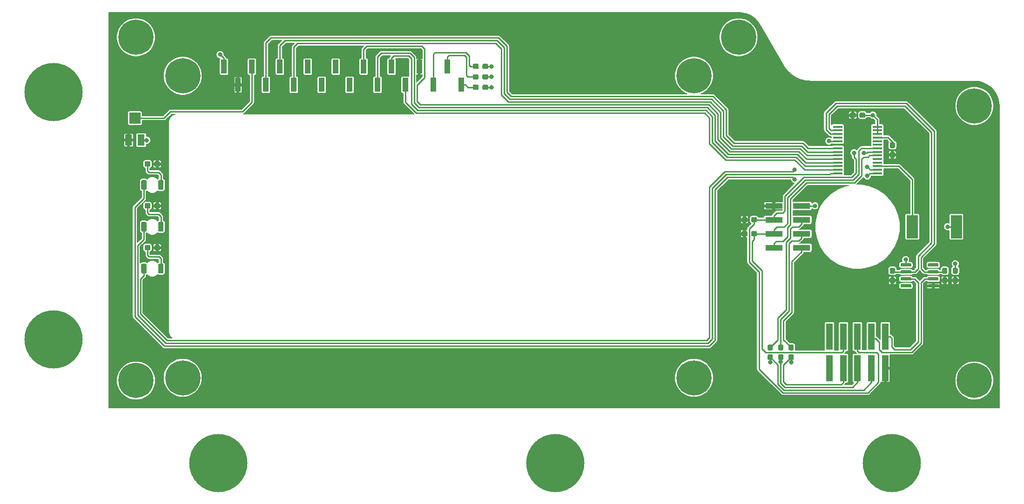
<source format=gbr>
G04 #@! TF.GenerationSoftware,KiCad,Pcbnew,(5.1.4)-1*
G04 #@! TF.CreationDate,2020-03-27T13:23:33-04:00*
G04 #@! TF.ProjectId,stepUP_lcd,73746570-5550-45f6-9c63-642e6b696361,rev?*
G04 #@! TF.SameCoordinates,Original*
G04 #@! TF.FileFunction,Copper,L2,Bot*
G04 #@! TF.FilePolarity,Positive*
%FSLAX46Y46*%
G04 Gerber Fmt 4.6, Leading zero omitted, Abs format (unit mm)*
G04 Created by KiCad (PCBNEW (5.1.4)-1) date 2020-03-27 13:23:33*
%MOMM*%
%LPD*%
G04 APERTURE LIST*
%ADD10C,0.100000*%
%ADD11C,0.950000*%
%ADD12C,0.600000*%
%ADD13R,1.300000X2.000000*%
%ADD14R,2.000000X2.000000*%
%ADD15R,1.200000X4.750000*%
%ADD16R,2.000000X4.200000*%
%ADD17C,6.400000*%
%ADD18C,10.600000*%
%ADD19R,1.750000X0.450000*%
%ADD20R,1.000000X2.510000*%
%ADD21R,3.150000X1.000000*%
%ADD22C,0.800000*%
%ADD23C,0.250000*%
%ADD24C,0.152400*%
G04 APERTURE END LIST*
D10*
G36*
X181500779Y-73256144D02*
G01*
X181523834Y-73259563D01*
X181546443Y-73265227D01*
X181568387Y-73273079D01*
X181589457Y-73283044D01*
X181609448Y-73295026D01*
X181628168Y-73308910D01*
X181645438Y-73324562D01*
X181661090Y-73341832D01*
X181674974Y-73360552D01*
X181686956Y-73380543D01*
X181696921Y-73401613D01*
X181704773Y-73423557D01*
X181710437Y-73446166D01*
X181713856Y-73469221D01*
X181715000Y-73492500D01*
X181715000Y-73967500D01*
X181713856Y-73990779D01*
X181710437Y-74013834D01*
X181704773Y-74036443D01*
X181696921Y-74058387D01*
X181686956Y-74079457D01*
X181674974Y-74099448D01*
X181661090Y-74118168D01*
X181645438Y-74135438D01*
X181628168Y-74151090D01*
X181609448Y-74164974D01*
X181589457Y-74176956D01*
X181568387Y-74186921D01*
X181546443Y-74194773D01*
X181523834Y-74200437D01*
X181500779Y-74203856D01*
X181477500Y-74205000D01*
X180902500Y-74205000D01*
X180879221Y-74203856D01*
X180856166Y-74200437D01*
X180833557Y-74194773D01*
X180811613Y-74186921D01*
X180790543Y-74176956D01*
X180770552Y-74164974D01*
X180751832Y-74151090D01*
X180734562Y-74135438D01*
X180718910Y-74118168D01*
X180705026Y-74099448D01*
X180693044Y-74079457D01*
X180683079Y-74058387D01*
X180675227Y-74036443D01*
X180669563Y-74013834D01*
X180666144Y-73990779D01*
X180665000Y-73967500D01*
X180665000Y-73492500D01*
X180666144Y-73469221D01*
X180669563Y-73446166D01*
X180675227Y-73423557D01*
X180683079Y-73401613D01*
X180693044Y-73380543D01*
X180705026Y-73360552D01*
X180718910Y-73341832D01*
X180734562Y-73324562D01*
X180751832Y-73308910D01*
X180770552Y-73295026D01*
X180790543Y-73283044D01*
X180811613Y-73273079D01*
X180833557Y-73265227D01*
X180856166Y-73259563D01*
X180879221Y-73256144D01*
X180902500Y-73255000D01*
X181477500Y-73255000D01*
X181500779Y-73256144D01*
X181500779Y-73256144D01*
G37*
D11*
X181190000Y-73730000D03*
D10*
G36*
X179750779Y-73256144D02*
G01*
X179773834Y-73259563D01*
X179796443Y-73265227D01*
X179818387Y-73273079D01*
X179839457Y-73283044D01*
X179859448Y-73295026D01*
X179878168Y-73308910D01*
X179895438Y-73324562D01*
X179911090Y-73341832D01*
X179924974Y-73360552D01*
X179936956Y-73380543D01*
X179946921Y-73401613D01*
X179954773Y-73423557D01*
X179960437Y-73446166D01*
X179963856Y-73469221D01*
X179965000Y-73492500D01*
X179965000Y-73967500D01*
X179963856Y-73990779D01*
X179960437Y-74013834D01*
X179954773Y-74036443D01*
X179946921Y-74058387D01*
X179936956Y-74079457D01*
X179924974Y-74099448D01*
X179911090Y-74118168D01*
X179895438Y-74135438D01*
X179878168Y-74151090D01*
X179859448Y-74164974D01*
X179839457Y-74176956D01*
X179818387Y-74186921D01*
X179796443Y-74194773D01*
X179773834Y-74200437D01*
X179750779Y-74203856D01*
X179727500Y-74205000D01*
X179152500Y-74205000D01*
X179129221Y-74203856D01*
X179106166Y-74200437D01*
X179083557Y-74194773D01*
X179061613Y-74186921D01*
X179040543Y-74176956D01*
X179020552Y-74164974D01*
X179001832Y-74151090D01*
X178984562Y-74135438D01*
X178968910Y-74118168D01*
X178955026Y-74099448D01*
X178943044Y-74079457D01*
X178933079Y-74058387D01*
X178925227Y-74036443D01*
X178919563Y-74013834D01*
X178916144Y-73990779D01*
X178915000Y-73967500D01*
X178915000Y-73492500D01*
X178916144Y-73469221D01*
X178919563Y-73446166D01*
X178925227Y-73423557D01*
X178933079Y-73401613D01*
X178943044Y-73380543D01*
X178955026Y-73360552D01*
X178968910Y-73341832D01*
X178984562Y-73324562D01*
X179001832Y-73308910D01*
X179020552Y-73295026D01*
X179040543Y-73283044D01*
X179061613Y-73273079D01*
X179083557Y-73265227D01*
X179106166Y-73259563D01*
X179129221Y-73256144D01*
X179152500Y-73255000D01*
X179727500Y-73255000D01*
X179750779Y-73256144D01*
X179750779Y-73256144D01*
G37*
D11*
X179440000Y-73730000D03*
D10*
G36*
X181500779Y-75796144D02*
G01*
X181523834Y-75799563D01*
X181546443Y-75805227D01*
X181568387Y-75813079D01*
X181589457Y-75823044D01*
X181609448Y-75835026D01*
X181628168Y-75848910D01*
X181645438Y-75864562D01*
X181661090Y-75881832D01*
X181674974Y-75900552D01*
X181686956Y-75920543D01*
X181696921Y-75941613D01*
X181704773Y-75963557D01*
X181710437Y-75986166D01*
X181713856Y-76009221D01*
X181715000Y-76032500D01*
X181715000Y-76507500D01*
X181713856Y-76530779D01*
X181710437Y-76553834D01*
X181704773Y-76576443D01*
X181696921Y-76598387D01*
X181686956Y-76619457D01*
X181674974Y-76639448D01*
X181661090Y-76658168D01*
X181645438Y-76675438D01*
X181628168Y-76691090D01*
X181609448Y-76704974D01*
X181589457Y-76716956D01*
X181568387Y-76726921D01*
X181546443Y-76734773D01*
X181523834Y-76740437D01*
X181500779Y-76743856D01*
X181477500Y-76745000D01*
X180902500Y-76745000D01*
X180879221Y-76743856D01*
X180856166Y-76740437D01*
X180833557Y-76734773D01*
X180811613Y-76726921D01*
X180790543Y-76716956D01*
X180770552Y-76704974D01*
X180751832Y-76691090D01*
X180734562Y-76675438D01*
X180718910Y-76658168D01*
X180705026Y-76639448D01*
X180693044Y-76619457D01*
X180683079Y-76598387D01*
X180675227Y-76576443D01*
X180669563Y-76553834D01*
X180666144Y-76530779D01*
X180665000Y-76507500D01*
X180665000Y-76032500D01*
X180666144Y-76009221D01*
X180669563Y-75986166D01*
X180675227Y-75963557D01*
X180683079Y-75941613D01*
X180693044Y-75920543D01*
X180705026Y-75900552D01*
X180718910Y-75881832D01*
X180734562Y-75864562D01*
X180751832Y-75848910D01*
X180770552Y-75835026D01*
X180790543Y-75823044D01*
X180811613Y-75813079D01*
X180833557Y-75805227D01*
X180856166Y-75799563D01*
X180879221Y-75796144D01*
X180902500Y-75795000D01*
X181477500Y-75795000D01*
X181500779Y-75796144D01*
X181500779Y-75796144D01*
G37*
D11*
X181190000Y-76270000D03*
D10*
G36*
X179750779Y-75796144D02*
G01*
X179773834Y-75799563D01*
X179796443Y-75805227D01*
X179818387Y-75813079D01*
X179839457Y-75823044D01*
X179859448Y-75835026D01*
X179878168Y-75848910D01*
X179895438Y-75864562D01*
X179911090Y-75881832D01*
X179924974Y-75900552D01*
X179936956Y-75920543D01*
X179946921Y-75941613D01*
X179954773Y-75963557D01*
X179960437Y-75986166D01*
X179963856Y-76009221D01*
X179965000Y-76032500D01*
X179965000Y-76507500D01*
X179963856Y-76530779D01*
X179960437Y-76553834D01*
X179954773Y-76576443D01*
X179946921Y-76598387D01*
X179936956Y-76619457D01*
X179924974Y-76639448D01*
X179911090Y-76658168D01*
X179895438Y-76675438D01*
X179878168Y-76691090D01*
X179859448Y-76704974D01*
X179839457Y-76716956D01*
X179818387Y-76726921D01*
X179796443Y-76734773D01*
X179773834Y-76740437D01*
X179750779Y-76743856D01*
X179727500Y-76745000D01*
X179152500Y-76745000D01*
X179129221Y-76743856D01*
X179106166Y-76740437D01*
X179083557Y-76734773D01*
X179061613Y-76726921D01*
X179040543Y-76716956D01*
X179020552Y-76704974D01*
X179001832Y-76691090D01*
X178984562Y-76675438D01*
X178968910Y-76658168D01*
X178955026Y-76639448D01*
X178943044Y-76619457D01*
X178933079Y-76598387D01*
X178925227Y-76576443D01*
X178919563Y-76553834D01*
X178916144Y-76530779D01*
X178915000Y-76507500D01*
X178915000Y-76032500D01*
X178916144Y-76009221D01*
X178919563Y-75986166D01*
X178925227Y-75963557D01*
X178933079Y-75941613D01*
X178943044Y-75920543D01*
X178955026Y-75900552D01*
X178968910Y-75881832D01*
X178984562Y-75864562D01*
X179001832Y-75848910D01*
X179020552Y-75835026D01*
X179040543Y-75823044D01*
X179061613Y-75813079D01*
X179083557Y-75805227D01*
X179106166Y-75799563D01*
X179129221Y-75796144D01*
X179152500Y-75795000D01*
X179727500Y-75795000D01*
X179750779Y-75796144D01*
X179750779Y-75796144D01*
G37*
D11*
X179440000Y-76270000D03*
D10*
G36*
X209657703Y-85471722D02*
G01*
X209672264Y-85473882D01*
X209686543Y-85477459D01*
X209700403Y-85482418D01*
X209713710Y-85488712D01*
X209726336Y-85496280D01*
X209738159Y-85505048D01*
X209749066Y-85514934D01*
X209758952Y-85525841D01*
X209767720Y-85537664D01*
X209775288Y-85550290D01*
X209781582Y-85563597D01*
X209786541Y-85577457D01*
X209790118Y-85591736D01*
X209792278Y-85606297D01*
X209793000Y-85621000D01*
X209793000Y-85921000D01*
X209792278Y-85935703D01*
X209790118Y-85950264D01*
X209786541Y-85964543D01*
X209781582Y-85978403D01*
X209775288Y-85991710D01*
X209767720Y-86004336D01*
X209758952Y-86016159D01*
X209749066Y-86027066D01*
X209738159Y-86036952D01*
X209726336Y-86045720D01*
X209713710Y-86053288D01*
X209700403Y-86059582D01*
X209686543Y-86064541D01*
X209672264Y-86068118D01*
X209657703Y-86070278D01*
X209643000Y-86071000D01*
X207993000Y-86071000D01*
X207978297Y-86070278D01*
X207963736Y-86068118D01*
X207949457Y-86064541D01*
X207935597Y-86059582D01*
X207922290Y-86053288D01*
X207909664Y-86045720D01*
X207897841Y-86036952D01*
X207886934Y-86027066D01*
X207877048Y-86016159D01*
X207868280Y-86004336D01*
X207860712Y-85991710D01*
X207854418Y-85978403D01*
X207849459Y-85964543D01*
X207845882Y-85950264D01*
X207843722Y-85935703D01*
X207843000Y-85921000D01*
X207843000Y-85621000D01*
X207843722Y-85606297D01*
X207845882Y-85591736D01*
X207849459Y-85577457D01*
X207854418Y-85563597D01*
X207860712Y-85550290D01*
X207868280Y-85537664D01*
X207877048Y-85525841D01*
X207886934Y-85514934D01*
X207897841Y-85505048D01*
X207909664Y-85496280D01*
X207922290Y-85488712D01*
X207935597Y-85482418D01*
X207949457Y-85477459D01*
X207963736Y-85473882D01*
X207978297Y-85471722D01*
X207993000Y-85471000D01*
X209643000Y-85471000D01*
X209657703Y-85471722D01*
X209657703Y-85471722D01*
G37*
D12*
X208818000Y-85771000D03*
D10*
G36*
X209657703Y-84201722D02*
G01*
X209672264Y-84203882D01*
X209686543Y-84207459D01*
X209700403Y-84212418D01*
X209713710Y-84218712D01*
X209726336Y-84226280D01*
X209738159Y-84235048D01*
X209749066Y-84244934D01*
X209758952Y-84255841D01*
X209767720Y-84267664D01*
X209775288Y-84280290D01*
X209781582Y-84293597D01*
X209786541Y-84307457D01*
X209790118Y-84321736D01*
X209792278Y-84336297D01*
X209793000Y-84351000D01*
X209793000Y-84651000D01*
X209792278Y-84665703D01*
X209790118Y-84680264D01*
X209786541Y-84694543D01*
X209781582Y-84708403D01*
X209775288Y-84721710D01*
X209767720Y-84734336D01*
X209758952Y-84746159D01*
X209749066Y-84757066D01*
X209738159Y-84766952D01*
X209726336Y-84775720D01*
X209713710Y-84783288D01*
X209700403Y-84789582D01*
X209686543Y-84794541D01*
X209672264Y-84798118D01*
X209657703Y-84800278D01*
X209643000Y-84801000D01*
X207993000Y-84801000D01*
X207978297Y-84800278D01*
X207963736Y-84798118D01*
X207949457Y-84794541D01*
X207935597Y-84789582D01*
X207922290Y-84783288D01*
X207909664Y-84775720D01*
X207897841Y-84766952D01*
X207886934Y-84757066D01*
X207877048Y-84746159D01*
X207868280Y-84734336D01*
X207860712Y-84721710D01*
X207854418Y-84708403D01*
X207849459Y-84694543D01*
X207845882Y-84680264D01*
X207843722Y-84665703D01*
X207843000Y-84651000D01*
X207843000Y-84351000D01*
X207843722Y-84336297D01*
X207845882Y-84321736D01*
X207849459Y-84307457D01*
X207854418Y-84293597D01*
X207860712Y-84280290D01*
X207868280Y-84267664D01*
X207877048Y-84255841D01*
X207886934Y-84244934D01*
X207897841Y-84235048D01*
X207909664Y-84226280D01*
X207922290Y-84218712D01*
X207935597Y-84212418D01*
X207949457Y-84207459D01*
X207963736Y-84203882D01*
X207978297Y-84201722D01*
X207993000Y-84201000D01*
X209643000Y-84201000D01*
X209657703Y-84201722D01*
X209657703Y-84201722D01*
G37*
D12*
X208818000Y-84501000D03*
D10*
G36*
X209657703Y-82931722D02*
G01*
X209672264Y-82933882D01*
X209686543Y-82937459D01*
X209700403Y-82942418D01*
X209713710Y-82948712D01*
X209726336Y-82956280D01*
X209738159Y-82965048D01*
X209749066Y-82974934D01*
X209758952Y-82985841D01*
X209767720Y-82997664D01*
X209775288Y-83010290D01*
X209781582Y-83023597D01*
X209786541Y-83037457D01*
X209790118Y-83051736D01*
X209792278Y-83066297D01*
X209793000Y-83081000D01*
X209793000Y-83381000D01*
X209792278Y-83395703D01*
X209790118Y-83410264D01*
X209786541Y-83424543D01*
X209781582Y-83438403D01*
X209775288Y-83451710D01*
X209767720Y-83464336D01*
X209758952Y-83476159D01*
X209749066Y-83487066D01*
X209738159Y-83496952D01*
X209726336Y-83505720D01*
X209713710Y-83513288D01*
X209700403Y-83519582D01*
X209686543Y-83524541D01*
X209672264Y-83528118D01*
X209657703Y-83530278D01*
X209643000Y-83531000D01*
X207993000Y-83531000D01*
X207978297Y-83530278D01*
X207963736Y-83528118D01*
X207949457Y-83524541D01*
X207935597Y-83519582D01*
X207922290Y-83513288D01*
X207909664Y-83505720D01*
X207897841Y-83496952D01*
X207886934Y-83487066D01*
X207877048Y-83476159D01*
X207868280Y-83464336D01*
X207860712Y-83451710D01*
X207854418Y-83438403D01*
X207849459Y-83424543D01*
X207845882Y-83410264D01*
X207843722Y-83395703D01*
X207843000Y-83381000D01*
X207843000Y-83081000D01*
X207843722Y-83066297D01*
X207845882Y-83051736D01*
X207849459Y-83037457D01*
X207854418Y-83023597D01*
X207860712Y-83010290D01*
X207868280Y-82997664D01*
X207877048Y-82985841D01*
X207886934Y-82974934D01*
X207897841Y-82965048D01*
X207909664Y-82956280D01*
X207922290Y-82948712D01*
X207935597Y-82942418D01*
X207949457Y-82937459D01*
X207963736Y-82933882D01*
X207978297Y-82931722D01*
X207993000Y-82931000D01*
X209643000Y-82931000D01*
X209657703Y-82931722D01*
X209657703Y-82931722D01*
G37*
D12*
X208818000Y-83231000D03*
D10*
G36*
X209657703Y-81661722D02*
G01*
X209672264Y-81663882D01*
X209686543Y-81667459D01*
X209700403Y-81672418D01*
X209713710Y-81678712D01*
X209726336Y-81686280D01*
X209738159Y-81695048D01*
X209749066Y-81704934D01*
X209758952Y-81715841D01*
X209767720Y-81727664D01*
X209775288Y-81740290D01*
X209781582Y-81753597D01*
X209786541Y-81767457D01*
X209790118Y-81781736D01*
X209792278Y-81796297D01*
X209793000Y-81811000D01*
X209793000Y-82111000D01*
X209792278Y-82125703D01*
X209790118Y-82140264D01*
X209786541Y-82154543D01*
X209781582Y-82168403D01*
X209775288Y-82181710D01*
X209767720Y-82194336D01*
X209758952Y-82206159D01*
X209749066Y-82217066D01*
X209738159Y-82226952D01*
X209726336Y-82235720D01*
X209713710Y-82243288D01*
X209700403Y-82249582D01*
X209686543Y-82254541D01*
X209672264Y-82258118D01*
X209657703Y-82260278D01*
X209643000Y-82261000D01*
X207993000Y-82261000D01*
X207978297Y-82260278D01*
X207963736Y-82258118D01*
X207949457Y-82254541D01*
X207935597Y-82249582D01*
X207922290Y-82243288D01*
X207909664Y-82235720D01*
X207897841Y-82226952D01*
X207886934Y-82217066D01*
X207877048Y-82206159D01*
X207868280Y-82194336D01*
X207860712Y-82181710D01*
X207854418Y-82168403D01*
X207849459Y-82154543D01*
X207845882Y-82140264D01*
X207843722Y-82125703D01*
X207843000Y-82111000D01*
X207843000Y-81811000D01*
X207843722Y-81796297D01*
X207845882Y-81781736D01*
X207849459Y-81767457D01*
X207854418Y-81753597D01*
X207860712Y-81740290D01*
X207868280Y-81727664D01*
X207877048Y-81715841D01*
X207886934Y-81704934D01*
X207897841Y-81695048D01*
X207909664Y-81686280D01*
X207922290Y-81678712D01*
X207935597Y-81672418D01*
X207949457Y-81667459D01*
X207963736Y-81663882D01*
X207978297Y-81661722D01*
X207993000Y-81661000D01*
X209643000Y-81661000D01*
X209657703Y-81661722D01*
X209657703Y-81661722D01*
G37*
D12*
X208818000Y-81961000D03*
D10*
G36*
X214607703Y-81661722D02*
G01*
X214622264Y-81663882D01*
X214636543Y-81667459D01*
X214650403Y-81672418D01*
X214663710Y-81678712D01*
X214676336Y-81686280D01*
X214688159Y-81695048D01*
X214699066Y-81704934D01*
X214708952Y-81715841D01*
X214717720Y-81727664D01*
X214725288Y-81740290D01*
X214731582Y-81753597D01*
X214736541Y-81767457D01*
X214740118Y-81781736D01*
X214742278Y-81796297D01*
X214743000Y-81811000D01*
X214743000Y-82111000D01*
X214742278Y-82125703D01*
X214740118Y-82140264D01*
X214736541Y-82154543D01*
X214731582Y-82168403D01*
X214725288Y-82181710D01*
X214717720Y-82194336D01*
X214708952Y-82206159D01*
X214699066Y-82217066D01*
X214688159Y-82226952D01*
X214676336Y-82235720D01*
X214663710Y-82243288D01*
X214650403Y-82249582D01*
X214636543Y-82254541D01*
X214622264Y-82258118D01*
X214607703Y-82260278D01*
X214593000Y-82261000D01*
X212943000Y-82261000D01*
X212928297Y-82260278D01*
X212913736Y-82258118D01*
X212899457Y-82254541D01*
X212885597Y-82249582D01*
X212872290Y-82243288D01*
X212859664Y-82235720D01*
X212847841Y-82226952D01*
X212836934Y-82217066D01*
X212827048Y-82206159D01*
X212818280Y-82194336D01*
X212810712Y-82181710D01*
X212804418Y-82168403D01*
X212799459Y-82154543D01*
X212795882Y-82140264D01*
X212793722Y-82125703D01*
X212793000Y-82111000D01*
X212793000Y-81811000D01*
X212793722Y-81796297D01*
X212795882Y-81781736D01*
X212799459Y-81767457D01*
X212804418Y-81753597D01*
X212810712Y-81740290D01*
X212818280Y-81727664D01*
X212827048Y-81715841D01*
X212836934Y-81704934D01*
X212847841Y-81695048D01*
X212859664Y-81686280D01*
X212872290Y-81678712D01*
X212885597Y-81672418D01*
X212899457Y-81667459D01*
X212913736Y-81663882D01*
X212928297Y-81661722D01*
X212943000Y-81661000D01*
X214593000Y-81661000D01*
X214607703Y-81661722D01*
X214607703Y-81661722D01*
G37*
D12*
X213768000Y-81961000D03*
D10*
G36*
X214607703Y-82931722D02*
G01*
X214622264Y-82933882D01*
X214636543Y-82937459D01*
X214650403Y-82942418D01*
X214663710Y-82948712D01*
X214676336Y-82956280D01*
X214688159Y-82965048D01*
X214699066Y-82974934D01*
X214708952Y-82985841D01*
X214717720Y-82997664D01*
X214725288Y-83010290D01*
X214731582Y-83023597D01*
X214736541Y-83037457D01*
X214740118Y-83051736D01*
X214742278Y-83066297D01*
X214743000Y-83081000D01*
X214743000Y-83381000D01*
X214742278Y-83395703D01*
X214740118Y-83410264D01*
X214736541Y-83424543D01*
X214731582Y-83438403D01*
X214725288Y-83451710D01*
X214717720Y-83464336D01*
X214708952Y-83476159D01*
X214699066Y-83487066D01*
X214688159Y-83496952D01*
X214676336Y-83505720D01*
X214663710Y-83513288D01*
X214650403Y-83519582D01*
X214636543Y-83524541D01*
X214622264Y-83528118D01*
X214607703Y-83530278D01*
X214593000Y-83531000D01*
X212943000Y-83531000D01*
X212928297Y-83530278D01*
X212913736Y-83528118D01*
X212899457Y-83524541D01*
X212885597Y-83519582D01*
X212872290Y-83513288D01*
X212859664Y-83505720D01*
X212847841Y-83496952D01*
X212836934Y-83487066D01*
X212827048Y-83476159D01*
X212818280Y-83464336D01*
X212810712Y-83451710D01*
X212804418Y-83438403D01*
X212799459Y-83424543D01*
X212795882Y-83410264D01*
X212793722Y-83395703D01*
X212793000Y-83381000D01*
X212793000Y-83081000D01*
X212793722Y-83066297D01*
X212795882Y-83051736D01*
X212799459Y-83037457D01*
X212804418Y-83023597D01*
X212810712Y-83010290D01*
X212818280Y-82997664D01*
X212827048Y-82985841D01*
X212836934Y-82974934D01*
X212847841Y-82965048D01*
X212859664Y-82956280D01*
X212872290Y-82948712D01*
X212885597Y-82942418D01*
X212899457Y-82937459D01*
X212913736Y-82933882D01*
X212928297Y-82931722D01*
X212943000Y-82931000D01*
X214593000Y-82931000D01*
X214607703Y-82931722D01*
X214607703Y-82931722D01*
G37*
D12*
X213768000Y-83231000D03*
D10*
G36*
X214607703Y-84201722D02*
G01*
X214622264Y-84203882D01*
X214636543Y-84207459D01*
X214650403Y-84212418D01*
X214663710Y-84218712D01*
X214676336Y-84226280D01*
X214688159Y-84235048D01*
X214699066Y-84244934D01*
X214708952Y-84255841D01*
X214717720Y-84267664D01*
X214725288Y-84280290D01*
X214731582Y-84293597D01*
X214736541Y-84307457D01*
X214740118Y-84321736D01*
X214742278Y-84336297D01*
X214743000Y-84351000D01*
X214743000Y-84651000D01*
X214742278Y-84665703D01*
X214740118Y-84680264D01*
X214736541Y-84694543D01*
X214731582Y-84708403D01*
X214725288Y-84721710D01*
X214717720Y-84734336D01*
X214708952Y-84746159D01*
X214699066Y-84757066D01*
X214688159Y-84766952D01*
X214676336Y-84775720D01*
X214663710Y-84783288D01*
X214650403Y-84789582D01*
X214636543Y-84794541D01*
X214622264Y-84798118D01*
X214607703Y-84800278D01*
X214593000Y-84801000D01*
X212943000Y-84801000D01*
X212928297Y-84800278D01*
X212913736Y-84798118D01*
X212899457Y-84794541D01*
X212885597Y-84789582D01*
X212872290Y-84783288D01*
X212859664Y-84775720D01*
X212847841Y-84766952D01*
X212836934Y-84757066D01*
X212827048Y-84746159D01*
X212818280Y-84734336D01*
X212810712Y-84721710D01*
X212804418Y-84708403D01*
X212799459Y-84694543D01*
X212795882Y-84680264D01*
X212793722Y-84665703D01*
X212793000Y-84651000D01*
X212793000Y-84351000D01*
X212793722Y-84336297D01*
X212795882Y-84321736D01*
X212799459Y-84307457D01*
X212804418Y-84293597D01*
X212810712Y-84280290D01*
X212818280Y-84267664D01*
X212827048Y-84255841D01*
X212836934Y-84244934D01*
X212847841Y-84235048D01*
X212859664Y-84226280D01*
X212872290Y-84218712D01*
X212885597Y-84212418D01*
X212899457Y-84207459D01*
X212913736Y-84203882D01*
X212928297Y-84201722D01*
X212943000Y-84201000D01*
X214593000Y-84201000D01*
X214607703Y-84201722D01*
X214607703Y-84201722D01*
G37*
D12*
X213768000Y-84501000D03*
D10*
G36*
X214607703Y-85471722D02*
G01*
X214622264Y-85473882D01*
X214636543Y-85477459D01*
X214650403Y-85482418D01*
X214663710Y-85488712D01*
X214676336Y-85496280D01*
X214688159Y-85505048D01*
X214699066Y-85514934D01*
X214708952Y-85525841D01*
X214717720Y-85537664D01*
X214725288Y-85550290D01*
X214731582Y-85563597D01*
X214736541Y-85577457D01*
X214740118Y-85591736D01*
X214742278Y-85606297D01*
X214743000Y-85621000D01*
X214743000Y-85921000D01*
X214742278Y-85935703D01*
X214740118Y-85950264D01*
X214736541Y-85964543D01*
X214731582Y-85978403D01*
X214725288Y-85991710D01*
X214717720Y-86004336D01*
X214708952Y-86016159D01*
X214699066Y-86027066D01*
X214688159Y-86036952D01*
X214676336Y-86045720D01*
X214663710Y-86053288D01*
X214650403Y-86059582D01*
X214636543Y-86064541D01*
X214622264Y-86068118D01*
X214607703Y-86070278D01*
X214593000Y-86071000D01*
X212943000Y-86071000D01*
X212928297Y-86070278D01*
X212913736Y-86068118D01*
X212899457Y-86064541D01*
X212885597Y-86059582D01*
X212872290Y-86053288D01*
X212859664Y-86045720D01*
X212847841Y-86036952D01*
X212836934Y-86027066D01*
X212827048Y-86016159D01*
X212818280Y-86004336D01*
X212810712Y-85991710D01*
X212804418Y-85978403D01*
X212799459Y-85964543D01*
X212795882Y-85950264D01*
X212793722Y-85935703D01*
X212793000Y-85921000D01*
X212793000Y-85621000D01*
X212793722Y-85606297D01*
X212795882Y-85591736D01*
X212799459Y-85577457D01*
X212804418Y-85563597D01*
X212810712Y-85550290D01*
X212818280Y-85537664D01*
X212827048Y-85525841D01*
X212836934Y-85514934D01*
X212847841Y-85505048D01*
X212859664Y-85496280D01*
X212872290Y-85488712D01*
X212885597Y-85482418D01*
X212899457Y-85477459D01*
X212913736Y-85473882D01*
X212928297Y-85471722D01*
X212943000Y-85471000D01*
X214593000Y-85471000D01*
X214607703Y-85471722D01*
X214607703Y-85471722D01*
G37*
D12*
X213768000Y-85771000D03*
D13*
X69705000Y-59220000D03*
D14*
X68555000Y-55220000D03*
D13*
X67405000Y-59220000D03*
D15*
X194920000Y-94985000D03*
X194920000Y-100735000D03*
X197460000Y-94985000D03*
X197460000Y-100735000D03*
X200000000Y-94985000D03*
X200000000Y-100735000D03*
X202540000Y-94985000D03*
X202540000Y-100735000D03*
X205080000Y-94985000D03*
X205080000Y-100735000D03*
D16*
X217970000Y-75000000D03*
X209970000Y-75000000D03*
D10*
G36*
X70483623Y-81745915D02*
G01*
X70502067Y-81748651D01*
X70520154Y-81753181D01*
X70537710Y-81759463D01*
X70554565Y-81767435D01*
X70570558Y-81777021D01*
X70585535Y-81788128D01*
X70599350Y-81800650D01*
X70611872Y-81814465D01*
X70622979Y-81829442D01*
X70632565Y-81845435D01*
X70640537Y-81862290D01*
X70646819Y-81879846D01*
X70651349Y-81897933D01*
X70654085Y-81916377D01*
X70655000Y-81935000D01*
X70655000Y-83305000D01*
X70654085Y-83323623D01*
X70651349Y-83342067D01*
X70646819Y-83360154D01*
X70640537Y-83377710D01*
X70632565Y-83394565D01*
X70622979Y-83410558D01*
X70611872Y-83425535D01*
X70599350Y-83439350D01*
X70585535Y-83451872D01*
X70570558Y-83462979D01*
X70554565Y-83472565D01*
X70537710Y-83480537D01*
X70520154Y-83486819D01*
X70502067Y-83491349D01*
X70483623Y-83494085D01*
X70465000Y-83495000D01*
X69895000Y-83495000D01*
X69876377Y-83494085D01*
X69857933Y-83491349D01*
X69839846Y-83486819D01*
X69822290Y-83480537D01*
X69805435Y-83472565D01*
X69789442Y-83462979D01*
X69774465Y-83451872D01*
X69760650Y-83439350D01*
X69748128Y-83425535D01*
X69737021Y-83410558D01*
X69727435Y-83394565D01*
X69719463Y-83377710D01*
X69713181Y-83360154D01*
X69708651Y-83342067D01*
X69705915Y-83323623D01*
X69705000Y-83305000D01*
X69705000Y-81935000D01*
X69705915Y-81916377D01*
X69708651Y-81897933D01*
X69713181Y-81879846D01*
X69719463Y-81862290D01*
X69727435Y-81845435D01*
X69737021Y-81829442D01*
X69748128Y-81814465D01*
X69760650Y-81800650D01*
X69774465Y-81788128D01*
X69789442Y-81777021D01*
X69805435Y-81767435D01*
X69822290Y-81759463D01*
X69839846Y-81753181D01*
X69857933Y-81748651D01*
X69876377Y-81745915D01*
X69895000Y-81745000D01*
X70465000Y-81745000D01*
X70483623Y-81745915D01*
X70483623Y-81745915D01*
G37*
D11*
X70180000Y-82620000D03*
D10*
G36*
X73583623Y-81745915D02*
G01*
X73602067Y-81748651D01*
X73620154Y-81753181D01*
X73637710Y-81759463D01*
X73654565Y-81767435D01*
X73670558Y-81777021D01*
X73685535Y-81788128D01*
X73699350Y-81800650D01*
X73711872Y-81814465D01*
X73722979Y-81829442D01*
X73732565Y-81845435D01*
X73740537Y-81862290D01*
X73746819Y-81879846D01*
X73751349Y-81897933D01*
X73754085Y-81916377D01*
X73755000Y-81935000D01*
X73755000Y-83305000D01*
X73754085Y-83323623D01*
X73751349Y-83342067D01*
X73746819Y-83360154D01*
X73740537Y-83377710D01*
X73732565Y-83394565D01*
X73722979Y-83410558D01*
X73711872Y-83425535D01*
X73699350Y-83439350D01*
X73685535Y-83451872D01*
X73670558Y-83462979D01*
X73654565Y-83472565D01*
X73637710Y-83480537D01*
X73620154Y-83486819D01*
X73602067Y-83491349D01*
X73583623Y-83494085D01*
X73565000Y-83495000D01*
X72995000Y-83495000D01*
X72976377Y-83494085D01*
X72957933Y-83491349D01*
X72939846Y-83486819D01*
X72922290Y-83480537D01*
X72905435Y-83472565D01*
X72889442Y-83462979D01*
X72874465Y-83451872D01*
X72860650Y-83439350D01*
X72848128Y-83425535D01*
X72837021Y-83410558D01*
X72827435Y-83394565D01*
X72819463Y-83377710D01*
X72813181Y-83360154D01*
X72808651Y-83342067D01*
X72805915Y-83323623D01*
X72805000Y-83305000D01*
X72805000Y-81935000D01*
X72805915Y-81916377D01*
X72808651Y-81897933D01*
X72813181Y-81879846D01*
X72819463Y-81862290D01*
X72827435Y-81845435D01*
X72837021Y-81829442D01*
X72848128Y-81814465D01*
X72860650Y-81800650D01*
X72874465Y-81788128D01*
X72889442Y-81777021D01*
X72905435Y-81767435D01*
X72922290Y-81759463D01*
X72939846Y-81753181D01*
X72957933Y-81748651D01*
X72976377Y-81745915D01*
X72995000Y-81745000D01*
X73565000Y-81745000D01*
X73583623Y-81745915D01*
X73583623Y-81745915D01*
G37*
D11*
X73280000Y-82620000D03*
D10*
G36*
X70483623Y-66505915D02*
G01*
X70502067Y-66508651D01*
X70520154Y-66513181D01*
X70537710Y-66519463D01*
X70554565Y-66527435D01*
X70570558Y-66537021D01*
X70585535Y-66548128D01*
X70599350Y-66560650D01*
X70611872Y-66574465D01*
X70622979Y-66589442D01*
X70632565Y-66605435D01*
X70640537Y-66622290D01*
X70646819Y-66639846D01*
X70651349Y-66657933D01*
X70654085Y-66676377D01*
X70655000Y-66695000D01*
X70655000Y-68065000D01*
X70654085Y-68083623D01*
X70651349Y-68102067D01*
X70646819Y-68120154D01*
X70640537Y-68137710D01*
X70632565Y-68154565D01*
X70622979Y-68170558D01*
X70611872Y-68185535D01*
X70599350Y-68199350D01*
X70585535Y-68211872D01*
X70570558Y-68222979D01*
X70554565Y-68232565D01*
X70537710Y-68240537D01*
X70520154Y-68246819D01*
X70502067Y-68251349D01*
X70483623Y-68254085D01*
X70465000Y-68255000D01*
X69895000Y-68255000D01*
X69876377Y-68254085D01*
X69857933Y-68251349D01*
X69839846Y-68246819D01*
X69822290Y-68240537D01*
X69805435Y-68232565D01*
X69789442Y-68222979D01*
X69774465Y-68211872D01*
X69760650Y-68199350D01*
X69748128Y-68185535D01*
X69737021Y-68170558D01*
X69727435Y-68154565D01*
X69719463Y-68137710D01*
X69713181Y-68120154D01*
X69708651Y-68102067D01*
X69705915Y-68083623D01*
X69705000Y-68065000D01*
X69705000Y-66695000D01*
X69705915Y-66676377D01*
X69708651Y-66657933D01*
X69713181Y-66639846D01*
X69719463Y-66622290D01*
X69727435Y-66605435D01*
X69737021Y-66589442D01*
X69748128Y-66574465D01*
X69760650Y-66560650D01*
X69774465Y-66548128D01*
X69789442Y-66537021D01*
X69805435Y-66527435D01*
X69822290Y-66519463D01*
X69839846Y-66513181D01*
X69857933Y-66508651D01*
X69876377Y-66505915D01*
X69895000Y-66505000D01*
X70465000Y-66505000D01*
X70483623Y-66505915D01*
X70483623Y-66505915D01*
G37*
D11*
X70180000Y-67380000D03*
D10*
G36*
X73583623Y-66505915D02*
G01*
X73602067Y-66508651D01*
X73620154Y-66513181D01*
X73637710Y-66519463D01*
X73654565Y-66527435D01*
X73670558Y-66537021D01*
X73685535Y-66548128D01*
X73699350Y-66560650D01*
X73711872Y-66574465D01*
X73722979Y-66589442D01*
X73732565Y-66605435D01*
X73740537Y-66622290D01*
X73746819Y-66639846D01*
X73751349Y-66657933D01*
X73754085Y-66676377D01*
X73755000Y-66695000D01*
X73755000Y-68065000D01*
X73754085Y-68083623D01*
X73751349Y-68102067D01*
X73746819Y-68120154D01*
X73740537Y-68137710D01*
X73732565Y-68154565D01*
X73722979Y-68170558D01*
X73711872Y-68185535D01*
X73699350Y-68199350D01*
X73685535Y-68211872D01*
X73670558Y-68222979D01*
X73654565Y-68232565D01*
X73637710Y-68240537D01*
X73620154Y-68246819D01*
X73602067Y-68251349D01*
X73583623Y-68254085D01*
X73565000Y-68255000D01*
X72995000Y-68255000D01*
X72976377Y-68254085D01*
X72957933Y-68251349D01*
X72939846Y-68246819D01*
X72922290Y-68240537D01*
X72905435Y-68232565D01*
X72889442Y-68222979D01*
X72874465Y-68211872D01*
X72860650Y-68199350D01*
X72848128Y-68185535D01*
X72837021Y-68170558D01*
X72827435Y-68154565D01*
X72819463Y-68137710D01*
X72813181Y-68120154D01*
X72808651Y-68102067D01*
X72805915Y-68083623D01*
X72805000Y-68065000D01*
X72805000Y-66695000D01*
X72805915Y-66676377D01*
X72808651Y-66657933D01*
X72813181Y-66639846D01*
X72819463Y-66622290D01*
X72827435Y-66605435D01*
X72837021Y-66589442D01*
X72848128Y-66574465D01*
X72860650Y-66560650D01*
X72874465Y-66548128D01*
X72889442Y-66537021D01*
X72905435Y-66527435D01*
X72922290Y-66519463D01*
X72939846Y-66513181D01*
X72957933Y-66508651D01*
X72976377Y-66505915D01*
X72995000Y-66505000D01*
X73565000Y-66505000D01*
X73583623Y-66505915D01*
X73583623Y-66505915D01*
G37*
D11*
X73280000Y-67380000D03*
D10*
G36*
X70483623Y-74125915D02*
G01*
X70502067Y-74128651D01*
X70520154Y-74133181D01*
X70537710Y-74139463D01*
X70554565Y-74147435D01*
X70570558Y-74157021D01*
X70585535Y-74168128D01*
X70599350Y-74180650D01*
X70611872Y-74194465D01*
X70622979Y-74209442D01*
X70632565Y-74225435D01*
X70640537Y-74242290D01*
X70646819Y-74259846D01*
X70651349Y-74277933D01*
X70654085Y-74296377D01*
X70655000Y-74315000D01*
X70655000Y-75685000D01*
X70654085Y-75703623D01*
X70651349Y-75722067D01*
X70646819Y-75740154D01*
X70640537Y-75757710D01*
X70632565Y-75774565D01*
X70622979Y-75790558D01*
X70611872Y-75805535D01*
X70599350Y-75819350D01*
X70585535Y-75831872D01*
X70570558Y-75842979D01*
X70554565Y-75852565D01*
X70537710Y-75860537D01*
X70520154Y-75866819D01*
X70502067Y-75871349D01*
X70483623Y-75874085D01*
X70465000Y-75875000D01*
X69895000Y-75875000D01*
X69876377Y-75874085D01*
X69857933Y-75871349D01*
X69839846Y-75866819D01*
X69822290Y-75860537D01*
X69805435Y-75852565D01*
X69789442Y-75842979D01*
X69774465Y-75831872D01*
X69760650Y-75819350D01*
X69748128Y-75805535D01*
X69737021Y-75790558D01*
X69727435Y-75774565D01*
X69719463Y-75757710D01*
X69713181Y-75740154D01*
X69708651Y-75722067D01*
X69705915Y-75703623D01*
X69705000Y-75685000D01*
X69705000Y-74315000D01*
X69705915Y-74296377D01*
X69708651Y-74277933D01*
X69713181Y-74259846D01*
X69719463Y-74242290D01*
X69727435Y-74225435D01*
X69737021Y-74209442D01*
X69748128Y-74194465D01*
X69760650Y-74180650D01*
X69774465Y-74168128D01*
X69789442Y-74157021D01*
X69805435Y-74147435D01*
X69822290Y-74139463D01*
X69839846Y-74133181D01*
X69857933Y-74128651D01*
X69876377Y-74125915D01*
X69895000Y-74125000D01*
X70465000Y-74125000D01*
X70483623Y-74125915D01*
X70483623Y-74125915D01*
G37*
D11*
X70180000Y-75000000D03*
D10*
G36*
X73583623Y-74125915D02*
G01*
X73602067Y-74128651D01*
X73620154Y-74133181D01*
X73637710Y-74139463D01*
X73654565Y-74147435D01*
X73670558Y-74157021D01*
X73685535Y-74168128D01*
X73699350Y-74180650D01*
X73711872Y-74194465D01*
X73722979Y-74209442D01*
X73732565Y-74225435D01*
X73740537Y-74242290D01*
X73746819Y-74259846D01*
X73751349Y-74277933D01*
X73754085Y-74296377D01*
X73755000Y-74315000D01*
X73755000Y-75685000D01*
X73754085Y-75703623D01*
X73751349Y-75722067D01*
X73746819Y-75740154D01*
X73740537Y-75757710D01*
X73732565Y-75774565D01*
X73722979Y-75790558D01*
X73711872Y-75805535D01*
X73699350Y-75819350D01*
X73685535Y-75831872D01*
X73670558Y-75842979D01*
X73654565Y-75852565D01*
X73637710Y-75860537D01*
X73620154Y-75866819D01*
X73602067Y-75871349D01*
X73583623Y-75874085D01*
X73565000Y-75875000D01*
X72995000Y-75875000D01*
X72976377Y-75874085D01*
X72957933Y-75871349D01*
X72939846Y-75866819D01*
X72922290Y-75860537D01*
X72905435Y-75852565D01*
X72889442Y-75842979D01*
X72874465Y-75831872D01*
X72860650Y-75819350D01*
X72848128Y-75805535D01*
X72837021Y-75790558D01*
X72827435Y-75774565D01*
X72819463Y-75757710D01*
X72813181Y-75740154D01*
X72808651Y-75722067D01*
X72805915Y-75703623D01*
X72805000Y-75685000D01*
X72805000Y-74315000D01*
X72805915Y-74296377D01*
X72808651Y-74277933D01*
X72813181Y-74259846D01*
X72819463Y-74242290D01*
X72827435Y-74225435D01*
X72837021Y-74209442D01*
X72848128Y-74194465D01*
X72860650Y-74180650D01*
X72874465Y-74168128D01*
X72889442Y-74157021D01*
X72905435Y-74147435D01*
X72922290Y-74139463D01*
X72939846Y-74133181D01*
X72957933Y-74128651D01*
X72976377Y-74125915D01*
X72995000Y-74125000D01*
X73565000Y-74125000D01*
X73583623Y-74125915D01*
X73583623Y-74125915D01*
G37*
D11*
X73280000Y-75000000D03*
D17*
X170250000Y-102500000D03*
X170250000Y-47500000D03*
X77250000Y-47500000D03*
X77250000Y-102500000D03*
X221250000Y-103000000D03*
X221250000Y-53000000D03*
X178363248Y-40500000D03*
X68750000Y-40500000D03*
X68750000Y-103000000D03*
D18*
X206250000Y-118000000D03*
X145000000Y-118000000D03*
X83750000Y-118000000D03*
X53750000Y-95500000D03*
X53750000Y-50500000D03*
D19*
X196400000Y-65255000D03*
X196400000Y-64605000D03*
X196400000Y-63955000D03*
X196400000Y-63305000D03*
X196400000Y-62655000D03*
X196400000Y-62005000D03*
X196400000Y-61355000D03*
X196400000Y-60705000D03*
X196400000Y-60055000D03*
X196400000Y-59405000D03*
X196400000Y-58755000D03*
X196400000Y-58105000D03*
X196400000Y-57455000D03*
X196400000Y-56805000D03*
X203600000Y-56805000D03*
X203600000Y-57455000D03*
X203600000Y-58105000D03*
X203600000Y-58755000D03*
X203600000Y-59405000D03*
X203600000Y-60055000D03*
X203600000Y-60705000D03*
X203600000Y-61355000D03*
X203600000Y-62005000D03*
X203600000Y-62655000D03*
X203600000Y-63305000D03*
X203600000Y-63955000D03*
X203600000Y-64605000D03*
X203600000Y-65255000D03*
D10*
G36*
X71165779Y-78336144D02*
G01*
X71188834Y-78339563D01*
X71211443Y-78345227D01*
X71233387Y-78353079D01*
X71254457Y-78363044D01*
X71274448Y-78375026D01*
X71293168Y-78388910D01*
X71310438Y-78404562D01*
X71326090Y-78421832D01*
X71339974Y-78440552D01*
X71351956Y-78460543D01*
X71361921Y-78481613D01*
X71369773Y-78503557D01*
X71375437Y-78526166D01*
X71378856Y-78549221D01*
X71380000Y-78572500D01*
X71380000Y-79047500D01*
X71378856Y-79070779D01*
X71375437Y-79093834D01*
X71369773Y-79116443D01*
X71361921Y-79138387D01*
X71351956Y-79159457D01*
X71339974Y-79179448D01*
X71326090Y-79198168D01*
X71310438Y-79215438D01*
X71293168Y-79231090D01*
X71274448Y-79244974D01*
X71254457Y-79256956D01*
X71233387Y-79266921D01*
X71211443Y-79274773D01*
X71188834Y-79280437D01*
X71165779Y-79283856D01*
X71142500Y-79285000D01*
X70567500Y-79285000D01*
X70544221Y-79283856D01*
X70521166Y-79280437D01*
X70498557Y-79274773D01*
X70476613Y-79266921D01*
X70455543Y-79256956D01*
X70435552Y-79244974D01*
X70416832Y-79231090D01*
X70399562Y-79215438D01*
X70383910Y-79198168D01*
X70370026Y-79179448D01*
X70358044Y-79159457D01*
X70348079Y-79138387D01*
X70340227Y-79116443D01*
X70334563Y-79093834D01*
X70331144Y-79070779D01*
X70330000Y-79047500D01*
X70330000Y-78572500D01*
X70331144Y-78549221D01*
X70334563Y-78526166D01*
X70340227Y-78503557D01*
X70348079Y-78481613D01*
X70358044Y-78460543D01*
X70370026Y-78440552D01*
X70383910Y-78421832D01*
X70399562Y-78404562D01*
X70416832Y-78388910D01*
X70435552Y-78375026D01*
X70455543Y-78363044D01*
X70476613Y-78353079D01*
X70498557Y-78345227D01*
X70521166Y-78339563D01*
X70544221Y-78336144D01*
X70567500Y-78335000D01*
X71142500Y-78335000D01*
X71165779Y-78336144D01*
X71165779Y-78336144D01*
G37*
D11*
X70855000Y-78810000D03*
D10*
G36*
X72915779Y-78336144D02*
G01*
X72938834Y-78339563D01*
X72961443Y-78345227D01*
X72983387Y-78353079D01*
X73004457Y-78363044D01*
X73024448Y-78375026D01*
X73043168Y-78388910D01*
X73060438Y-78404562D01*
X73076090Y-78421832D01*
X73089974Y-78440552D01*
X73101956Y-78460543D01*
X73111921Y-78481613D01*
X73119773Y-78503557D01*
X73125437Y-78526166D01*
X73128856Y-78549221D01*
X73130000Y-78572500D01*
X73130000Y-79047500D01*
X73128856Y-79070779D01*
X73125437Y-79093834D01*
X73119773Y-79116443D01*
X73111921Y-79138387D01*
X73101956Y-79159457D01*
X73089974Y-79179448D01*
X73076090Y-79198168D01*
X73060438Y-79215438D01*
X73043168Y-79231090D01*
X73024448Y-79244974D01*
X73004457Y-79256956D01*
X72983387Y-79266921D01*
X72961443Y-79274773D01*
X72938834Y-79280437D01*
X72915779Y-79283856D01*
X72892500Y-79285000D01*
X72317500Y-79285000D01*
X72294221Y-79283856D01*
X72271166Y-79280437D01*
X72248557Y-79274773D01*
X72226613Y-79266921D01*
X72205543Y-79256956D01*
X72185552Y-79244974D01*
X72166832Y-79231090D01*
X72149562Y-79215438D01*
X72133910Y-79198168D01*
X72120026Y-79179448D01*
X72108044Y-79159457D01*
X72098079Y-79138387D01*
X72090227Y-79116443D01*
X72084563Y-79093834D01*
X72081144Y-79070779D01*
X72080000Y-79047500D01*
X72080000Y-78572500D01*
X72081144Y-78549221D01*
X72084563Y-78526166D01*
X72090227Y-78503557D01*
X72098079Y-78481613D01*
X72108044Y-78460543D01*
X72120026Y-78440552D01*
X72133910Y-78421832D01*
X72149562Y-78404562D01*
X72166832Y-78388910D01*
X72185552Y-78375026D01*
X72205543Y-78363044D01*
X72226613Y-78353079D01*
X72248557Y-78345227D01*
X72271166Y-78339563D01*
X72294221Y-78336144D01*
X72317500Y-78335000D01*
X72892500Y-78335000D01*
X72915779Y-78336144D01*
X72915779Y-78336144D01*
G37*
D11*
X72605000Y-78810000D03*
D10*
G36*
X71165779Y-63096144D02*
G01*
X71188834Y-63099563D01*
X71211443Y-63105227D01*
X71233387Y-63113079D01*
X71254457Y-63123044D01*
X71274448Y-63135026D01*
X71293168Y-63148910D01*
X71310438Y-63164562D01*
X71326090Y-63181832D01*
X71339974Y-63200552D01*
X71351956Y-63220543D01*
X71361921Y-63241613D01*
X71369773Y-63263557D01*
X71375437Y-63286166D01*
X71378856Y-63309221D01*
X71380000Y-63332500D01*
X71380000Y-63807500D01*
X71378856Y-63830779D01*
X71375437Y-63853834D01*
X71369773Y-63876443D01*
X71361921Y-63898387D01*
X71351956Y-63919457D01*
X71339974Y-63939448D01*
X71326090Y-63958168D01*
X71310438Y-63975438D01*
X71293168Y-63991090D01*
X71274448Y-64004974D01*
X71254457Y-64016956D01*
X71233387Y-64026921D01*
X71211443Y-64034773D01*
X71188834Y-64040437D01*
X71165779Y-64043856D01*
X71142500Y-64045000D01*
X70567500Y-64045000D01*
X70544221Y-64043856D01*
X70521166Y-64040437D01*
X70498557Y-64034773D01*
X70476613Y-64026921D01*
X70455543Y-64016956D01*
X70435552Y-64004974D01*
X70416832Y-63991090D01*
X70399562Y-63975438D01*
X70383910Y-63958168D01*
X70370026Y-63939448D01*
X70358044Y-63919457D01*
X70348079Y-63898387D01*
X70340227Y-63876443D01*
X70334563Y-63853834D01*
X70331144Y-63830779D01*
X70330000Y-63807500D01*
X70330000Y-63332500D01*
X70331144Y-63309221D01*
X70334563Y-63286166D01*
X70340227Y-63263557D01*
X70348079Y-63241613D01*
X70358044Y-63220543D01*
X70370026Y-63200552D01*
X70383910Y-63181832D01*
X70399562Y-63164562D01*
X70416832Y-63148910D01*
X70435552Y-63135026D01*
X70455543Y-63123044D01*
X70476613Y-63113079D01*
X70498557Y-63105227D01*
X70521166Y-63099563D01*
X70544221Y-63096144D01*
X70567500Y-63095000D01*
X71142500Y-63095000D01*
X71165779Y-63096144D01*
X71165779Y-63096144D01*
G37*
D11*
X70855000Y-63570000D03*
D10*
G36*
X72915779Y-63096144D02*
G01*
X72938834Y-63099563D01*
X72961443Y-63105227D01*
X72983387Y-63113079D01*
X73004457Y-63123044D01*
X73024448Y-63135026D01*
X73043168Y-63148910D01*
X73060438Y-63164562D01*
X73076090Y-63181832D01*
X73089974Y-63200552D01*
X73101956Y-63220543D01*
X73111921Y-63241613D01*
X73119773Y-63263557D01*
X73125437Y-63286166D01*
X73128856Y-63309221D01*
X73130000Y-63332500D01*
X73130000Y-63807500D01*
X73128856Y-63830779D01*
X73125437Y-63853834D01*
X73119773Y-63876443D01*
X73111921Y-63898387D01*
X73101956Y-63919457D01*
X73089974Y-63939448D01*
X73076090Y-63958168D01*
X73060438Y-63975438D01*
X73043168Y-63991090D01*
X73024448Y-64004974D01*
X73004457Y-64016956D01*
X72983387Y-64026921D01*
X72961443Y-64034773D01*
X72938834Y-64040437D01*
X72915779Y-64043856D01*
X72892500Y-64045000D01*
X72317500Y-64045000D01*
X72294221Y-64043856D01*
X72271166Y-64040437D01*
X72248557Y-64034773D01*
X72226613Y-64026921D01*
X72205543Y-64016956D01*
X72185552Y-64004974D01*
X72166832Y-63991090D01*
X72149562Y-63975438D01*
X72133910Y-63958168D01*
X72120026Y-63939448D01*
X72108044Y-63919457D01*
X72098079Y-63898387D01*
X72090227Y-63876443D01*
X72084563Y-63853834D01*
X72081144Y-63830779D01*
X72080000Y-63807500D01*
X72080000Y-63332500D01*
X72081144Y-63309221D01*
X72084563Y-63286166D01*
X72090227Y-63263557D01*
X72098079Y-63241613D01*
X72108044Y-63220543D01*
X72120026Y-63200552D01*
X72133910Y-63181832D01*
X72149562Y-63164562D01*
X72166832Y-63148910D01*
X72185552Y-63135026D01*
X72205543Y-63123044D01*
X72226613Y-63113079D01*
X72248557Y-63105227D01*
X72271166Y-63099563D01*
X72294221Y-63096144D01*
X72317500Y-63095000D01*
X72892500Y-63095000D01*
X72915779Y-63096144D01*
X72915779Y-63096144D01*
G37*
D11*
X72605000Y-63570000D03*
D10*
G36*
X71165779Y-70716144D02*
G01*
X71188834Y-70719563D01*
X71211443Y-70725227D01*
X71233387Y-70733079D01*
X71254457Y-70743044D01*
X71274448Y-70755026D01*
X71293168Y-70768910D01*
X71310438Y-70784562D01*
X71326090Y-70801832D01*
X71339974Y-70820552D01*
X71351956Y-70840543D01*
X71361921Y-70861613D01*
X71369773Y-70883557D01*
X71375437Y-70906166D01*
X71378856Y-70929221D01*
X71380000Y-70952500D01*
X71380000Y-71427500D01*
X71378856Y-71450779D01*
X71375437Y-71473834D01*
X71369773Y-71496443D01*
X71361921Y-71518387D01*
X71351956Y-71539457D01*
X71339974Y-71559448D01*
X71326090Y-71578168D01*
X71310438Y-71595438D01*
X71293168Y-71611090D01*
X71274448Y-71624974D01*
X71254457Y-71636956D01*
X71233387Y-71646921D01*
X71211443Y-71654773D01*
X71188834Y-71660437D01*
X71165779Y-71663856D01*
X71142500Y-71665000D01*
X70567500Y-71665000D01*
X70544221Y-71663856D01*
X70521166Y-71660437D01*
X70498557Y-71654773D01*
X70476613Y-71646921D01*
X70455543Y-71636956D01*
X70435552Y-71624974D01*
X70416832Y-71611090D01*
X70399562Y-71595438D01*
X70383910Y-71578168D01*
X70370026Y-71559448D01*
X70358044Y-71539457D01*
X70348079Y-71518387D01*
X70340227Y-71496443D01*
X70334563Y-71473834D01*
X70331144Y-71450779D01*
X70330000Y-71427500D01*
X70330000Y-70952500D01*
X70331144Y-70929221D01*
X70334563Y-70906166D01*
X70340227Y-70883557D01*
X70348079Y-70861613D01*
X70358044Y-70840543D01*
X70370026Y-70820552D01*
X70383910Y-70801832D01*
X70399562Y-70784562D01*
X70416832Y-70768910D01*
X70435552Y-70755026D01*
X70455543Y-70743044D01*
X70476613Y-70733079D01*
X70498557Y-70725227D01*
X70521166Y-70719563D01*
X70544221Y-70716144D01*
X70567500Y-70715000D01*
X71142500Y-70715000D01*
X71165779Y-70716144D01*
X71165779Y-70716144D01*
G37*
D11*
X70855000Y-71190000D03*
D10*
G36*
X72915779Y-70716144D02*
G01*
X72938834Y-70719563D01*
X72961443Y-70725227D01*
X72983387Y-70733079D01*
X73004457Y-70743044D01*
X73024448Y-70755026D01*
X73043168Y-70768910D01*
X73060438Y-70784562D01*
X73076090Y-70801832D01*
X73089974Y-70820552D01*
X73101956Y-70840543D01*
X73111921Y-70861613D01*
X73119773Y-70883557D01*
X73125437Y-70906166D01*
X73128856Y-70929221D01*
X73130000Y-70952500D01*
X73130000Y-71427500D01*
X73128856Y-71450779D01*
X73125437Y-71473834D01*
X73119773Y-71496443D01*
X73111921Y-71518387D01*
X73101956Y-71539457D01*
X73089974Y-71559448D01*
X73076090Y-71578168D01*
X73060438Y-71595438D01*
X73043168Y-71611090D01*
X73024448Y-71624974D01*
X73004457Y-71636956D01*
X72983387Y-71646921D01*
X72961443Y-71654773D01*
X72938834Y-71660437D01*
X72915779Y-71663856D01*
X72892500Y-71665000D01*
X72317500Y-71665000D01*
X72294221Y-71663856D01*
X72271166Y-71660437D01*
X72248557Y-71654773D01*
X72226613Y-71646921D01*
X72205543Y-71636956D01*
X72185552Y-71624974D01*
X72166832Y-71611090D01*
X72149562Y-71595438D01*
X72133910Y-71578168D01*
X72120026Y-71559448D01*
X72108044Y-71539457D01*
X72098079Y-71518387D01*
X72090227Y-71496443D01*
X72084563Y-71473834D01*
X72081144Y-71450779D01*
X72080000Y-71427500D01*
X72080000Y-70952500D01*
X72081144Y-70929221D01*
X72084563Y-70906166D01*
X72090227Y-70883557D01*
X72098079Y-70861613D01*
X72108044Y-70840543D01*
X72120026Y-70820552D01*
X72133910Y-70801832D01*
X72149562Y-70784562D01*
X72166832Y-70768910D01*
X72185552Y-70755026D01*
X72205543Y-70743044D01*
X72226613Y-70733079D01*
X72248557Y-70725227D01*
X72271166Y-70719563D01*
X72294221Y-70716144D01*
X72317500Y-70715000D01*
X72892500Y-70715000D01*
X72915779Y-70716144D01*
X72915779Y-70716144D01*
G37*
D11*
X72605000Y-71190000D03*
D10*
G36*
X184385779Y-96461144D02*
G01*
X184408834Y-96464563D01*
X184431443Y-96470227D01*
X184453387Y-96478079D01*
X184474457Y-96488044D01*
X184494448Y-96500026D01*
X184513168Y-96513910D01*
X184530438Y-96529562D01*
X184546090Y-96546832D01*
X184559974Y-96565552D01*
X184571956Y-96585543D01*
X184581921Y-96606613D01*
X184589773Y-96628557D01*
X184595437Y-96651166D01*
X184598856Y-96674221D01*
X184600000Y-96697500D01*
X184600000Y-97272500D01*
X184598856Y-97295779D01*
X184595437Y-97318834D01*
X184589773Y-97341443D01*
X184581921Y-97363387D01*
X184571956Y-97384457D01*
X184559974Y-97404448D01*
X184546090Y-97423168D01*
X184530438Y-97440438D01*
X184513168Y-97456090D01*
X184494448Y-97469974D01*
X184474457Y-97481956D01*
X184453387Y-97491921D01*
X184431443Y-97499773D01*
X184408834Y-97505437D01*
X184385779Y-97508856D01*
X184362500Y-97510000D01*
X183887500Y-97510000D01*
X183864221Y-97508856D01*
X183841166Y-97505437D01*
X183818557Y-97499773D01*
X183796613Y-97491921D01*
X183775543Y-97481956D01*
X183755552Y-97469974D01*
X183736832Y-97456090D01*
X183719562Y-97440438D01*
X183703910Y-97423168D01*
X183690026Y-97404448D01*
X183678044Y-97384457D01*
X183668079Y-97363387D01*
X183660227Y-97341443D01*
X183654563Y-97318834D01*
X183651144Y-97295779D01*
X183650000Y-97272500D01*
X183650000Y-96697500D01*
X183651144Y-96674221D01*
X183654563Y-96651166D01*
X183660227Y-96628557D01*
X183668079Y-96606613D01*
X183678044Y-96585543D01*
X183690026Y-96565552D01*
X183703910Y-96546832D01*
X183719562Y-96529562D01*
X183736832Y-96513910D01*
X183755552Y-96500026D01*
X183775543Y-96488044D01*
X183796613Y-96478079D01*
X183818557Y-96470227D01*
X183841166Y-96464563D01*
X183864221Y-96461144D01*
X183887500Y-96460000D01*
X184362500Y-96460000D01*
X184385779Y-96461144D01*
X184385779Y-96461144D01*
G37*
D11*
X184125000Y-96985000D03*
D10*
G36*
X184385779Y-98211144D02*
G01*
X184408834Y-98214563D01*
X184431443Y-98220227D01*
X184453387Y-98228079D01*
X184474457Y-98238044D01*
X184494448Y-98250026D01*
X184513168Y-98263910D01*
X184530438Y-98279562D01*
X184546090Y-98296832D01*
X184559974Y-98315552D01*
X184571956Y-98335543D01*
X184581921Y-98356613D01*
X184589773Y-98378557D01*
X184595437Y-98401166D01*
X184598856Y-98424221D01*
X184600000Y-98447500D01*
X184600000Y-99022500D01*
X184598856Y-99045779D01*
X184595437Y-99068834D01*
X184589773Y-99091443D01*
X184581921Y-99113387D01*
X184571956Y-99134457D01*
X184559974Y-99154448D01*
X184546090Y-99173168D01*
X184530438Y-99190438D01*
X184513168Y-99206090D01*
X184494448Y-99219974D01*
X184474457Y-99231956D01*
X184453387Y-99241921D01*
X184431443Y-99249773D01*
X184408834Y-99255437D01*
X184385779Y-99258856D01*
X184362500Y-99260000D01*
X183887500Y-99260000D01*
X183864221Y-99258856D01*
X183841166Y-99255437D01*
X183818557Y-99249773D01*
X183796613Y-99241921D01*
X183775543Y-99231956D01*
X183755552Y-99219974D01*
X183736832Y-99206090D01*
X183719562Y-99190438D01*
X183703910Y-99173168D01*
X183690026Y-99154448D01*
X183678044Y-99134457D01*
X183668079Y-99113387D01*
X183660227Y-99091443D01*
X183654563Y-99068834D01*
X183651144Y-99045779D01*
X183650000Y-99022500D01*
X183650000Y-98447500D01*
X183651144Y-98424221D01*
X183654563Y-98401166D01*
X183660227Y-98378557D01*
X183668079Y-98356613D01*
X183678044Y-98335543D01*
X183690026Y-98315552D01*
X183703910Y-98296832D01*
X183719562Y-98279562D01*
X183736832Y-98263910D01*
X183755552Y-98250026D01*
X183775543Y-98238044D01*
X183796613Y-98228079D01*
X183818557Y-98220227D01*
X183841166Y-98214563D01*
X183864221Y-98211144D01*
X183887500Y-98210000D01*
X184362500Y-98210000D01*
X184385779Y-98211144D01*
X184385779Y-98211144D01*
G37*
D11*
X184125000Y-98735000D03*
D10*
G36*
X186290779Y-96461144D02*
G01*
X186313834Y-96464563D01*
X186336443Y-96470227D01*
X186358387Y-96478079D01*
X186379457Y-96488044D01*
X186399448Y-96500026D01*
X186418168Y-96513910D01*
X186435438Y-96529562D01*
X186451090Y-96546832D01*
X186464974Y-96565552D01*
X186476956Y-96585543D01*
X186486921Y-96606613D01*
X186494773Y-96628557D01*
X186500437Y-96651166D01*
X186503856Y-96674221D01*
X186505000Y-96697500D01*
X186505000Y-97272500D01*
X186503856Y-97295779D01*
X186500437Y-97318834D01*
X186494773Y-97341443D01*
X186486921Y-97363387D01*
X186476956Y-97384457D01*
X186464974Y-97404448D01*
X186451090Y-97423168D01*
X186435438Y-97440438D01*
X186418168Y-97456090D01*
X186399448Y-97469974D01*
X186379457Y-97481956D01*
X186358387Y-97491921D01*
X186336443Y-97499773D01*
X186313834Y-97505437D01*
X186290779Y-97508856D01*
X186267500Y-97510000D01*
X185792500Y-97510000D01*
X185769221Y-97508856D01*
X185746166Y-97505437D01*
X185723557Y-97499773D01*
X185701613Y-97491921D01*
X185680543Y-97481956D01*
X185660552Y-97469974D01*
X185641832Y-97456090D01*
X185624562Y-97440438D01*
X185608910Y-97423168D01*
X185595026Y-97404448D01*
X185583044Y-97384457D01*
X185573079Y-97363387D01*
X185565227Y-97341443D01*
X185559563Y-97318834D01*
X185556144Y-97295779D01*
X185555000Y-97272500D01*
X185555000Y-96697500D01*
X185556144Y-96674221D01*
X185559563Y-96651166D01*
X185565227Y-96628557D01*
X185573079Y-96606613D01*
X185583044Y-96585543D01*
X185595026Y-96565552D01*
X185608910Y-96546832D01*
X185624562Y-96529562D01*
X185641832Y-96513910D01*
X185660552Y-96500026D01*
X185680543Y-96488044D01*
X185701613Y-96478079D01*
X185723557Y-96470227D01*
X185746166Y-96464563D01*
X185769221Y-96461144D01*
X185792500Y-96460000D01*
X186267500Y-96460000D01*
X186290779Y-96461144D01*
X186290779Y-96461144D01*
G37*
D11*
X186030000Y-96985000D03*
D10*
G36*
X186290779Y-98211144D02*
G01*
X186313834Y-98214563D01*
X186336443Y-98220227D01*
X186358387Y-98228079D01*
X186379457Y-98238044D01*
X186399448Y-98250026D01*
X186418168Y-98263910D01*
X186435438Y-98279562D01*
X186451090Y-98296832D01*
X186464974Y-98315552D01*
X186476956Y-98335543D01*
X186486921Y-98356613D01*
X186494773Y-98378557D01*
X186500437Y-98401166D01*
X186503856Y-98424221D01*
X186505000Y-98447500D01*
X186505000Y-99022500D01*
X186503856Y-99045779D01*
X186500437Y-99068834D01*
X186494773Y-99091443D01*
X186486921Y-99113387D01*
X186476956Y-99134457D01*
X186464974Y-99154448D01*
X186451090Y-99173168D01*
X186435438Y-99190438D01*
X186418168Y-99206090D01*
X186399448Y-99219974D01*
X186379457Y-99231956D01*
X186358387Y-99241921D01*
X186336443Y-99249773D01*
X186313834Y-99255437D01*
X186290779Y-99258856D01*
X186267500Y-99260000D01*
X185792500Y-99260000D01*
X185769221Y-99258856D01*
X185746166Y-99255437D01*
X185723557Y-99249773D01*
X185701613Y-99241921D01*
X185680543Y-99231956D01*
X185660552Y-99219974D01*
X185641832Y-99206090D01*
X185624562Y-99190438D01*
X185608910Y-99173168D01*
X185595026Y-99154448D01*
X185583044Y-99134457D01*
X185573079Y-99113387D01*
X185565227Y-99091443D01*
X185559563Y-99068834D01*
X185556144Y-99045779D01*
X185555000Y-99022500D01*
X185555000Y-98447500D01*
X185556144Y-98424221D01*
X185559563Y-98401166D01*
X185565227Y-98378557D01*
X185573079Y-98356613D01*
X185583044Y-98335543D01*
X185595026Y-98315552D01*
X185608910Y-98296832D01*
X185624562Y-98279562D01*
X185641832Y-98263910D01*
X185660552Y-98250026D01*
X185680543Y-98238044D01*
X185701613Y-98228079D01*
X185723557Y-98220227D01*
X185746166Y-98214563D01*
X185769221Y-98211144D01*
X185792500Y-98210000D01*
X186267500Y-98210000D01*
X186290779Y-98211144D01*
X186290779Y-98211144D01*
G37*
D11*
X186030000Y-98735000D03*
D10*
G36*
X188195779Y-96461144D02*
G01*
X188218834Y-96464563D01*
X188241443Y-96470227D01*
X188263387Y-96478079D01*
X188284457Y-96488044D01*
X188304448Y-96500026D01*
X188323168Y-96513910D01*
X188340438Y-96529562D01*
X188356090Y-96546832D01*
X188369974Y-96565552D01*
X188381956Y-96585543D01*
X188391921Y-96606613D01*
X188399773Y-96628557D01*
X188405437Y-96651166D01*
X188408856Y-96674221D01*
X188410000Y-96697500D01*
X188410000Y-97272500D01*
X188408856Y-97295779D01*
X188405437Y-97318834D01*
X188399773Y-97341443D01*
X188391921Y-97363387D01*
X188381956Y-97384457D01*
X188369974Y-97404448D01*
X188356090Y-97423168D01*
X188340438Y-97440438D01*
X188323168Y-97456090D01*
X188304448Y-97469974D01*
X188284457Y-97481956D01*
X188263387Y-97491921D01*
X188241443Y-97499773D01*
X188218834Y-97505437D01*
X188195779Y-97508856D01*
X188172500Y-97510000D01*
X187697500Y-97510000D01*
X187674221Y-97508856D01*
X187651166Y-97505437D01*
X187628557Y-97499773D01*
X187606613Y-97491921D01*
X187585543Y-97481956D01*
X187565552Y-97469974D01*
X187546832Y-97456090D01*
X187529562Y-97440438D01*
X187513910Y-97423168D01*
X187500026Y-97404448D01*
X187488044Y-97384457D01*
X187478079Y-97363387D01*
X187470227Y-97341443D01*
X187464563Y-97318834D01*
X187461144Y-97295779D01*
X187460000Y-97272500D01*
X187460000Y-96697500D01*
X187461144Y-96674221D01*
X187464563Y-96651166D01*
X187470227Y-96628557D01*
X187478079Y-96606613D01*
X187488044Y-96585543D01*
X187500026Y-96565552D01*
X187513910Y-96546832D01*
X187529562Y-96529562D01*
X187546832Y-96513910D01*
X187565552Y-96500026D01*
X187585543Y-96488044D01*
X187606613Y-96478079D01*
X187628557Y-96470227D01*
X187651166Y-96464563D01*
X187674221Y-96461144D01*
X187697500Y-96460000D01*
X188172500Y-96460000D01*
X188195779Y-96461144D01*
X188195779Y-96461144D01*
G37*
D11*
X187935000Y-96985000D03*
D10*
G36*
X188195779Y-98211144D02*
G01*
X188218834Y-98214563D01*
X188241443Y-98220227D01*
X188263387Y-98228079D01*
X188284457Y-98238044D01*
X188304448Y-98250026D01*
X188323168Y-98263910D01*
X188340438Y-98279562D01*
X188356090Y-98296832D01*
X188369974Y-98315552D01*
X188381956Y-98335543D01*
X188391921Y-98356613D01*
X188399773Y-98378557D01*
X188405437Y-98401166D01*
X188408856Y-98424221D01*
X188410000Y-98447500D01*
X188410000Y-99022500D01*
X188408856Y-99045779D01*
X188405437Y-99068834D01*
X188399773Y-99091443D01*
X188391921Y-99113387D01*
X188381956Y-99134457D01*
X188369974Y-99154448D01*
X188356090Y-99173168D01*
X188340438Y-99190438D01*
X188323168Y-99206090D01*
X188304448Y-99219974D01*
X188284457Y-99231956D01*
X188263387Y-99241921D01*
X188241443Y-99249773D01*
X188218834Y-99255437D01*
X188195779Y-99258856D01*
X188172500Y-99260000D01*
X187697500Y-99260000D01*
X187674221Y-99258856D01*
X187651166Y-99255437D01*
X187628557Y-99249773D01*
X187606613Y-99241921D01*
X187585543Y-99231956D01*
X187565552Y-99219974D01*
X187546832Y-99206090D01*
X187529562Y-99190438D01*
X187513910Y-99173168D01*
X187500026Y-99154448D01*
X187488044Y-99134457D01*
X187478079Y-99113387D01*
X187470227Y-99091443D01*
X187464563Y-99068834D01*
X187461144Y-99045779D01*
X187460000Y-99022500D01*
X187460000Y-98447500D01*
X187461144Y-98424221D01*
X187464563Y-98401166D01*
X187470227Y-98378557D01*
X187478079Y-98356613D01*
X187488044Y-98335543D01*
X187500026Y-98315552D01*
X187513910Y-98296832D01*
X187529562Y-98279562D01*
X187546832Y-98263910D01*
X187565552Y-98250026D01*
X187585543Y-98238044D01*
X187606613Y-98228079D01*
X187628557Y-98220227D01*
X187651166Y-98214563D01*
X187674221Y-98211144D01*
X187697500Y-98210000D01*
X188172500Y-98210000D01*
X188195779Y-98211144D01*
X188195779Y-98211144D01*
G37*
D11*
X187935000Y-98735000D03*
D10*
G36*
X130855779Y-49126144D02*
G01*
X130878834Y-49129563D01*
X130901443Y-49135227D01*
X130923387Y-49143079D01*
X130944457Y-49153044D01*
X130964448Y-49165026D01*
X130983168Y-49178910D01*
X131000438Y-49194562D01*
X131016090Y-49211832D01*
X131029974Y-49230552D01*
X131041956Y-49250543D01*
X131051921Y-49271613D01*
X131059773Y-49293557D01*
X131065437Y-49316166D01*
X131068856Y-49339221D01*
X131070000Y-49362500D01*
X131070000Y-49837500D01*
X131068856Y-49860779D01*
X131065437Y-49883834D01*
X131059773Y-49906443D01*
X131051921Y-49928387D01*
X131041956Y-49949457D01*
X131029974Y-49969448D01*
X131016090Y-49988168D01*
X131000438Y-50005438D01*
X130983168Y-50021090D01*
X130964448Y-50034974D01*
X130944457Y-50046956D01*
X130923387Y-50056921D01*
X130901443Y-50064773D01*
X130878834Y-50070437D01*
X130855779Y-50073856D01*
X130832500Y-50075000D01*
X130257500Y-50075000D01*
X130234221Y-50073856D01*
X130211166Y-50070437D01*
X130188557Y-50064773D01*
X130166613Y-50056921D01*
X130145543Y-50046956D01*
X130125552Y-50034974D01*
X130106832Y-50021090D01*
X130089562Y-50005438D01*
X130073910Y-49988168D01*
X130060026Y-49969448D01*
X130048044Y-49949457D01*
X130038079Y-49928387D01*
X130030227Y-49906443D01*
X130024563Y-49883834D01*
X130021144Y-49860779D01*
X130020000Y-49837500D01*
X130020000Y-49362500D01*
X130021144Y-49339221D01*
X130024563Y-49316166D01*
X130030227Y-49293557D01*
X130038079Y-49271613D01*
X130048044Y-49250543D01*
X130060026Y-49230552D01*
X130073910Y-49211832D01*
X130089562Y-49194562D01*
X130106832Y-49178910D01*
X130125552Y-49165026D01*
X130145543Y-49153044D01*
X130166613Y-49143079D01*
X130188557Y-49135227D01*
X130211166Y-49129563D01*
X130234221Y-49126144D01*
X130257500Y-49125000D01*
X130832500Y-49125000D01*
X130855779Y-49126144D01*
X130855779Y-49126144D01*
G37*
D11*
X130545000Y-49600000D03*
D10*
G36*
X132605779Y-49126144D02*
G01*
X132628834Y-49129563D01*
X132651443Y-49135227D01*
X132673387Y-49143079D01*
X132694457Y-49153044D01*
X132714448Y-49165026D01*
X132733168Y-49178910D01*
X132750438Y-49194562D01*
X132766090Y-49211832D01*
X132779974Y-49230552D01*
X132791956Y-49250543D01*
X132801921Y-49271613D01*
X132809773Y-49293557D01*
X132815437Y-49316166D01*
X132818856Y-49339221D01*
X132820000Y-49362500D01*
X132820000Y-49837500D01*
X132818856Y-49860779D01*
X132815437Y-49883834D01*
X132809773Y-49906443D01*
X132801921Y-49928387D01*
X132791956Y-49949457D01*
X132779974Y-49969448D01*
X132766090Y-49988168D01*
X132750438Y-50005438D01*
X132733168Y-50021090D01*
X132714448Y-50034974D01*
X132694457Y-50046956D01*
X132673387Y-50056921D01*
X132651443Y-50064773D01*
X132628834Y-50070437D01*
X132605779Y-50073856D01*
X132582500Y-50075000D01*
X132007500Y-50075000D01*
X131984221Y-50073856D01*
X131961166Y-50070437D01*
X131938557Y-50064773D01*
X131916613Y-50056921D01*
X131895543Y-50046956D01*
X131875552Y-50034974D01*
X131856832Y-50021090D01*
X131839562Y-50005438D01*
X131823910Y-49988168D01*
X131810026Y-49969448D01*
X131798044Y-49949457D01*
X131788079Y-49928387D01*
X131780227Y-49906443D01*
X131774563Y-49883834D01*
X131771144Y-49860779D01*
X131770000Y-49837500D01*
X131770000Y-49362500D01*
X131771144Y-49339221D01*
X131774563Y-49316166D01*
X131780227Y-49293557D01*
X131788079Y-49271613D01*
X131798044Y-49250543D01*
X131810026Y-49230552D01*
X131823910Y-49211832D01*
X131839562Y-49194562D01*
X131856832Y-49178910D01*
X131875552Y-49165026D01*
X131895543Y-49153044D01*
X131916613Y-49143079D01*
X131938557Y-49135227D01*
X131961166Y-49129563D01*
X131984221Y-49126144D01*
X132007500Y-49125000D01*
X132582500Y-49125000D01*
X132605779Y-49126144D01*
X132605779Y-49126144D01*
G37*
D11*
X132295000Y-49600000D03*
D10*
G36*
X130855779Y-47221144D02*
G01*
X130878834Y-47224563D01*
X130901443Y-47230227D01*
X130923387Y-47238079D01*
X130944457Y-47248044D01*
X130964448Y-47260026D01*
X130983168Y-47273910D01*
X131000438Y-47289562D01*
X131016090Y-47306832D01*
X131029974Y-47325552D01*
X131041956Y-47345543D01*
X131051921Y-47366613D01*
X131059773Y-47388557D01*
X131065437Y-47411166D01*
X131068856Y-47434221D01*
X131070000Y-47457500D01*
X131070000Y-47932500D01*
X131068856Y-47955779D01*
X131065437Y-47978834D01*
X131059773Y-48001443D01*
X131051921Y-48023387D01*
X131041956Y-48044457D01*
X131029974Y-48064448D01*
X131016090Y-48083168D01*
X131000438Y-48100438D01*
X130983168Y-48116090D01*
X130964448Y-48129974D01*
X130944457Y-48141956D01*
X130923387Y-48151921D01*
X130901443Y-48159773D01*
X130878834Y-48165437D01*
X130855779Y-48168856D01*
X130832500Y-48170000D01*
X130257500Y-48170000D01*
X130234221Y-48168856D01*
X130211166Y-48165437D01*
X130188557Y-48159773D01*
X130166613Y-48151921D01*
X130145543Y-48141956D01*
X130125552Y-48129974D01*
X130106832Y-48116090D01*
X130089562Y-48100438D01*
X130073910Y-48083168D01*
X130060026Y-48064448D01*
X130048044Y-48044457D01*
X130038079Y-48023387D01*
X130030227Y-48001443D01*
X130024563Y-47978834D01*
X130021144Y-47955779D01*
X130020000Y-47932500D01*
X130020000Y-47457500D01*
X130021144Y-47434221D01*
X130024563Y-47411166D01*
X130030227Y-47388557D01*
X130038079Y-47366613D01*
X130048044Y-47345543D01*
X130060026Y-47325552D01*
X130073910Y-47306832D01*
X130089562Y-47289562D01*
X130106832Y-47273910D01*
X130125552Y-47260026D01*
X130145543Y-47248044D01*
X130166613Y-47238079D01*
X130188557Y-47230227D01*
X130211166Y-47224563D01*
X130234221Y-47221144D01*
X130257500Y-47220000D01*
X130832500Y-47220000D01*
X130855779Y-47221144D01*
X130855779Y-47221144D01*
G37*
D11*
X130545000Y-47695000D03*
D10*
G36*
X132605779Y-47221144D02*
G01*
X132628834Y-47224563D01*
X132651443Y-47230227D01*
X132673387Y-47238079D01*
X132694457Y-47248044D01*
X132714448Y-47260026D01*
X132733168Y-47273910D01*
X132750438Y-47289562D01*
X132766090Y-47306832D01*
X132779974Y-47325552D01*
X132791956Y-47345543D01*
X132801921Y-47366613D01*
X132809773Y-47388557D01*
X132815437Y-47411166D01*
X132818856Y-47434221D01*
X132820000Y-47457500D01*
X132820000Y-47932500D01*
X132818856Y-47955779D01*
X132815437Y-47978834D01*
X132809773Y-48001443D01*
X132801921Y-48023387D01*
X132791956Y-48044457D01*
X132779974Y-48064448D01*
X132766090Y-48083168D01*
X132750438Y-48100438D01*
X132733168Y-48116090D01*
X132714448Y-48129974D01*
X132694457Y-48141956D01*
X132673387Y-48151921D01*
X132651443Y-48159773D01*
X132628834Y-48165437D01*
X132605779Y-48168856D01*
X132582500Y-48170000D01*
X132007500Y-48170000D01*
X131984221Y-48168856D01*
X131961166Y-48165437D01*
X131938557Y-48159773D01*
X131916613Y-48151921D01*
X131895543Y-48141956D01*
X131875552Y-48129974D01*
X131856832Y-48116090D01*
X131839562Y-48100438D01*
X131823910Y-48083168D01*
X131810026Y-48064448D01*
X131798044Y-48044457D01*
X131788079Y-48023387D01*
X131780227Y-48001443D01*
X131774563Y-47978834D01*
X131771144Y-47955779D01*
X131770000Y-47932500D01*
X131770000Y-47457500D01*
X131771144Y-47434221D01*
X131774563Y-47411166D01*
X131780227Y-47388557D01*
X131788079Y-47366613D01*
X131798044Y-47345543D01*
X131810026Y-47325552D01*
X131823910Y-47306832D01*
X131839562Y-47289562D01*
X131856832Y-47273910D01*
X131875552Y-47260026D01*
X131895543Y-47248044D01*
X131916613Y-47238079D01*
X131938557Y-47230227D01*
X131961166Y-47224563D01*
X131984221Y-47221144D01*
X132007500Y-47220000D01*
X132582500Y-47220000D01*
X132605779Y-47221144D01*
X132605779Y-47221144D01*
G37*
D11*
X132295000Y-47695000D03*
D10*
G36*
X130855779Y-45316144D02*
G01*
X130878834Y-45319563D01*
X130901443Y-45325227D01*
X130923387Y-45333079D01*
X130944457Y-45343044D01*
X130964448Y-45355026D01*
X130983168Y-45368910D01*
X131000438Y-45384562D01*
X131016090Y-45401832D01*
X131029974Y-45420552D01*
X131041956Y-45440543D01*
X131051921Y-45461613D01*
X131059773Y-45483557D01*
X131065437Y-45506166D01*
X131068856Y-45529221D01*
X131070000Y-45552500D01*
X131070000Y-46027500D01*
X131068856Y-46050779D01*
X131065437Y-46073834D01*
X131059773Y-46096443D01*
X131051921Y-46118387D01*
X131041956Y-46139457D01*
X131029974Y-46159448D01*
X131016090Y-46178168D01*
X131000438Y-46195438D01*
X130983168Y-46211090D01*
X130964448Y-46224974D01*
X130944457Y-46236956D01*
X130923387Y-46246921D01*
X130901443Y-46254773D01*
X130878834Y-46260437D01*
X130855779Y-46263856D01*
X130832500Y-46265000D01*
X130257500Y-46265000D01*
X130234221Y-46263856D01*
X130211166Y-46260437D01*
X130188557Y-46254773D01*
X130166613Y-46246921D01*
X130145543Y-46236956D01*
X130125552Y-46224974D01*
X130106832Y-46211090D01*
X130089562Y-46195438D01*
X130073910Y-46178168D01*
X130060026Y-46159448D01*
X130048044Y-46139457D01*
X130038079Y-46118387D01*
X130030227Y-46096443D01*
X130024563Y-46073834D01*
X130021144Y-46050779D01*
X130020000Y-46027500D01*
X130020000Y-45552500D01*
X130021144Y-45529221D01*
X130024563Y-45506166D01*
X130030227Y-45483557D01*
X130038079Y-45461613D01*
X130048044Y-45440543D01*
X130060026Y-45420552D01*
X130073910Y-45401832D01*
X130089562Y-45384562D01*
X130106832Y-45368910D01*
X130125552Y-45355026D01*
X130145543Y-45343044D01*
X130166613Y-45333079D01*
X130188557Y-45325227D01*
X130211166Y-45319563D01*
X130234221Y-45316144D01*
X130257500Y-45315000D01*
X130832500Y-45315000D01*
X130855779Y-45316144D01*
X130855779Y-45316144D01*
G37*
D11*
X130545000Y-45790000D03*
D10*
G36*
X132605779Y-45316144D02*
G01*
X132628834Y-45319563D01*
X132651443Y-45325227D01*
X132673387Y-45333079D01*
X132694457Y-45343044D01*
X132714448Y-45355026D01*
X132733168Y-45368910D01*
X132750438Y-45384562D01*
X132766090Y-45401832D01*
X132779974Y-45420552D01*
X132791956Y-45440543D01*
X132801921Y-45461613D01*
X132809773Y-45483557D01*
X132815437Y-45506166D01*
X132818856Y-45529221D01*
X132820000Y-45552500D01*
X132820000Y-46027500D01*
X132818856Y-46050779D01*
X132815437Y-46073834D01*
X132809773Y-46096443D01*
X132801921Y-46118387D01*
X132791956Y-46139457D01*
X132779974Y-46159448D01*
X132766090Y-46178168D01*
X132750438Y-46195438D01*
X132733168Y-46211090D01*
X132714448Y-46224974D01*
X132694457Y-46236956D01*
X132673387Y-46246921D01*
X132651443Y-46254773D01*
X132628834Y-46260437D01*
X132605779Y-46263856D01*
X132582500Y-46265000D01*
X132007500Y-46265000D01*
X131984221Y-46263856D01*
X131961166Y-46260437D01*
X131938557Y-46254773D01*
X131916613Y-46246921D01*
X131895543Y-46236956D01*
X131875552Y-46224974D01*
X131856832Y-46211090D01*
X131839562Y-46195438D01*
X131823910Y-46178168D01*
X131810026Y-46159448D01*
X131798044Y-46139457D01*
X131788079Y-46118387D01*
X131780227Y-46096443D01*
X131774563Y-46073834D01*
X131771144Y-46050779D01*
X131770000Y-46027500D01*
X131770000Y-45552500D01*
X131771144Y-45529221D01*
X131774563Y-45506166D01*
X131780227Y-45483557D01*
X131788079Y-45461613D01*
X131798044Y-45440543D01*
X131810026Y-45420552D01*
X131823910Y-45401832D01*
X131839562Y-45384562D01*
X131856832Y-45368910D01*
X131875552Y-45355026D01*
X131895543Y-45343044D01*
X131916613Y-45333079D01*
X131938557Y-45325227D01*
X131961166Y-45319563D01*
X131984221Y-45316144D01*
X132007500Y-45315000D01*
X132582500Y-45315000D01*
X132605779Y-45316144D01*
X132605779Y-45316144D01*
G37*
D11*
X132295000Y-45790000D03*
D10*
G36*
X216135779Y-82491144D02*
G01*
X216158834Y-82494563D01*
X216181443Y-82500227D01*
X216203387Y-82508079D01*
X216224457Y-82518044D01*
X216244448Y-82530026D01*
X216263168Y-82543910D01*
X216280438Y-82559562D01*
X216296090Y-82576832D01*
X216309974Y-82595552D01*
X216321956Y-82615543D01*
X216331921Y-82636613D01*
X216339773Y-82658557D01*
X216345437Y-82681166D01*
X216348856Y-82704221D01*
X216350000Y-82727500D01*
X216350000Y-83302500D01*
X216348856Y-83325779D01*
X216345437Y-83348834D01*
X216339773Y-83371443D01*
X216331921Y-83393387D01*
X216321956Y-83414457D01*
X216309974Y-83434448D01*
X216296090Y-83453168D01*
X216280438Y-83470438D01*
X216263168Y-83486090D01*
X216244448Y-83499974D01*
X216224457Y-83511956D01*
X216203387Y-83521921D01*
X216181443Y-83529773D01*
X216158834Y-83535437D01*
X216135779Y-83538856D01*
X216112500Y-83540000D01*
X215637500Y-83540000D01*
X215614221Y-83538856D01*
X215591166Y-83535437D01*
X215568557Y-83529773D01*
X215546613Y-83521921D01*
X215525543Y-83511956D01*
X215505552Y-83499974D01*
X215486832Y-83486090D01*
X215469562Y-83470438D01*
X215453910Y-83453168D01*
X215440026Y-83434448D01*
X215428044Y-83414457D01*
X215418079Y-83393387D01*
X215410227Y-83371443D01*
X215404563Y-83348834D01*
X215401144Y-83325779D01*
X215400000Y-83302500D01*
X215400000Y-82727500D01*
X215401144Y-82704221D01*
X215404563Y-82681166D01*
X215410227Y-82658557D01*
X215418079Y-82636613D01*
X215428044Y-82615543D01*
X215440026Y-82595552D01*
X215453910Y-82576832D01*
X215469562Y-82559562D01*
X215486832Y-82543910D01*
X215505552Y-82530026D01*
X215525543Y-82518044D01*
X215546613Y-82508079D01*
X215568557Y-82500227D01*
X215591166Y-82494563D01*
X215614221Y-82491144D01*
X215637500Y-82490000D01*
X216112500Y-82490000D01*
X216135779Y-82491144D01*
X216135779Y-82491144D01*
G37*
D11*
X215875000Y-83015000D03*
D10*
G36*
X216135779Y-84241144D02*
G01*
X216158834Y-84244563D01*
X216181443Y-84250227D01*
X216203387Y-84258079D01*
X216224457Y-84268044D01*
X216244448Y-84280026D01*
X216263168Y-84293910D01*
X216280438Y-84309562D01*
X216296090Y-84326832D01*
X216309974Y-84345552D01*
X216321956Y-84365543D01*
X216331921Y-84386613D01*
X216339773Y-84408557D01*
X216345437Y-84431166D01*
X216348856Y-84454221D01*
X216350000Y-84477500D01*
X216350000Y-85052500D01*
X216348856Y-85075779D01*
X216345437Y-85098834D01*
X216339773Y-85121443D01*
X216331921Y-85143387D01*
X216321956Y-85164457D01*
X216309974Y-85184448D01*
X216296090Y-85203168D01*
X216280438Y-85220438D01*
X216263168Y-85236090D01*
X216244448Y-85249974D01*
X216224457Y-85261956D01*
X216203387Y-85271921D01*
X216181443Y-85279773D01*
X216158834Y-85285437D01*
X216135779Y-85288856D01*
X216112500Y-85290000D01*
X215637500Y-85290000D01*
X215614221Y-85288856D01*
X215591166Y-85285437D01*
X215568557Y-85279773D01*
X215546613Y-85271921D01*
X215525543Y-85261956D01*
X215505552Y-85249974D01*
X215486832Y-85236090D01*
X215469562Y-85220438D01*
X215453910Y-85203168D01*
X215440026Y-85184448D01*
X215428044Y-85164457D01*
X215418079Y-85143387D01*
X215410227Y-85121443D01*
X215404563Y-85098834D01*
X215401144Y-85075779D01*
X215400000Y-85052500D01*
X215400000Y-84477500D01*
X215401144Y-84454221D01*
X215404563Y-84431166D01*
X215410227Y-84408557D01*
X215418079Y-84386613D01*
X215428044Y-84365543D01*
X215440026Y-84345552D01*
X215453910Y-84326832D01*
X215469562Y-84309562D01*
X215486832Y-84293910D01*
X215505552Y-84280026D01*
X215525543Y-84268044D01*
X215546613Y-84258079D01*
X215568557Y-84250227D01*
X215591166Y-84244563D01*
X215614221Y-84241144D01*
X215637500Y-84240000D01*
X216112500Y-84240000D01*
X216135779Y-84241144D01*
X216135779Y-84241144D01*
G37*
D11*
X215875000Y-84765000D03*
D10*
G36*
X206610779Y-61381144D02*
G01*
X206633834Y-61384563D01*
X206656443Y-61390227D01*
X206678387Y-61398079D01*
X206699457Y-61408044D01*
X206719448Y-61420026D01*
X206738168Y-61433910D01*
X206755438Y-61449562D01*
X206771090Y-61466832D01*
X206784974Y-61485552D01*
X206796956Y-61505543D01*
X206806921Y-61526613D01*
X206814773Y-61548557D01*
X206820437Y-61571166D01*
X206823856Y-61594221D01*
X206825000Y-61617500D01*
X206825000Y-62192500D01*
X206823856Y-62215779D01*
X206820437Y-62238834D01*
X206814773Y-62261443D01*
X206806921Y-62283387D01*
X206796956Y-62304457D01*
X206784974Y-62324448D01*
X206771090Y-62343168D01*
X206755438Y-62360438D01*
X206738168Y-62376090D01*
X206719448Y-62389974D01*
X206699457Y-62401956D01*
X206678387Y-62411921D01*
X206656443Y-62419773D01*
X206633834Y-62425437D01*
X206610779Y-62428856D01*
X206587500Y-62430000D01*
X206112500Y-62430000D01*
X206089221Y-62428856D01*
X206066166Y-62425437D01*
X206043557Y-62419773D01*
X206021613Y-62411921D01*
X206000543Y-62401956D01*
X205980552Y-62389974D01*
X205961832Y-62376090D01*
X205944562Y-62360438D01*
X205928910Y-62343168D01*
X205915026Y-62324448D01*
X205903044Y-62304457D01*
X205893079Y-62283387D01*
X205885227Y-62261443D01*
X205879563Y-62238834D01*
X205876144Y-62215779D01*
X205875000Y-62192500D01*
X205875000Y-61617500D01*
X205876144Y-61594221D01*
X205879563Y-61571166D01*
X205885227Y-61548557D01*
X205893079Y-61526613D01*
X205903044Y-61505543D01*
X205915026Y-61485552D01*
X205928910Y-61466832D01*
X205944562Y-61449562D01*
X205961832Y-61433910D01*
X205980552Y-61420026D01*
X206000543Y-61408044D01*
X206021613Y-61398079D01*
X206043557Y-61390227D01*
X206066166Y-61384563D01*
X206089221Y-61381144D01*
X206112500Y-61380000D01*
X206587500Y-61380000D01*
X206610779Y-61381144D01*
X206610779Y-61381144D01*
G37*
D11*
X206350000Y-61905000D03*
D10*
G36*
X206610779Y-59631144D02*
G01*
X206633834Y-59634563D01*
X206656443Y-59640227D01*
X206678387Y-59648079D01*
X206699457Y-59658044D01*
X206719448Y-59670026D01*
X206738168Y-59683910D01*
X206755438Y-59699562D01*
X206771090Y-59716832D01*
X206784974Y-59735552D01*
X206796956Y-59755543D01*
X206806921Y-59776613D01*
X206814773Y-59798557D01*
X206820437Y-59821166D01*
X206823856Y-59844221D01*
X206825000Y-59867500D01*
X206825000Y-60442500D01*
X206823856Y-60465779D01*
X206820437Y-60488834D01*
X206814773Y-60511443D01*
X206806921Y-60533387D01*
X206796956Y-60554457D01*
X206784974Y-60574448D01*
X206771090Y-60593168D01*
X206755438Y-60610438D01*
X206738168Y-60626090D01*
X206719448Y-60639974D01*
X206699457Y-60651956D01*
X206678387Y-60661921D01*
X206656443Y-60669773D01*
X206633834Y-60675437D01*
X206610779Y-60678856D01*
X206587500Y-60680000D01*
X206112500Y-60680000D01*
X206089221Y-60678856D01*
X206066166Y-60675437D01*
X206043557Y-60669773D01*
X206021613Y-60661921D01*
X206000543Y-60651956D01*
X205980552Y-60639974D01*
X205961832Y-60626090D01*
X205944562Y-60610438D01*
X205928910Y-60593168D01*
X205915026Y-60574448D01*
X205903044Y-60554457D01*
X205893079Y-60533387D01*
X205885227Y-60511443D01*
X205879563Y-60488834D01*
X205876144Y-60465779D01*
X205875000Y-60442500D01*
X205875000Y-59867500D01*
X205876144Y-59844221D01*
X205879563Y-59821166D01*
X205885227Y-59798557D01*
X205893079Y-59776613D01*
X205903044Y-59755543D01*
X205915026Y-59735552D01*
X205928910Y-59716832D01*
X205944562Y-59699562D01*
X205961832Y-59683910D01*
X205980552Y-59670026D01*
X206000543Y-59658044D01*
X206021613Y-59648079D01*
X206043557Y-59640227D01*
X206066166Y-59634563D01*
X206089221Y-59631144D01*
X206112500Y-59630000D01*
X206587500Y-59630000D01*
X206610779Y-59631144D01*
X206610779Y-59631144D01*
G37*
D11*
X206350000Y-60155000D03*
D10*
G36*
X206610779Y-84241144D02*
G01*
X206633834Y-84244563D01*
X206656443Y-84250227D01*
X206678387Y-84258079D01*
X206699457Y-84268044D01*
X206719448Y-84280026D01*
X206738168Y-84293910D01*
X206755438Y-84309562D01*
X206771090Y-84326832D01*
X206784974Y-84345552D01*
X206796956Y-84365543D01*
X206806921Y-84386613D01*
X206814773Y-84408557D01*
X206820437Y-84431166D01*
X206823856Y-84454221D01*
X206825000Y-84477500D01*
X206825000Y-85052500D01*
X206823856Y-85075779D01*
X206820437Y-85098834D01*
X206814773Y-85121443D01*
X206806921Y-85143387D01*
X206796956Y-85164457D01*
X206784974Y-85184448D01*
X206771090Y-85203168D01*
X206755438Y-85220438D01*
X206738168Y-85236090D01*
X206719448Y-85249974D01*
X206699457Y-85261956D01*
X206678387Y-85271921D01*
X206656443Y-85279773D01*
X206633834Y-85285437D01*
X206610779Y-85288856D01*
X206587500Y-85290000D01*
X206112500Y-85290000D01*
X206089221Y-85288856D01*
X206066166Y-85285437D01*
X206043557Y-85279773D01*
X206021613Y-85271921D01*
X206000543Y-85261956D01*
X205980552Y-85249974D01*
X205961832Y-85236090D01*
X205944562Y-85220438D01*
X205928910Y-85203168D01*
X205915026Y-85184448D01*
X205903044Y-85164457D01*
X205893079Y-85143387D01*
X205885227Y-85121443D01*
X205879563Y-85098834D01*
X205876144Y-85075779D01*
X205875000Y-85052500D01*
X205875000Y-84477500D01*
X205876144Y-84454221D01*
X205879563Y-84431166D01*
X205885227Y-84408557D01*
X205893079Y-84386613D01*
X205903044Y-84365543D01*
X205915026Y-84345552D01*
X205928910Y-84326832D01*
X205944562Y-84309562D01*
X205961832Y-84293910D01*
X205980552Y-84280026D01*
X206000543Y-84268044D01*
X206021613Y-84258079D01*
X206043557Y-84250227D01*
X206066166Y-84244563D01*
X206089221Y-84241144D01*
X206112500Y-84240000D01*
X206587500Y-84240000D01*
X206610779Y-84241144D01*
X206610779Y-84241144D01*
G37*
D11*
X206350000Y-84765000D03*
D10*
G36*
X206610779Y-82491144D02*
G01*
X206633834Y-82494563D01*
X206656443Y-82500227D01*
X206678387Y-82508079D01*
X206699457Y-82518044D01*
X206719448Y-82530026D01*
X206738168Y-82543910D01*
X206755438Y-82559562D01*
X206771090Y-82576832D01*
X206784974Y-82595552D01*
X206796956Y-82615543D01*
X206806921Y-82636613D01*
X206814773Y-82658557D01*
X206820437Y-82681166D01*
X206823856Y-82704221D01*
X206825000Y-82727500D01*
X206825000Y-83302500D01*
X206823856Y-83325779D01*
X206820437Y-83348834D01*
X206814773Y-83371443D01*
X206806921Y-83393387D01*
X206796956Y-83414457D01*
X206784974Y-83434448D01*
X206771090Y-83453168D01*
X206755438Y-83470438D01*
X206738168Y-83486090D01*
X206719448Y-83499974D01*
X206699457Y-83511956D01*
X206678387Y-83521921D01*
X206656443Y-83529773D01*
X206633834Y-83535437D01*
X206610779Y-83538856D01*
X206587500Y-83540000D01*
X206112500Y-83540000D01*
X206089221Y-83538856D01*
X206066166Y-83535437D01*
X206043557Y-83529773D01*
X206021613Y-83521921D01*
X206000543Y-83511956D01*
X205980552Y-83499974D01*
X205961832Y-83486090D01*
X205944562Y-83470438D01*
X205928910Y-83453168D01*
X205915026Y-83434448D01*
X205903044Y-83414457D01*
X205893079Y-83393387D01*
X205885227Y-83371443D01*
X205879563Y-83348834D01*
X205876144Y-83325779D01*
X205875000Y-83302500D01*
X205875000Y-82727500D01*
X205876144Y-82704221D01*
X205879563Y-82681166D01*
X205885227Y-82658557D01*
X205893079Y-82636613D01*
X205903044Y-82615543D01*
X205915026Y-82595552D01*
X205928910Y-82576832D01*
X205944562Y-82559562D01*
X205961832Y-82543910D01*
X205980552Y-82530026D01*
X206000543Y-82518044D01*
X206021613Y-82508079D01*
X206043557Y-82500227D01*
X206066166Y-82494563D01*
X206089221Y-82491144D01*
X206112500Y-82490000D01*
X206587500Y-82490000D01*
X206610779Y-82491144D01*
X206610779Y-82491144D01*
G37*
D11*
X206350000Y-83015000D03*
D20*
X127930000Y-49155000D03*
X122850000Y-49155000D03*
X117770000Y-49155000D03*
X112690000Y-49155000D03*
X107610000Y-49155000D03*
X102530000Y-49155000D03*
X97450000Y-49155000D03*
X92370000Y-49155000D03*
X87290000Y-49155000D03*
X125390000Y-45845000D03*
X120310000Y-45845000D03*
X115230000Y-45845000D03*
X110150000Y-45845000D03*
X105070000Y-45845000D03*
X99990000Y-45845000D03*
X94910000Y-45845000D03*
X89830000Y-45845000D03*
X84750000Y-45845000D03*
D21*
X184775000Y-78810000D03*
X189825000Y-78810000D03*
X184775000Y-76270000D03*
X189825000Y-76270000D03*
X184775000Y-73730000D03*
X189825000Y-73730000D03*
X184775000Y-71190000D03*
X189825000Y-71190000D03*
D10*
G36*
X218040779Y-84241144D02*
G01*
X218063834Y-84244563D01*
X218086443Y-84250227D01*
X218108387Y-84258079D01*
X218129457Y-84268044D01*
X218149448Y-84280026D01*
X218168168Y-84293910D01*
X218185438Y-84309562D01*
X218201090Y-84326832D01*
X218214974Y-84345552D01*
X218226956Y-84365543D01*
X218236921Y-84386613D01*
X218244773Y-84408557D01*
X218250437Y-84431166D01*
X218253856Y-84454221D01*
X218255000Y-84477500D01*
X218255000Y-85052500D01*
X218253856Y-85075779D01*
X218250437Y-85098834D01*
X218244773Y-85121443D01*
X218236921Y-85143387D01*
X218226956Y-85164457D01*
X218214974Y-85184448D01*
X218201090Y-85203168D01*
X218185438Y-85220438D01*
X218168168Y-85236090D01*
X218149448Y-85249974D01*
X218129457Y-85261956D01*
X218108387Y-85271921D01*
X218086443Y-85279773D01*
X218063834Y-85285437D01*
X218040779Y-85288856D01*
X218017500Y-85290000D01*
X217542500Y-85290000D01*
X217519221Y-85288856D01*
X217496166Y-85285437D01*
X217473557Y-85279773D01*
X217451613Y-85271921D01*
X217430543Y-85261956D01*
X217410552Y-85249974D01*
X217391832Y-85236090D01*
X217374562Y-85220438D01*
X217358910Y-85203168D01*
X217345026Y-85184448D01*
X217333044Y-85164457D01*
X217323079Y-85143387D01*
X217315227Y-85121443D01*
X217309563Y-85098834D01*
X217306144Y-85075779D01*
X217305000Y-85052500D01*
X217305000Y-84477500D01*
X217306144Y-84454221D01*
X217309563Y-84431166D01*
X217315227Y-84408557D01*
X217323079Y-84386613D01*
X217333044Y-84365543D01*
X217345026Y-84345552D01*
X217358910Y-84326832D01*
X217374562Y-84309562D01*
X217391832Y-84293910D01*
X217410552Y-84280026D01*
X217430543Y-84268044D01*
X217451613Y-84258079D01*
X217473557Y-84250227D01*
X217496166Y-84244563D01*
X217519221Y-84241144D01*
X217542500Y-84240000D01*
X218017500Y-84240000D01*
X218040779Y-84241144D01*
X218040779Y-84241144D01*
G37*
D11*
X217780000Y-84765000D03*
D10*
G36*
X218040779Y-82491144D02*
G01*
X218063834Y-82494563D01*
X218086443Y-82500227D01*
X218108387Y-82508079D01*
X218129457Y-82518044D01*
X218149448Y-82530026D01*
X218168168Y-82543910D01*
X218185438Y-82559562D01*
X218201090Y-82576832D01*
X218214974Y-82595552D01*
X218226956Y-82615543D01*
X218236921Y-82636613D01*
X218244773Y-82658557D01*
X218250437Y-82681166D01*
X218253856Y-82704221D01*
X218255000Y-82727500D01*
X218255000Y-83302500D01*
X218253856Y-83325779D01*
X218250437Y-83348834D01*
X218244773Y-83371443D01*
X218236921Y-83393387D01*
X218226956Y-83414457D01*
X218214974Y-83434448D01*
X218201090Y-83453168D01*
X218185438Y-83470438D01*
X218168168Y-83486090D01*
X218149448Y-83499974D01*
X218129457Y-83511956D01*
X218108387Y-83521921D01*
X218086443Y-83529773D01*
X218063834Y-83535437D01*
X218040779Y-83538856D01*
X218017500Y-83540000D01*
X217542500Y-83540000D01*
X217519221Y-83538856D01*
X217496166Y-83535437D01*
X217473557Y-83529773D01*
X217451613Y-83521921D01*
X217430543Y-83511956D01*
X217410552Y-83499974D01*
X217391832Y-83486090D01*
X217374562Y-83470438D01*
X217358910Y-83453168D01*
X217345026Y-83434448D01*
X217333044Y-83414457D01*
X217323079Y-83393387D01*
X217315227Y-83371443D01*
X217309563Y-83348834D01*
X217306144Y-83325779D01*
X217305000Y-83302500D01*
X217305000Y-82727500D01*
X217306144Y-82704221D01*
X217309563Y-82681166D01*
X217315227Y-82658557D01*
X217323079Y-82636613D01*
X217333044Y-82615543D01*
X217345026Y-82595552D01*
X217358910Y-82576832D01*
X217374562Y-82559562D01*
X217391832Y-82543910D01*
X217410552Y-82530026D01*
X217430543Y-82518044D01*
X217451613Y-82508079D01*
X217473557Y-82500227D01*
X217496166Y-82494563D01*
X217519221Y-82491144D01*
X217542500Y-82490000D01*
X218017500Y-82490000D01*
X218040779Y-82491144D01*
X218040779Y-82491144D01*
G37*
D11*
X217780000Y-83015000D03*
D10*
G36*
X199435779Y-54206144D02*
G01*
X199458834Y-54209563D01*
X199481443Y-54215227D01*
X199503387Y-54223079D01*
X199524457Y-54233044D01*
X199544448Y-54245026D01*
X199563168Y-54258910D01*
X199580438Y-54274562D01*
X199596090Y-54291832D01*
X199609974Y-54310552D01*
X199621956Y-54330543D01*
X199631921Y-54351613D01*
X199639773Y-54373557D01*
X199645437Y-54396166D01*
X199648856Y-54419221D01*
X199650000Y-54442500D01*
X199650000Y-54917500D01*
X199648856Y-54940779D01*
X199645437Y-54963834D01*
X199639773Y-54986443D01*
X199631921Y-55008387D01*
X199621956Y-55029457D01*
X199609974Y-55049448D01*
X199596090Y-55068168D01*
X199580438Y-55085438D01*
X199563168Y-55101090D01*
X199544448Y-55114974D01*
X199524457Y-55126956D01*
X199503387Y-55136921D01*
X199481443Y-55144773D01*
X199458834Y-55150437D01*
X199435779Y-55153856D01*
X199412500Y-55155000D01*
X198837500Y-55155000D01*
X198814221Y-55153856D01*
X198791166Y-55150437D01*
X198768557Y-55144773D01*
X198746613Y-55136921D01*
X198725543Y-55126956D01*
X198705552Y-55114974D01*
X198686832Y-55101090D01*
X198669562Y-55085438D01*
X198653910Y-55068168D01*
X198640026Y-55049448D01*
X198628044Y-55029457D01*
X198618079Y-55008387D01*
X198610227Y-54986443D01*
X198604563Y-54963834D01*
X198601144Y-54940779D01*
X198600000Y-54917500D01*
X198600000Y-54442500D01*
X198601144Y-54419221D01*
X198604563Y-54396166D01*
X198610227Y-54373557D01*
X198618079Y-54351613D01*
X198628044Y-54330543D01*
X198640026Y-54310552D01*
X198653910Y-54291832D01*
X198669562Y-54274562D01*
X198686832Y-54258910D01*
X198705552Y-54245026D01*
X198725543Y-54233044D01*
X198746613Y-54223079D01*
X198768557Y-54215227D01*
X198791166Y-54209563D01*
X198814221Y-54206144D01*
X198837500Y-54205000D01*
X199412500Y-54205000D01*
X199435779Y-54206144D01*
X199435779Y-54206144D01*
G37*
D11*
X199125000Y-54680000D03*
D10*
G36*
X201185779Y-54206144D02*
G01*
X201208834Y-54209563D01*
X201231443Y-54215227D01*
X201253387Y-54223079D01*
X201274457Y-54233044D01*
X201294448Y-54245026D01*
X201313168Y-54258910D01*
X201330438Y-54274562D01*
X201346090Y-54291832D01*
X201359974Y-54310552D01*
X201371956Y-54330543D01*
X201381921Y-54351613D01*
X201389773Y-54373557D01*
X201395437Y-54396166D01*
X201398856Y-54419221D01*
X201400000Y-54442500D01*
X201400000Y-54917500D01*
X201398856Y-54940779D01*
X201395437Y-54963834D01*
X201389773Y-54986443D01*
X201381921Y-55008387D01*
X201371956Y-55029457D01*
X201359974Y-55049448D01*
X201346090Y-55068168D01*
X201330438Y-55085438D01*
X201313168Y-55101090D01*
X201294448Y-55114974D01*
X201274457Y-55126956D01*
X201253387Y-55136921D01*
X201231443Y-55144773D01*
X201208834Y-55150437D01*
X201185779Y-55153856D01*
X201162500Y-55155000D01*
X200587500Y-55155000D01*
X200564221Y-55153856D01*
X200541166Y-55150437D01*
X200518557Y-55144773D01*
X200496613Y-55136921D01*
X200475543Y-55126956D01*
X200455552Y-55114974D01*
X200436832Y-55101090D01*
X200419562Y-55085438D01*
X200403910Y-55068168D01*
X200390026Y-55049448D01*
X200378044Y-55029457D01*
X200368079Y-55008387D01*
X200360227Y-54986443D01*
X200354563Y-54963834D01*
X200351144Y-54940779D01*
X200350000Y-54917500D01*
X200350000Y-54442500D01*
X200351144Y-54419221D01*
X200354563Y-54396166D01*
X200360227Y-54373557D01*
X200368079Y-54351613D01*
X200378044Y-54330543D01*
X200390026Y-54310552D01*
X200403910Y-54291832D01*
X200419562Y-54274562D01*
X200436832Y-54258910D01*
X200455552Y-54245026D01*
X200475543Y-54233044D01*
X200496613Y-54223079D01*
X200518557Y-54215227D01*
X200541166Y-54209563D01*
X200564221Y-54206144D01*
X200587500Y-54205000D01*
X201162500Y-54205000D01*
X201185779Y-54206144D01*
X201185779Y-54206144D01*
G37*
D11*
X200875000Y-54680000D03*
D22*
X192253000Y-71190000D03*
X194920000Y-102559000D03*
X208763000Y-80969000D03*
X217780000Y-81731000D03*
X202794000Y-54680000D03*
X194793000Y-59379000D03*
X216383000Y-75000000D03*
X70714000Y-59252000D03*
X84049000Y-43631000D03*
X201778000Y-65729000D03*
X188570000Y-66364000D03*
X201778000Y-64078000D03*
X188570000Y-64586000D03*
X201143000Y-61538000D03*
X199365000Y-61538000D03*
X133452000Y-45790000D03*
X187935000Y-99638000D03*
X133452000Y-47695000D03*
X186030000Y-99614694D03*
X133452000Y-49600000D03*
X184125000Y-99638000D03*
D23*
X84557000Y-45802000D02*
X84600000Y-45845000D01*
X192253000Y-71190000D02*
X189825000Y-71190000D01*
X194920000Y-100385000D02*
X194920000Y-102559000D01*
X208763000Y-81916000D02*
X208718000Y-81961000D01*
X208763000Y-80969000D02*
X208763000Y-81916000D01*
X217780000Y-81731000D02*
X217780000Y-83015000D01*
X203600000Y-58105000D02*
X203600000Y-57455000D01*
X203600000Y-57455000D02*
X203600000Y-56805000D01*
X203600000Y-56805000D02*
X203600000Y-55486000D01*
X203600000Y-55486000D02*
X202794000Y-54680000D01*
X202794000Y-54680000D02*
X202794000Y-54680000D01*
X202794000Y-54680000D02*
X200875000Y-54680000D01*
X194819000Y-59405000D02*
X194793000Y-59379000D01*
X196400000Y-59405000D02*
X194819000Y-59405000D01*
X217970000Y-75000000D02*
X216383000Y-75000000D01*
X69705000Y-59220000D02*
X70682000Y-59220000D01*
X70682000Y-59220000D02*
X70714000Y-59252000D01*
X84750000Y-45845000D02*
X84750000Y-44332000D01*
X84750000Y-44332000D02*
X84049000Y-43631000D01*
X209970000Y-66428000D02*
X209970000Y-75000000D01*
X203600000Y-63955000D02*
X207497000Y-63955000D01*
X207497000Y-63955000D02*
X209970000Y-66428000D01*
X73280000Y-75000000D02*
X73280000Y-73121000D01*
X73280000Y-73121000D02*
X72873000Y-72714000D01*
X72873000Y-72714000D02*
X71095000Y-72714000D01*
X70855000Y-72474000D02*
X70855000Y-71190000D01*
X71095000Y-72714000D02*
X70855000Y-72474000D01*
X70180000Y-77312000D02*
X70180000Y-75000000D01*
X69063000Y-78429000D02*
X70180000Y-77312000D01*
X172822000Y-96209000D02*
X74143000Y-96209000D01*
X195140000Y-65255000D02*
X194920000Y-65475000D01*
X196400000Y-65255000D02*
X195140000Y-65255000D01*
X194920000Y-65475000D02*
X176124000Y-65475000D01*
X69063000Y-91129000D02*
X69063000Y-78429000D01*
X176124000Y-65475000D02*
X173584000Y-68015000D01*
X173584000Y-68015000D02*
X173584000Y-95447000D01*
X74143000Y-96209000D02*
X69063000Y-91129000D01*
X173584000Y-95447000D02*
X172822000Y-96209000D01*
X73280000Y-65501000D02*
X73280000Y-67380000D01*
X72873000Y-65094000D02*
X73280000Y-65501000D01*
X71095000Y-65094000D02*
X72873000Y-65094000D01*
X70855000Y-63570000D02*
X70855000Y-64854000D01*
X70855000Y-64854000D02*
X71095000Y-65094000D01*
X203600000Y-65255000D02*
X202252000Y-65255000D01*
X202252000Y-65255000D02*
X201778000Y-65729000D01*
X176378000Y-65983000D02*
X188189000Y-65983000D01*
X174092000Y-68269000D02*
X176378000Y-65983000D01*
X174092000Y-95701000D02*
X174092000Y-68269000D01*
X188189000Y-65983000D02*
X188570000Y-66364000D01*
X70180000Y-69819000D02*
X68555000Y-71444000D01*
X70180000Y-67380000D02*
X70180000Y-69819000D01*
X68555000Y-71444000D02*
X68555000Y-91383000D01*
X68555000Y-91383000D02*
X73889000Y-96717000D01*
X73889000Y-96717000D02*
X173076000Y-96717000D01*
X173076000Y-96717000D02*
X174092000Y-95701000D01*
X73280000Y-82620000D02*
X73280000Y-80741000D01*
X73280000Y-80741000D02*
X73000000Y-80461000D01*
X73000000Y-80461000D02*
X71095000Y-80461000D01*
X70855000Y-80221000D02*
X70855000Y-78810000D01*
X71095000Y-80461000D02*
X70855000Y-80221000D01*
X203600000Y-64605000D02*
X202305000Y-64605000D01*
X202305000Y-64605000D02*
X201778000Y-64078000D01*
X188189000Y-64967000D02*
X188570000Y-64586000D01*
X175870000Y-64967000D02*
X188189000Y-64967000D01*
X173076000Y-95193000D02*
X173076000Y-67761000D01*
X70180000Y-83903000D02*
X69571000Y-84512000D01*
X70180000Y-82620000D02*
X70180000Y-83903000D01*
X173076000Y-67761000D02*
X175870000Y-64967000D01*
X69571000Y-84512000D02*
X69571000Y-90875000D01*
X69571000Y-90875000D02*
X74397000Y-95701000D01*
X74397000Y-95701000D02*
X172568000Y-95701000D01*
X172568000Y-95701000D02*
X173076000Y-95193000D01*
X212216000Y-84501000D02*
X213868000Y-84501000D01*
X211557000Y-85160000D02*
X212216000Y-84501000D01*
X211557000Y-96209000D02*
X211557000Y-85160000D01*
X203290000Y-95335000D02*
X203937000Y-95982000D01*
X203937000Y-95982000D02*
X203937000Y-97352000D01*
X203937000Y-97352000D02*
X204445000Y-97860000D01*
X202540000Y-95335000D02*
X203290000Y-95335000D01*
X204445000Y-97860000D02*
X209906000Y-97860000D01*
X209906000Y-97860000D02*
X211557000Y-96209000D01*
X210390000Y-84501000D02*
X208718000Y-84501000D01*
X211049000Y-85160000D02*
X210390000Y-84501000D01*
X211049000Y-95955000D02*
X211049000Y-85160000D01*
X205930000Y-94985000D02*
X206223000Y-95278000D01*
X205080000Y-94985000D02*
X205930000Y-94985000D01*
X206223000Y-95278000D02*
X206223000Y-96844000D01*
X206223000Y-96844000D02*
X206731000Y-97352000D01*
X206731000Y-97352000D02*
X209652000Y-97352000D01*
X209652000Y-97352000D02*
X211049000Y-95955000D01*
X186411000Y-77667000D02*
X185168000Y-77667000D01*
X184775000Y-78060000D02*
X184775000Y-78810000D01*
X187300000Y-76778000D02*
X186411000Y-77667000D01*
X187300000Y-75127000D02*
X187300000Y-76778000D01*
X187808000Y-74619000D02*
X187300000Y-75127000D01*
X190727590Y-66999000D02*
X187808000Y-69918590D01*
X202196999Y-62005000D02*
X201901999Y-62300000D01*
X199492000Y-66999000D02*
X190727590Y-66999000D01*
X203600000Y-62005000D02*
X202196999Y-62005000D01*
X201901999Y-62300000D02*
X201143000Y-62300000D01*
X187808000Y-69918590D02*
X187808000Y-74619000D01*
X201143000Y-62300000D02*
X200762000Y-62681000D01*
X185168000Y-77667000D02*
X184775000Y-78060000D01*
X200762000Y-62681000D02*
X200762000Y-65729000D01*
X200762000Y-65729000D02*
X199492000Y-66999000D01*
X186538000Y-95588000D02*
X187935000Y-96985000D01*
X186538000Y-92145000D02*
X186538000Y-95588000D01*
X188062000Y-90621000D02*
X186538000Y-92145000D01*
X188062000Y-81323000D02*
X188062000Y-90621000D01*
X189825000Y-78810000D02*
X189825000Y-79560000D01*
X189825000Y-79560000D02*
X188062000Y-81323000D01*
X200706000Y-60705000D02*
X203600000Y-60705000D01*
X200254000Y-61157000D02*
X200706000Y-60705000D01*
X200254000Y-65475000D02*
X200254000Y-61157000D01*
X199238000Y-66491000D02*
X200254000Y-65475000D01*
X184775000Y-75520000D02*
X185295000Y-75000000D01*
X190475000Y-66491000D02*
X199238000Y-66491000D01*
X184775000Y-76270000D02*
X184775000Y-75520000D01*
X185295000Y-75000000D02*
X186665000Y-75000000D01*
X187300000Y-74365000D02*
X187300000Y-69666000D01*
X186665000Y-75000000D02*
X187300000Y-74365000D01*
X187300000Y-69666000D02*
X190475000Y-66491000D01*
X182601000Y-83001000D02*
X180823000Y-81223000D01*
X182601000Y-97225000D02*
X182601000Y-83001000D01*
X183260990Y-97884990D02*
X182601000Y-97225000D01*
X197185010Y-97884990D02*
X183260990Y-97884990D01*
X197460000Y-94985000D02*
X197460000Y-97610000D01*
X197460000Y-97610000D02*
X197185010Y-97884990D01*
X180823000Y-81223000D02*
X180823000Y-77667000D01*
X181190000Y-77300000D02*
X181190000Y-76270000D01*
X180823000Y-77667000D02*
X181190000Y-77300000D01*
X181815000Y-76270000D02*
X184775000Y-76270000D01*
X181190000Y-76270000D02*
X181815000Y-76270000D01*
X186030000Y-91891000D02*
X186030000Y-96985000D01*
X189825000Y-77020000D02*
X189305000Y-77540000D01*
X189825000Y-76270000D02*
X189825000Y-77020000D01*
X189305000Y-77540000D02*
X188062000Y-77540000D01*
X188062000Y-77540000D02*
X187554000Y-78048000D01*
X187554000Y-78048000D02*
X187554000Y-90367000D01*
X187554000Y-90367000D02*
X186030000Y-91891000D01*
X201651000Y-61538000D02*
X201143000Y-61538000D01*
X203600000Y-61355000D02*
X201834000Y-61355000D01*
X201834000Y-61355000D02*
X201651000Y-61538000D01*
X199365000Y-62300000D02*
X199365000Y-61538000D01*
X199746000Y-65221000D02*
X199746000Y-62681000D01*
X198984000Y-65983000D02*
X199746000Y-65221000D01*
X190221000Y-65983000D02*
X198984000Y-65983000D01*
X199746000Y-62681000D02*
X199365000Y-62300000D01*
X184775000Y-73730000D02*
X184775000Y-72980000D01*
X185295000Y-72460000D02*
X186411000Y-72460000D01*
X186411000Y-72460000D02*
X186792000Y-72079000D01*
X186792000Y-72079000D02*
X186792000Y-69412000D01*
X184775000Y-72980000D02*
X185295000Y-72460000D01*
X186792000Y-69412000D02*
X190221000Y-65983000D01*
X182093000Y-83255000D02*
X180315000Y-81477000D01*
X182093000Y-100908000D02*
X182093000Y-83255000D01*
X186411000Y-105226000D02*
X182093000Y-100908000D01*
X181190000Y-74506000D02*
X181190000Y-73730000D01*
X201905000Y-105226000D02*
X186411000Y-105226000D01*
X200000000Y-97606000D02*
X200254000Y-97860000D01*
X200000000Y-95335000D02*
X200000000Y-97606000D01*
X180315000Y-75381000D02*
X181190000Y-74506000D01*
X200254000Y-97860000D02*
X203429000Y-97860000D01*
X180315000Y-81477000D02*
X180315000Y-75381000D01*
X203429000Y-97860000D02*
X203810000Y-98241000D01*
X203810000Y-98241000D02*
X203810000Y-103321000D01*
X203810000Y-103321000D02*
X201905000Y-105226000D01*
X181190000Y-73730000D02*
X184775000Y-73730000D01*
X185522000Y-95588000D02*
X184125000Y-96985000D01*
X187046000Y-90113000D02*
X185522000Y-91637000D01*
X187046000Y-77794000D02*
X187046000Y-90113000D01*
X189825000Y-74507000D02*
X189332000Y-75000000D01*
X189825000Y-73730000D02*
X189825000Y-74507000D01*
X189332000Y-75000000D02*
X188189000Y-75000000D01*
X188189000Y-75000000D02*
X187808000Y-75381000D01*
X185522000Y-91637000D02*
X185522000Y-95588000D01*
X187808000Y-75381000D02*
X187808000Y-77032000D01*
X187808000Y-77032000D02*
X187046000Y-77794000D01*
X73857000Y-55220000D02*
X75032000Y-54045000D01*
X75032000Y-54045000D02*
X88113000Y-54045000D01*
X73857000Y-55220000D02*
X68555000Y-55220000D01*
X89830000Y-52328000D02*
X88113000Y-54045000D01*
X89830000Y-45845000D02*
X89830000Y-52328000D01*
X134468000Y-41091000D02*
X95860000Y-41091000D01*
X135738000Y-50743000D02*
X135738000Y-42361000D01*
X135738000Y-42361000D02*
X134468000Y-41091000D01*
X173457000Y-51759000D02*
X136754000Y-51759000D01*
X190927000Y-61355000D02*
X189840000Y-60268000D01*
X196400000Y-61355000D02*
X190927000Y-61355000D01*
X136754000Y-51759000D02*
X135738000Y-50743000D01*
X177267000Y-60268000D02*
X175616000Y-58617000D01*
X175616000Y-58617000D02*
X175616000Y-53918000D01*
X189840000Y-60268000D02*
X177267000Y-60268000D01*
X175616000Y-53918000D02*
X173457000Y-51759000D01*
X94910000Y-42041000D02*
X95860000Y-41091000D01*
X94910000Y-45845000D02*
X94910000Y-42041000D01*
X190703000Y-62655000D02*
X196400000Y-62655000D01*
X176759000Y-61284000D02*
X189332000Y-61284000D01*
X172949000Y-52775000D02*
X174600000Y-54426000D01*
X120498000Y-52775000D02*
X172949000Y-52775000D01*
X119863000Y-52140000D02*
X120498000Y-52775000D01*
X119863000Y-49219000D02*
X119863000Y-52140000D01*
X110150000Y-42676000D02*
X110719000Y-42107000D01*
X174600000Y-59125000D02*
X176759000Y-61284000D01*
X110150000Y-45845000D02*
X110150000Y-42676000D01*
X174600000Y-54426000D02*
X174600000Y-59125000D01*
X110719000Y-42107000D02*
X120752000Y-42107000D01*
X189332000Y-61284000D02*
X190703000Y-62655000D01*
X120752000Y-42107000D02*
X121260000Y-42615000D01*
X121260000Y-42615000D02*
X121260000Y-47822000D01*
X121260000Y-47822000D02*
X119863000Y-49219000D01*
X188824000Y-62300000D02*
X190479000Y-63955000D01*
X190479000Y-63955000D02*
X196400000Y-63955000D01*
X176251000Y-62300000D02*
X188824000Y-62300000D01*
X173584000Y-59633000D02*
X176251000Y-62300000D01*
X115230000Y-45845000D02*
X115230000Y-44327000D01*
X115672000Y-43885000D02*
X118339000Y-43885000D01*
X172441000Y-53791000D02*
X173584000Y-54934000D01*
X118339000Y-43885000D02*
X118847000Y-44393000D01*
X115230000Y-44327000D02*
X115672000Y-43885000D01*
X118847000Y-44393000D02*
X118847000Y-52648000D01*
X173584000Y-54934000D02*
X173584000Y-59633000D01*
X119990000Y-53791000D02*
X172441000Y-53791000D01*
X118847000Y-52648000D02*
X119990000Y-53791000D01*
X128499000Y-43758000D02*
X128880000Y-44139000D01*
X128880000Y-44139000D02*
X128880000Y-47441000D01*
X129134000Y-47695000D02*
X130545000Y-47695000D01*
X128880000Y-47441000D02*
X129134000Y-47695000D01*
X125390000Y-45845000D02*
X125390000Y-44073000D01*
X125705000Y-43758000D02*
X128499000Y-43758000D01*
X125390000Y-44073000D02*
X125705000Y-43758000D01*
X190975500Y-60705000D02*
X196400000Y-60705000D01*
X190030500Y-59760000D02*
X190975500Y-60705000D01*
X176124000Y-53664000D02*
X176124000Y-58363000D01*
X134722000Y-40583000D02*
X136246000Y-42107000D01*
X176124000Y-58363000D02*
X177521000Y-59760000D01*
X93320000Y-40583000D02*
X134722000Y-40583000D01*
X177521000Y-59760000D02*
X190030500Y-59760000D01*
X136246000Y-42107000D02*
X136246000Y-50489000D01*
X136246000Y-50489000D02*
X137008000Y-51251000D01*
X137008000Y-51251000D02*
X173711000Y-51251000D01*
X173711000Y-51251000D02*
X176124000Y-53664000D01*
X92370000Y-41533000D02*
X93320000Y-40583000D01*
X92370000Y-49155000D02*
X92370000Y-41533000D01*
X190815000Y-62005000D02*
X196400000Y-62005000D01*
X177013000Y-60776000D02*
X189586000Y-60776000D01*
X175108000Y-54172000D02*
X175108000Y-58871000D01*
X134214000Y-41599000D02*
X135230000Y-42615000D01*
X175108000Y-58871000D02*
X177013000Y-60776000D01*
X98146000Y-41599000D02*
X134214000Y-41599000D01*
X135230000Y-42615000D02*
X135230000Y-50997000D01*
X189586000Y-60776000D02*
X190815000Y-62005000D01*
X135230000Y-50997000D02*
X136500000Y-52267000D01*
X136500000Y-52267000D02*
X173203000Y-52267000D01*
X173203000Y-52267000D02*
X175108000Y-54172000D01*
X97450000Y-42295000D02*
X98146000Y-41599000D01*
X97450000Y-49155000D02*
X97450000Y-42295000D01*
X189078000Y-61792000D02*
X190591000Y-63305000D01*
X176505000Y-61792000D02*
X189078000Y-61792000D01*
X174092000Y-59379000D02*
X176505000Y-61792000D01*
X174092000Y-54680000D02*
X174092000Y-59379000D01*
X172695000Y-53283000D02*
X174092000Y-54680000D01*
X190591000Y-63305000D02*
X196400000Y-63305000D01*
X120244000Y-53283000D02*
X172695000Y-53283000D01*
X112690000Y-44073000D02*
X113386000Y-43377000D01*
X113386000Y-43377000D02*
X118593000Y-43377000D01*
X118593000Y-43377000D02*
X119355000Y-44139000D01*
X119355000Y-44139000D02*
X119355000Y-52394000D01*
X112690000Y-49155000D02*
X112690000Y-44073000D01*
X119355000Y-52394000D02*
X120244000Y-53283000D01*
X190367000Y-64605000D02*
X196400000Y-64605000D01*
X188570000Y-62808000D02*
X190367000Y-64605000D01*
X175997000Y-62808000D02*
X188570000Y-62808000D01*
X117770000Y-49155000D02*
X117770000Y-52333000D01*
X119736000Y-54299000D02*
X172187000Y-54299000D01*
X117770000Y-52333000D02*
X119736000Y-54299000D01*
X172187000Y-54299000D02*
X173076000Y-55188000D01*
X173076000Y-55188000D02*
X173076000Y-59887000D01*
X173076000Y-59887000D02*
X175997000Y-62808000D01*
X128753000Y-43250000D02*
X129388000Y-43885000D01*
X129388000Y-43885000D02*
X129388000Y-45536000D01*
X129642000Y-45790000D02*
X130545000Y-45790000D01*
X129388000Y-45536000D02*
X129642000Y-45790000D01*
X122850000Y-49155000D02*
X122850000Y-43565000D01*
X123165000Y-43250000D02*
X128753000Y-43250000D01*
X122850000Y-43565000D02*
X123165000Y-43250000D01*
X129134000Y-49600000D02*
X130545000Y-49600000D01*
X128689000Y-49155000D02*
X129134000Y-49600000D01*
X127930000Y-49155000D02*
X128689000Y-49155000D01*
X196400000Y-57455000D02*
X195155000Y-57455000D01*
X194793000Y-57093000D02*
X194793000Y-54553000D01*
X195155000Y-57455000D02*
X194793000Y-57093000D01*
X196317000Y-53029000D02*
X208636000Y-53029000D01*
X194793000Y-54553000D02*
X196317000Y-53029000D01*
X208636000Y-53029000D02*
X213462000Y-57855000D01*
X206566000Y-83231000D02*
X210438000Y-83231000D01*
X206350000Y-83015000D02*
X206566000Y-83231000D01*
X213462000Y-77540000D02*
X213462000Y-57855000D01*
X210438000Y-83231000D02*
X211049000Y-82620000D01*
X211049000Y-82620000D02*
X211049000Y-80334000D01*
X211049000Y-80334000D02*
X213462000Y-77921000D01*
X213462000Y-77921000D02*
X213462000Y-77540000D01*
X206350000Y-59530000D02*
X205564000Y-58744000D01*
X206350000Y-60155000D02*
X206350000Y-59530000D01*
X204688000Y-58755000D02*
X203600000Y-58755000D01*
X204699000Y-58744000D02*
X204688000Y-58755000D01*
X205564000Y-58744000D02*
X204699000Y-58744000D01*
X195043000Y-58105000D02*
X195275000Y-58105000D01*
X194285000Y-57347000D02*
X195043000Y-58105000D01*
X195275000Y-58105000D02*
X196400000Y-58105000D01*
X196063000Y-52521000D02*
X194285000Y-54299000D01*
X213970000Y-57601000D02*
X208890000Y-52521000D01*
X215659000Y-83231000D02*
X212168000Y-83231000D01*
X208890000Y-52521000D02*
X196063000Y-52521000D01*
X215875000Y-83015000D02*
X215659000Y-83231000D01*
X212168000Y-83231000D02*
X211557000Y-82620000D01*
X211557000Y-82620000D02*
X211557000Y-80588000D01*
X211557000Y-80588000D02*
X213970000Y-78175000D01*
X194285000Y-54299000D02*
X194285000Y-57347000D01*
X213970000Y-78175000D02*
X213970000Y-57601000D01*
X132295000Y-45790000D02*
X133452000Y-45790000D01*
X187935000Y-98735000D02*
X187935000Y-99638000D01*
X186538000Y-100132000D02*
X187935000Y-98735000D01*
X186538000Y-103194000D02*
X186538000Y-100132000D01*
X187046000Y-103702000D02*
X186538000Y-103194000D01*
X197079000Y-103702000D02*
X187046000Y-103702000D01*
X197460000Y-103321000D02*
X197079000Y-103702000D01*
X197460000Y-103321000D02*
X197460000Y-100735000D01*
X132295000Y-47695000D02*
X133452000Y-47695000D01*
X186030000Y-99638000D02*
X186030000Y-99614694D01*
X186030000Y-99638000D02*
X186030000Y-98735000D01*
X186030000Y-103448000D02*
X186030000Y-99638000D01*
X186792000Y-104210000D02*
X186030000Y-103448000D01*
X199111000Y-104210000D02*
X186792000Y-104210000D01*
X200000000Y-100735000D02*
X200000000Y-103321000D01*
X200000000Y-103321000D02*
X199111000Y-104210000D01*
X132295000Y-49600000D02*
X133452000Y-49600000D01*
X184125000Y-98735000D02*
X184125000Y-99638000D01*
X185522000Y-100132000D02*
X184125000Y-98735000D01*
X185522000Y-103638500D02*
X185522000Y-100132000D01*
X186601500Y-104718000D02*
X185522000Y-103638500D01*
X201143000Y-104718000D02*
X186601500Y-104718000D01*
X202540000Y-100735000D02*
X202540000Y-103321000D01*
X202540000Y-103321000D02*
X201143000Y-104718000D01*
D24*
G36*
X178341759Y-35982600D02*
G01*
X179162871Y-36055882D01*
X179937215Y-36267719D01*
X180661815Y-36613335D01*
X181313758Y-37081804D01*
X181874210Y-37660145D01*
X182284920Y-38257733D01*
X186617412Y-45761830D01*
X186628453Y-45777238D01*
X187070177Y-46419949D01*
X187078241Y-46429697D01*
X187085027Y-46440390D01*
X187121332Y-46482449D01*
X187739959Y-47120822D01*
X187751451Y-47130742D01*
X187761730Y-47141920D01*
X187804910Y-47176886D01*
X188526805Y-47695621D01*
X188539878Y-47703352D01*
X188551969Y-47712530D01*
X188600658Y-47739297D01*
X189403005Y-48121997D01*
X189417236Y-48127290D01*
X189430765Y-48134183D01*
X189483396Y-48151894D01*
X189483424Y-48151905D01*
X189483435Y-48151907D01*
X190340860Y-48386472D01*
X190355803Y-48389161D01*
X190370340Y-48393550D01*
X190425268Y-48401661D01*
X190425304Y-48401667D01*
X190425316Y-48401667D01*
X191308614Y-48480499D01*
X191329922Y-48482598D01*
X221228512Y-48482600D01*
X222049624Y-48555882D01*
X222823968Y-48767719D01*
X223548568Y-49113336D01*
X224200511Y-49581805D01*
X224759191Y-50158317D01*
X225206946Y-50824648D01*
X225529632Y-51559745D01*
X225717934Y-52344080D01*
X225767402Y-53017711D01*
X225767400Y-107923800D01*
X63826200Y-107923800D01*
X63826200Y-102652306D01*
X65219800Y-102652306D01*
X65219800Y-103347694D01*
X65355464Y-104029721D01*
X65621577Y-104672177D01*
X66007915Y-105250371D01*
X66499629Y-105742085D01*
X67077823Y-106128423D01*
X67720279Y-106394536D01*
X68402306Y-106530200D01*
X69097694Y-106530200D01*
X69779721Y-106394536D01*
X70422177Y-106128423D01*
X71000371Y-105742085D01*
X71492085Y-105250371D01*
X71878423Y-104672177D01*
X72144536Y-104029721D01*
X72280200Y-103347694D01*
X72280200Y-102652306D01*
X72180744Y-102152306D01*
X73719800Y-102152306D01*
X73719800Y-102847694D01*
X73855464Y-103529721D01*
X74121577Y-104172177D01*
X74507915Y-104750371D01*
X74999629Y-105242085D01*
X75577823Y-105628423D01*
X76220279Y-105894536D01*
X76902306Y-106030200D01*
X77597694Y-106030200D01*
X78279721Y-105894536D01*
X78922177Y-105628423D01*
X79500371Y-105242085D01*
X79992085Y-104750371D01*
X80378423Y-104172177D01*
X80644536Y-103529721D01*
X80780200Y-102847694D01*
X80780200Y-102152306D01*
X166719800Y-102152306D01*
X166719800Y-102847694D01*
X166855464Y-103529721D01*
X167121577Y-104172177D01*
X167507915Y-104750371D01*
X167999629Y-105242085D01*
X168577823Y-105628423D01*
X169220279Y-105894536D01*
X169902306Y-106030200D01*
X170597694Y-106030200D01*
X171279721Y-105894536D01*
X171922177Y-105628423D01*
X172500371Y-105242085D01*
X172992085Y-104750371D01*
X173378423Y-104172177D01*
X173644536Y-103529721D01*
X173780200Y-102847694D01*
X173780200Y-102152306D01*
X173644536Y-101470279D01*
X173378423Y-100827823D01*
X172992085Y-100249629D01*
X172500371Y-99757915D01*
X171922177Y-99371577D01*
X171279721Y-99105464D01*
X170597694Y-98969800D01*
X169902306Y-98969800D01*
X169220279Y-99105464D01*
X168577823Y-99371577D01*
X167999629Y-99757915D01*
X167507915Y-100249629D01*
X167121577Y-100827823D01*
X166855464Y-101470279D01*
X166719800Y-102152306D01*
X80780200Y-102152306D01*
X80644536Y-101470279D01*
X80378423Y-100827823D01*
X79992085Y-100249629D01*
X79500371Y-99757915D01*
X78922177Y-99371577D01*
X78279721Y-99105464D01*
X77597694Y-98969800D01*
X76902306Y-98969800D01*
X76220279Y-99105464D01*
X75577823Y-99371577D01*
X74999629Y-99757915D01*
X74507915Y-100249629D01*
X74121577Y-100827823D01*
X73855464Y-101470279D01*
X73719800Y-102152306D01*
X72180744Y-102152306D01*
X72144536Y-101970279D01*
X71878423Y-101327823D01*
X71492085Y-100749629D01*
X71000371Y-100257915D01*
X70422177Y-99871577D01*
X69779721Y-99605464D01*
X69097694Y-99469800D01*
X68402306Y-99469800D01*
X67720279Y-99605464D01*
X67077823Y-99871577D01*
X66499629Y-100257915D01*
X66007915Y-100749629D01*
X65621577Y-101327823D01*
X65355464Y-101970279D01*
X65219800Y-102652306D01*
X63826200Y-102652306D01*
X63826200Y-60220000D01*
X66525294Y-60220000D01*
X66529708Y-60264813D01*
X66542779Y-60307905D01*
X66564006Y-60347618D01*
X66592573Y-60382427D01*
X66627382Y-60410994D01*
X66667095Y-60432221D01*
X66710187Y-60445292D01*
X66755000Y-60449706D01*
X67170050Y-60448600D01*
X67227200Y-60391450D01*
X67227200Y-59397800D01*
X67582800Y-59397800D01*
X67582800Y-60391450D01*
X67639950Y-60448600D01*
X68055000Y-60449706D01*
X68099813Y-60445292D01*
X68142905Y-60432221D01*
X68182618Y-60410994D01*
X68217427Y-60382427D01*
X68245994Y-60347618D01*
X68267221Y-60307905D01*
X68280292Y-60264813D01*
X68284706Y-60220000D01*
X68283600Y-59454950D01*
X68226450Y-59397800D01*
X67582800Y-59397800D01*
X67227200Y-59397800D01*
X66583550Y-59397800D01*
X66526400Y-59454950D01*
X66525294Y-60220000D01*
X63826200Y-60220000D01*
X63826200Y-58220000D01*
X66525294Y-58220000D01*
X66526400Y-58985050D01*
X66583550Y-59042200D01*
X67227200Y-59042200D01*
X67227200Y-58048550D01*
X67582800Y-58048550D01*
X67582800Y-59042200D01*
X68226450Y-59042200D01*
X68283600Y-58985050D01*
X68284706Y-58220000D01*
X68723203Y-58220000D01*
X68723203Y-60220000D01*
X68729578Y-60284730D01*
X68748460Y-60346973D01*
X68779121Y-60404337D01*
X68820384Y-60454616D01*
X68870663Y-60495879D01*
X68928027Y-60526540D01*
X68990270Y-60545422D01*
X69055000Y-60551797D01*
X70355000Y-60551797D01*
X70419730Y-60545422D01*
X70481973Y-60526540D01*
X70539337Y-60495879D01*
X70589616Y-60454616D01*
X70630879Y-60404337D01*
X70661540Y-60346973D01*
X70680422Y-60284730D01*
X70686797Y-60220000D01*
X70686797Y-59982200D01*
X70785918Y-59982200D01*
X70926991Y-59954139D01*
X71059879Y-59899095D01*
X71179475Y-59819183D01*
X71281183Y-59717475D01*
X71361095Y-59597879D01*
X71416139Y-59464991D01*
X71444200Y-59323918D01*
X71444200Y-59180082D01*
X71416139Y-59039009D01*
X71361095Y-58906121D01*
X71281183Y-58786525D01*
X71179475Y-58684817D01*
X71059879Y-58604905D01*
X70926991Y-58549861D01*
X70785918Y-58521800D01*
X70686797Y-58521800D01*
X70686797Y-58220000D01*
X70680422Y-58155270D01*
X70661540Y-58093027D01*
X70630879Y-58035663D01*
X70589616Y-57985384D01*
X70539337Y-57944121D01*
X70481973Y-57913460D01*
X70419730Y-57894578D01*
X70355000Y-57888203D01*
X69055000Y-57888203D01*
X68990270Y-57894578D01*
X68928027Y-57913460D01*
X68870663Y-57944121D01*
X68820384Y-57985384D01*
X68779121Y-58035663D01*
X68748460Y-58093027D01*
X68729578Y-58155270D01*
X68723203Y-58220000D01*
X68284706Y-58220000D01*
X68280292Y-58175187D01*
X68267221Y-58132095D01*
X68245994Y-58092382D01*
X68217427Y-58057573D01*
X68182618Y-58029006D01*
X68142905Y-58007779D01*
X68099813Y-57994708D01*
X68055000Y-57990294D01*
X67639950Y-57991400D01*
X67582800Y-58048550D01*
X67227200Y-58048550D01*
X67170050Y-57991400D01*
X66755000Y-57990294D01*
X66710187Y-57994708D01*
X66667095Y-58007779D01*
X66627382Y-58029006D01*
X66592573Y-58057573D01*
X66564006Y-58092382D01*
X66542779Y-58132095D01*
X66529708Y-58175187D01*
X66525294Y-58220000D01*
X63826200Y-58220000D01*
X63826200Y-54220000D01*
X67223203Y-54220000D01*
X67223203Y-56220000D01*
X67229578Y-56284730D01*
X67248460Y-56346973D01*
X67279121Y-56404337D01*
X67320384Y-56454616D01*
X67370663Y-56495879D01*
X67428027Y-56526540D01*
X67490270Y-56545422D01*
X67555000Y-56551797D01*
X69555000Y-56551797D01*
X69619730Y-56545422D01*
X69681973Y-56526540D01*
X69739337Y-56495879D01*
X69789616Y-56454616D01*
X69830879Y-56404337D01*
X69861540Y-56346973D01*
X69880422Y-56284730D01*
X69886797Y-56220000D01*
X69886797Y-55675200D01*
X73834651Y-55675200D01*
X73857000Y-55677401D01*
X73879349Y-55675200D01*
X73879357Y-55675200D01*
X73946235Y-55668613D01*
X74032040Y-55642584D01*
X74111119Y-55600316D01*
X74180432Y-55543432D01*
X74194688Y-55526061D01*
X75220550Y-54500200D01*
X75850728Y-54500200D01*
X75812665Y-54507461D01*
X75806216Y-54509408D01*
X75806210Y-54509410D01*
X75619776Y-54567120D01*
X75579426Y-54584082D01*
X75538898Y-54600456D01*
X75532949Y-54603619D01*
X75361272Y-54696444D01*
X75325002Y-54720908D01*
X75288407Y-54744855D01*
X75283186Y-54749114D01*
X75132808Y-54873518D01*
X75101992Y-54904550D01*
X75070737Y-54935157D01*
X75066442Y-54940349D01*
X74943092Y-55091591D01*
X74918901Y-55128001D01*
X74894174Y-55164114D01*
X74890969Y-55170042D01*
X74799344Y-55342364D01*
X74782685Y-55382783D01*
X74765445Y-55423007D01*
X74763453Y-55429444D01*
X74707043Y-55616280D01*
X74698541Y-55659221D01*
X74689454Y-55701971D01*
X74688749Y-55708673D01*
X74669704Y-55902906D01*
X74669704Y-55902921D01*
X74667402Y-55926293D01*
X74667401Y-94073706D01*
X74669454Y-94094551D01*
X74669411Y-94100722D01*
X74670069Y-94107428D01*
X74690470Y-94301525D01*
X74699263Y-94344359D01*
X74707460Y-94387333D01*
X74709408Y-94393784D01*
X74767119Y-94580222D01*
X74784070Y-94620548D01*
X74800456Y-94661103D01*
X74803619Y-94667053D01*
X74896445Y-94838730D01*
X74920915Y-94875007D01*
X74944854Y-94911591D01*
X74949112Y-94916812D01*
X75073516Y-95067191D01*
X75104549Y-95098008D01*
X75135156Y-95129263D01*
X75140348Y-95133558D01*
X75277970Y-95245800D01*
X74585550Y-95245800D01*
X70026200Y-90686451D01*
X70026200Y-84700549D01*
X70486066Y-84240684D01*
X70503432Y-84226432D01*
X70560316Y-84157119D01*
X70602584Y-84078040D01*
X70628613Y-83992235D01*
X70635200Y-83925357D01*
X70635200Y-83925350D01*
X70637401Y-83903001D01*
X70635200Y-83880652D01*
X70635200Y-83796022D01*
X70664683Y-83787078D01*
X70754895Y-83738858D01*
X70788170Y-83711550D01*
X70855910Y-83794091D01*
X71043232Y-83947823D01*
X71256946Y-84062056D01*
X71488840Y-84132400D01*
X71730000Y-84156152D01*
X71971161Y-84132400D01*
X72203055Y-84062056D01*
X72416769Y-83947823D01*
X72604091Y-83794091D01*
X72671831Y-83711550D01*
X72705105Y-83738858D01*
X72795317Y-83787078D01*
X72893202Y-83816771D01*
X72995000Y-83826797D01*
X73565000Y-83826797D01*
X73666798Y-83816771D01*
X73764683Y-83787078D01*
X73854895Y-83738858D01*
X73933966Y-83673966D01*
X73998858Y-83594895D01*
X74047078Y-83504683D01*
X74076771Y-83406798D01*
X74086797Y-83305000D01*
X74086797Y-81935000D01*
X74076771Y-81833202D01*
X74047078Y-81735317D01*
X73998858Y-81645105D01*
X73933966Y-81566034D01*
X73854895Y-81501142D01*
X73764683Y-81452922D01*
X73735200Y-81443978D01*
X73735200Y-80763357D01*
X73737402Y-80741000D01*
X73728613Y-80651765D01*
X73702584Y-80565960D01*
X73660316Y-80486881D01*
X73650662Y-80475118D01*
X73603432Y-80417568D01*
X73586061Y-80403312D01*
X73337688Y-80154939D01*
X73323432Y-80137568D01*
X73254119Y-80080684D01*
X73175040Y-80038416D01*
X73089235Y-80012387D01*
X73022357Y-80005800D01*
X73022349Y-80005800D01*
X73000000Y-80003599D01*
X72977651Y-80005800D01*
X71310200Y-80005800D01*
X71310200Y-79588678D01*
X71360361Y-79573462D01*
X71458784Y-79520853D01*
X71545054Y-79450054D01*
X71615853Y-79363784D01*
X71657964Y-79285000D01*
X71850294Y-79285000D01*
X71854708Y-79329813D01*
X71867779Y-79372905D01*
X71889006Y-79412618D01*
X71917573Y-79447427D01*
X71952382Y-79475994D01*
X71992095Y-79497221D01*
X72035187Y-79510292D01*
X72080000Y-79514706D01*
X72370050Y-79513600D01*
X72427200Y-79456450D01*
X72427200Y-78987800D01*
X72782800Y-78987800D01*
X72782800Y-79456450D01*
X72839950Y-79513600D01*
X73130000Y-79514706D01*
X73174813Y-79510292D01*
X73217905Y-79497221D01*
X73257618Y-79475994D01*
X73292427Y-79447427D01*
X73320994Y-79412618D01*
X73342221Y-79372905D01*
X73355292Y-79329813D01*
X73359706Y-79285000D01*
X73358600Y-79044950D01*
X73301450Y-78987800D01*
X72782800Y-78987800D01*
X72427200Y-78987800D01*
X71908550Y-78987800D01*
X71851400Y-79044950D01*
X71850294Y-79285000D01*
X71657964Y-79285000D01*
X71668462Y-79265361D01*
X71700858Y-79158564D01*
X71711797Y-79047500D01*
X71711797Y-78572500D01*
X71700858Y-78461436D01*
X71668462Y-78354639D01*
X71657965Y-78335000D01*
X71850294Y-78335000D01*
X71851400Y-78575050D01*
X71908550Y-78632200D01*
X72427200Y-78632200D01*
X72427200Y-78163550D01*
X72782800Y-78163550D01*
X72782800Y-78632200D01*
X73301450Y-78632200D01*
X73358600Y-78575050D01*
X73359706Y-78335000D01*
X73355292Y-78290187D01*
X73342221Y-78247095D01*
X73320994Y-78207382D01*
X73292427Y-78172573D01*
X73257618Y-78144006D01*
X73217905Y-78122779D01*
X73174813Y-78109708D01*
X73130000Y-78105294D01*
X72839950Y-78106400D01*
X72782800Y-78163550D01*
X72427200Y-78163550D01*
X72370050Y-78106400D01*
X72080000Y-78105294D01*
X72035187Y-78109708D01*
X71992095Y-78122779D01*
X71952382Y-78144006D01*
X71917573Y-78172573D01*
X71889006Y-78207382D01*
X71867779Y-78247095D01*
X71854708Y-78290187D01*
X71850294Y-78335000D01*
X71657965Y-78335000D01*
X71615853Y-78256216D01*
X71545054Y-78169946D01*
X71458784Y-78099147D01*
X71360361Y-78046538D01*
X71253564Y-78014142D01*
X71142500Y-78003203D01*
X70567500Y-78003203D01*
X70456436Y-78014142D01*
X70349639Y-78046538D01*
X70251216Y-78099147D01*
X70164946Y-78169946D01*
X70094147Y-78256216D01*
X70041538Y-78354639D01*
X70009142Y-78461436D01*
X69998203Y-78572500D01*
X69998203Y-79047500D01*
X70009142Y-79158564D01*
X70041538Y-79265361D01*
X70094147Y-79363784D01*
X70164946Y-79450054D01*
X70251216Y-79520853D01*
X70349639Y-79573462D01*
X70399800Y-79588678D01*
X70399800Y-80198651D01*
X70397599Y-80221000D01*
X70399800Y-80243349D01*
X70399800Y-80243356D01*
X70406387Y-80310234D01*
X70432416Y-80396039D01*
X70474684Y-80475118D01*
X70531568Y-80544432D01*
X70548939Y-80558688D01*
X70757312Y-80767061D01*
X70771568Y-80784432D01*
X70840881Y-80841316D01*
X70919960Y-80883584D01*
X71005765Y-80909613D01*
X71072643Y-80916200D01*
X71072650Y-80916200D01*
X71094999Y-80918401D01*
X71117348Y-80916200D01*
X72811451Y-80916200D01*
X72824801Y-80929550D01*
X72824801Y-81443978D01*
X72795317Y-81452922D01*
X72705105Y-81501142D01*
X72671831Y-81528450D01*
X72604091Y-81445909D01*
X72416768Y-81292177D01*
X72203054Y-81177944D01*
X71971160Y-81107600D01*
X71730000Y-81083848D01*
X71488839Y-81107600D01*
X71256945Y-81177944D01*
X71043231Y-81292177D01*
X70855909Y-81445909D01*
X70788170Y-81528450D01*
X70754895Y-81501142D01*
X70664683Y-81452922D01*
X70566798Y-81423229D01*
X70465000Y-81413203D01*
X69895000Y-81413203D01*
X69793202Y-81423229D01*
X69695317Y-81452922D01*
X69605105Y-81501142D01*
X69526034Y-81566034D01*
X69518200Y-81575580D01*
X69518200Y-78617549D01*
X70486067Y-77649683D01*
X70503432Y-77635432D01*
X70560316Y-77566119D01*
X70602584Y-77487040D01*
X70628613Y-77401235D01*
X70635200Y-77334357D01*
X70635200Y-77334356D01*
X70637402Y-77312000D01*
X70635200Y-77289643D01*
X70635200Y-76176022D01*
X70664683Y-76167078D01*
X70754895Y-76118858D01*
X70788170Y-76091550D01*
X70855910Y-76174091D01*
X71043232Y-76327823D01*
X71256946Y-76442056D01*
X71488840Y-76512400D01*
X71730000Y-76536152D01*
X71971161Y-76512400D01*
X72203055Y-76442056D01*
X72416769Y-76327823D01*
X72604091Y-76174091D01*
X72671831Y-76091550D01*
X72705105Y-76118858D01*
X72795317Y-76167078D01*
X72893202Y-76196771D01*
X72995000Y-76206797D01*
X73565000Y-76206797D01*
X73666798Y-76196771D01*
X73764683Y-76167078D01*
X73854895Y-76118858D01*
X73933966Y-76053966D01*
X73998858Y-75974895D01*
X74047078Y-75884683D01*
X74076771Y-75786798D01*
X74086797Y-75685000D01*
X74086797Y-74315000D01*
X74076771Y-74213202D01*
X74047078Y-74115317D01*
X73998858Y-74025105D01*
X73933966Y-73946034D01*
X73854895Y-73881142D01*
X73764683Y-73832922D01*
X73735200Y-73823978D01*
X73735200Y-73143349D01*
X73737401Y-73121000D01*
X73735200Y-73098651D01*
X73735200Y-73098643D01*
X73728613Y-73031765D01*
X73702584Y-72945960D01*
X73660316Y-72866881D01*
X73603432Y-72797568D01*
X73586066Y-72783316D01*
X73210688Y-72407939D01*
X73196432Y-72390568D01*
X73127119Y-72333684D01*
X73048040Y-72291416D01*
X72962235Y-72265387D01*
X72895357Y-72258800D01*
X72895349Y-72258800D01*
X72873000Y-72256599D01*
X72850651Y-72258800D01*
X71310200Y-72258800D01*
X71310200Y-71968678D01*
X71360361Y-71953462D01*
X71458784Y-71900853D01*
X71545054Y-71830054D01*
X71615853Y-71743784D01*
X71657964Y-71665000D01*
X71850294Y-71665000D01*
X71854708Y-71709813D01*
X71867779Y-71752905D01*
X71889006Y-71792618D01*
X71917573Y-71827427D01*
X71952382Y-71855994D01*
X71992095Y-71877221D01*
X72035187Y-71890292D01*
X72080000Y-71894706D01*
X72370050Y-71893600D01*
X72427200Y-71836450D01*
X72427200Y-71367800D01*
X72782800Y-71367800D01*
X72782800Y-71836450D01*
X72839950Y-71893600D01*
X73130000Y-71894706D01*
X73174813Y-71890292D01*
X73217905Y-71877221D01*
X73257618Y-71855994D01*
X73292427Y-71827427D01*
X73320994Y-71792618D01*
X73342221Y-71752905D01*
X73355292Y-71709813D01*
X73359706Y-71665000D01*
X73358600Y-71424950D01*
X73301450Y-71367800D01*
X72782800Y-71367800D01*
X72427200Y-71367800D01*
X71908550Y-71367800D01*
X71851400Y-71424950D01*
X71850294Y-71665000D01*
X71657964Y-71665000D01*
X71668462Y-71645361D01*
X71700858Y-71538564D01*
X71711797Y-71427500D01*
X71711797Y-70952500D01*
X71700858Y-70841436D01*
X71668462Y-70734639D01*
X71657965Y-70715000D01*
X71850294Y-70715000D01*
X71851400Y-70955050D01*
X71908550Y-71012200D01*
X72427200Y-71012200D01*
X72427200Y-70543550D01*
X72782800Y-70543550D01*
X72782800Y-71012200D01*
X73301450Y-71012200D01*
X73358600Y-70955050D01*
X73359706Y-70715000D01*
X73355292Y-70670187D01*
X73342221Y-70627095D01*
X73320994Y-70587382D01*
X73292427Y-70552573D01*
X73257618Y-70524006D01*
X73217905Y-70502779D01*
X73174813Y-70489708D01*
X73130000Y-70485294D01*
X72839950Y-70486400D01*
X72782800Y-70543550D01*
X72427200Y-70543550D01*
X72370050Y-70486400D01*
X72080000Y-70485294D01*
X72035187Y-70489708D01*
X71992095Y-70502779D01*
X71952382Y-70524006D01*
X71917573Y-70552573D01*
X71889006Y-70587382D01*
X71867779Y-70627095D01*
X71854708Y-70670187D01*
X71850294Y-70715000D01*
X71657965Y-70715000D01*
X71615853Y-70636216D01*
X71545054Y-70549946D01*
X71458784Y-70479147D01*
X71360361Y-70426538D01*
X71253564Y-70394142D01*
X71142500Y-70383203D01*
X70567500Y-70383203D01*
X70456436Y-70394142D01*
X70349639Y-70426538D01*
X70251216Y-70479147D01*
X70164946Y-70549946D01*
X70094147Y-70636216D01*
X70041538Y-70734639D01*
X70009142Y-70841436D01*
X69998203Y-70952500D01*
X69998203Y-71427500D01*
X70009142Y-71538564D01*
X70041538Y-71645361D01*
X70094147Y-71743784D01*
X70164946Y-71830054D01*
X70251216Y-71900853D01*
X70349639Y-71953462D01*
X70399800Y-71968678D01*
X70399800Y-72451651D01*
X70397599Y-72474000D01*
X70399800Y-72496349D01*
X70399800Y-72496356D01*
X70406387Y-72563234D01*
X70432416Y-72649039D01*
X70474684Y-72728118D01*
X70531568Y-72797432D01*
X70548939Y-72811688D01*
X70757312Y-73020061D01*
X70771568Y-73037432D01*
X70840881Y-73094316D01*
X70919960Y-73136584D01*
X71005765Y-73162613D01*
X71072643Y-73169200D01*
X71072650Y-73169200D01*
X71094999Y-73171401D01*
X71117348Y-73169200D01*
X72684451Y-73169200D01*
X72824801Y-73309551D01*
X72824801Y-73823978D01*
X72795317Y-73832922D01*
X72705105Y-73881142D01*
X72671831Y-73908450D01*
X72604091Y-73825909D01*
X72416768Y-73672177D01*
X72203054Y-73557944D01*
X71971160Y-73487600D01*
X71730000Y-73463848D01*
X71488839Y-73487600D01*
X71256945Y-73557944D01*
X71043231Y-73672177D01*
X70855909Y-73825909D01*
X70788170Y-73908450D01*
X70754895Y-73881142D01*
X70664683Y-73832922D01*
X70566798Y-73803229D01*
X70465000Y-73793203D01*
X69895000Y-73793203D01*
X69793202Y-73803229D01*
X69695317Y-73832922D01*
X69605105Y-73881142D01*
X69526034Y-73946034D01*
X69461142Y-74025105D01*
X69412922Y-74115317D01*
X69383229Y-74213202D01*
X69373203Y-74315000D01*
X69373203Y-75685000D01*
X69383229Y-75786798D01*
X69412922Y-75884683D01*
X69461142Y-75974895D01*
X69526034Y-76053966D01*
X69605105Y-76118858D01*
X69695317Y-76167078D01*
X69724800Y-76176022D01*
X69724800Y-77123450D01*
X69010200Y-77838051D01*
X69010200Y-71632549D01*
X70486066Y-70156684D01*
X70503432Y-70142432D01*
X70560316Y-70073119D01*
X70602584Y-69994040D01*
X70628613Y-69908235D01*
X70635200Y-69841357D01*
X70635200Y-69841350D01*
X70637401Y-69819001D01*
X70635200Y-69796652D01*
X70635200Y-68556022D01*
X70664683Y-68547078D01*
X70754895Y-68498858D01*
X70788170Y-68471550D01*
X70855910Y-68554091D01*
X71043232Y-68707823D01*
X71256946Y-68822056D01*
X71488840Y-68892400D01*
X71730000Y-68916152D01*
X71971161Y-68892400D01*
X72203055Y-68822056D01*
X72416769Y-68707823D01*
X72604091Y-68554091D01*
X72671831Y-68471550D01*
X72705105Y-68498858D01*
X72795317Y-68547078D01*
X72893202Y-68576771D01*
X72995000Y-68586797D01*
X73565000Y-68586797D01*
X73666798Y-68576771D01*
X73764683Y-68547078D01*
X73854895Y-68498858D01*
X73933966Y-68433966D01*
X73998858Y-68354895D01*
X74047078Y-68264683D01*
X74076771Y-68166798D01*
X74086797Y-68065000D01*
X74086797Y-66695000D01*
X74076771Y-66593202D01*
X74047078Y-66495317D01*
X73998858Y-66405105D01*
X73933966Y-66326034D01*
X73854895Y-66261142D01*
X73764683Y-66212922D01*
X73735200Y-66203978D01*
X73735200Y-65523349D01*
X73737401Y-65501000D01*
X73735200Y-65478651D01*
X73735200Y-65478643D01*
X73728613Y-65411765D01*
X73702584Y-65325960D01*
X73660316Y-65246881D01*
X73603432Y-65177568D01*
X73586067Y-65163317D01*
X73210688Y-64787939D01*
X73196432Y-64770568D01*
X73127119Y-64713684D01*
X73048040Y-64671416D01*
X72962235Y-64645387D01*
X72895357Y-64638800D01*
X72895349Y-64638800D01*
X72873000Y-64636599D01*
X72850651Y-64638800D01*
X71310200Y-64638800D01*
X71310200Y-64348678D01*
X71360361Y-64333462D01*
X71458784Y-64280853D01*
X71545054Y-64210054D01*
X71615853Y-64123784D01*
X71657964Y-64045000D01*
X71850294Y-64045000D01*
X71854708Y-64089813D01*
X71867779Y-64132905D01*
X71889006Y-64172618D01*
X71917573Y-64207427D01*
X71952382Y-64235994D01*
X71992095Y-64257221D01*
X72035187Y-64270292D01*
X72080000Y-64274706D01*
X72370050Y-64273600D01*
X72427200Y-64216450D01*
X72427200Y-63747800D01*
X72782800Y-63747800D01*
X72782800Y-64216450D01*
X72839950Y-64273600D01*
X73130000Y-64274706D01*
X73174813Y-64270292D01*
X73217905Y-64257221D01*
X73257618Y-64235994D01*
X73292427Y-64207427D01*
X73320994Y-64172618D01*
X73342221Y-64132905D01*
X73355292Y-64089813D01*
X73359706Y-64045000D01*
X73358600Y-63804950D01*
X73301450Y-63747800D01*
X72782800Y-63747800D01*
X72427200Y-63747800D01*
X71908550Y-63747800D01*
X71851400Y-63804950D01*
X71850294Y-64045000D01*
X71657964Y-64045000D01*
X71668462Y-64025361D01*
X71700858Y-63918564D01*
X71711797Y-63807500D01*
X71711797Y-63332500D01*
X71700858Y-63221436D01*
X71668462Y-63114639D01*
X71657965Y-63095000D01*
X71850294Y-63095000D01*
X71851400Y-63335050D01*
X71908550Y-63392200D01*
X72427200Y-63392200D01*
X72427200Y-62923550D01*
X72782800Y-62923550D01*
X72782800Y-63392200D01*
X73301450Y-63392200D01*
X73358600Y-63335050D01*
X73359706Y-63095000D01*
X73355292Y-63050187D01*
X73342221Y-63007095D01*
X73320994Y-62967382D01*
X73292427Y-62932573D01*
X73257618Y-62904006D01*
X73217905Y-62882779D01*
X73174813Y-62869708D01*
X73130000Y-62865294D01*
X72839950Y-62866400D01*
X72782800Y-62923550D01*
X72427200Y-62923550D01*
X72370050Y-62866400D01*
X72080000Y-62865294D01*
X72035187Y-62869708D01*
X71992095Y-62882779D01*
X71952382Y-62904006D01*
X71917573Y-62932573D01*
X71889006Y-62967382D01*
X71867779Y-63007095D01*
X71854708Y-63050187D01*
X71850294Y-63095000D01*
X71657965Y-63095000D01*
X71615853Y-63016216D01*
X71545054Y-62929946D01*
X71458784Y-62859147D01*
X71360361Y-62806538D01*
X71253564Y-62774142D01*
X71142500Y-62763203D01*
X70567500Y-62763203D01*
X70456436Y-62774142D01*
X70349639Y-62806538D01*
X70251216Y-62859147D01*
X70164946Y-62929946D01*
X70094147Y-63016216D01*
X70041538Y-63114639D01*
X70009142Y-63221436D01*
X69998203Y-63332500D01*
X69998203Y-63807500D01*
X70009142Y-63918564D01*
X70041538Y-64025361D01*
X70094147Y-64123784D01*
X70164946Y-64210054D01*
X70251216Y-64280853D01*
X70349639Y-64333462D01*
X70399801Y-64348678D01*
X70399801Y-64831641D01*
X70397599Y-64854000D01*
X70406387Y-64943234D01*
X70431756Y-65026861D01*
X70432417Y-65029040D01*
X70474685Y-65108119D01*
X70531569Y-65177432D01*
X70548935Y-65191684D01*
X70757312Y-65400061D01*
X70771568Y-65417432D01*
X70840881Y-65474316D01*
X70919960Y-65516584D01*
X71005765Y-65542613D01*
X71072643Y-65549200D01*
X71072650Y-65549200D01*
X71094999Y-65551401D01*
X71117348Y-65549200D01*
X72684451Y-65549200D01*
X72824800Y-65689550D01*
X72824800Y-66203978D01*
X72795317Y-66212922D01*
X72705105Y-66261142D01*
X72671831Y-66288450D01*
X72604091Y-66205909D01*
X72416768Y-66052177D01*
X72203054Y-65937944D01*
X71971160Y-65867600D01*
X71730000Y-65843848D01*
X71488839Y-65867600D01*
X71256945Y-65937944D01*
X71043231Y-66052177D01*
X70855909Y-66205909D01*
X70788170Y-66288450D01*
X70754895Y-66261142D01*
X70664683Y-66212922D01*
X70566798Y-66183229D01*
X70465000Y-66173203D01*
X69895000Y-66173203D01*
X69793202Y-66183229D01*
X69695317Y-66212922D01*
X69605105Y-66261142D01*
X69526034Y-66326034D01*
X69461142Y-66405105D01*
X69412922Y-66495317D01*
X69383229Y-66593202D01*
X69373203Y-66695000D01*
X69373203Y-68065000D01*
X69383229Y-68166798D01*
X69412922Y-68264683D01*
X69461142Y-68354895D01*
X69526034Y-68433966D01*
X69605105Y-68498858D01*
X69695317Y-68547078D01*
X69724800Y-68556022D01*
X69724801Y-69630449D01*
X68248939Y-71106312D01*
X68231568Y-71120568D01*
X68174684Y-71189882D01*
X68132416Y-71268961D01*
X68106387Y-71354766D01*
X68099800Y-71421644D01*
X68099800Y-71421651D01*
X68097599Y-71444000D01*
X68099800Y-71466349D01*
X68099801Y-91360641D01*
X68097599Y-91383000D01*
X68106387Y-91472234D01*
X68129300Y-91547765D01*
X68132417Y-91558040D01*
X68174685Y-91637119D01*
X68231569Y-91706432D01*
X68248935Y-91720684D01*
X73551316Y-97023066D01*
X73565568Y-97040432D01*
X73634881Y-97097316D01*
X73713960Y-97139584D01*
X73799765Y-97165613D01*
X73866643Y-97172200D01*
X73866650Y-97172200D01*
X73888999Y-97174401D01*
X73911348Y-97172200D01*
X173053651Y-97172200D01*
X173076000Y-97174401D01*
X173098349Y-97172200D01*
X173098357Y-97172200D01*
X173165235Y-97165613D01*
X173251040Y-97139584D01*
X173330119Y-97097316D01*
X173399432Y-97040432D01*
X173413688Y-97023061D01*
X174398067Y-96038683D01*
X174415432Y-96024432D01*
X174472316Y-95955119D01*
X174514584Y-95876040D01*
X174540613Y-95790235D01*
X174547200Y-95723357D01*
X174547200Y-95723349D01*
X174549401Y-95701000D01*
X174547200Y-95678651D01*
X174547200Y-76745000D01*
X178685294Y-76745000D01*
X178689708Y-76789813D01*
X178702779Y-76832905D01*
X178724006Y-76872618D01*
X178752573Y-76907427D01*
X178787382Y-76935994D01*
X178827095Y-76957221D01*
X178870187Y-76970292D01*
X178915000Y-76974706D01*
X179205050Y-76973600D01*
X179262200Y-76916450D01*
X179262200Y-76447800D01*
X178743550Y-76447800D01*
X178686400Y-76504950D01*
X178685294Y-76745000D01*
X174547200Y-76745000D01*
X174547200Y-75795000D01*
X178685294Y-75795000D01*
X178686400Y-76035050D01*
X178743550Y-76092200D01*
X179262200Y-76092200D01*
X179262200Y-75623550D01*
X179205050Y-75566400D01*
X178915000Y-75565294D01*
X178870187Y-75569708D01*
X178827095Y-75582779D01*
X178787382Y-75604006D01*
X178752573Y-75632573D01*
X178724006Y-75667382D01*
X178702779Y-75707095D01*
X178689708Y-75750187D01*
X178685294Y-75795000D01*
X174547200Y-75795000D01*
X174547200Y-74205000D01*
X178685294Y-74205000D01*
X178689708Y-74249813D01*
X178702779Y-74292905D01*
X178724006Y-74332618D01*
X178752573Y-74367427D01*
X178787382Y-74395994D01*
X178827095Y-74417221D01*
X178870187Y-74430292D01*
X178915000Y-74434706D01*
X179205050Y-74433600D01*
X179262200Y-74376450D01*
X179262200Y-73907800D01*
X179617800Y-73907800D01*
X179617800Y-74376450D01*
X179674950Y-74433600D01*
X179965000Y-74434706D01*
X180009813Y-74430292D01*
X180052905Y-74417221D01*
X180092618Y-74395994D01*
X180127427Y-74367427D01*
X180155994Y-74332618D01*
X180177221Y-74292905D01*
X180190292Y-74249813D01*
X180194706Y-74205000D01*
X180193600Y-73964950D01*
X180136450Y-73907800D01*
X179617800Y-73907800D01*
X179262200Y-73907800D01*
X178743550Y-73907800D01*
X178686400Y-73964950D01*
X178685294Y-74205000D01*
X174547200Y-74205000D01*
X174547200Y-73255000D01*
X178685294Y-73255000D01*
X178686400Y-73495050D01*
X178743550Y-73552200D01*
X179262200Y-73552200D01*
X179262200Y-73083550D01*
X179617800Y-73083550D01*
X179617800Y-73552200D01*
X180136450Y-73552200D01*
X180193600Y-73495050D01*
X180194706Y-73255000D01*
X180190292Y-73210187D01*
X180177221Y-73167095D01*
X180155994Y-73127382D01*
X180127427Y-73092573D01*
X180092618Y-73064006D01*
X180052905Y-73042779D01*
X180009813Y-73029708D01*
X179965000Y-73025294D01*
X179674950Y-73026400D01*
X179617800Y-73083550D01*
X179262200Y-73083550D01*
X179205050Y-73026400D01*
X178915000Y-73025294D01*
X178870187Y-73029708D01*
X178827095Y-73042779D01*
X178787382Y-73064006D01*
X178752573Y-73092573D01*
X178724006Y-73127382D01*
X178702779Y-73167095D01*
X178689708Y-73210187D01*
X178685294Y-73255000D01*
X174547200Y-73255000D01*
X174547200Y-71690000D01*
X182970294Y-71690000D01*
X182974708Y-71734813D01*
X182987779Y-71777905D01*
X183009006Y-71817618D01*
X183037573Y-71852427D01*
X183072382Y-71880994D01*
X183112095Y-71902221D01*
X183155187Y-71915292D01*
X183200000Y-71919706D01*
X184540050Y-71918600D01*
X184597200Y-71861450D01*
X184597200Y-71367800D01*
X183028550Y-71367800D01*
X182971400Y-71424950D01*
X182970294Y-71690000D01*
X174547200Y-71690000D01*
X174547200Y-70690000D01*
X182970294Y-70690000D01*
X182971400Y-70955050D01*
X183028550Y-71012200D01*
X184597200Y-71012200D01*
X184597200Y-70518550D01*
X184540050Y-70461400D01*
X183200000Y-70460294D01*
X183155187Y-70464708D01*
X183112095Y-70477779D01*
X183072382Y-70499006D01*
X183037573Y-70527573D01*
X183009006Y-70562382D01*
X182987779Y-70602095D01*
X182974708Y-70645187D01*
X182970294Y-70690000D01*
X174547200Y-70690000D01*
X174547200Y-68457549D01*
X176566550Y-66438200D01*
X187840254Y-66438200D01*
X187867861Y-66576991D01*
X187922905Y-66709879D01*
X188002817Y-66829475D01*
X188104525Y-66931183D01*
X188224121Y-67011095D01*
X188357009Y-67066139D01*
X188471365Y-67088886D01*
X186485935Y-69074316D01*
X186468569Y-69088568D01*
X186411685Y-69157881D01*
X186384577Y-69208598D01*
X186369417Y-69236960D01*
X186343387Y-69322766D01*
X186334599Y-69412000D01*
X186336801Y-69434359D01*
X186336801Y-70460305D01*
X185009950Y-70461400D01*
X184952800Y-70518550D01*
X184952800Y-71012200D01*
X184972800Y-71012200D01*
X184972800Y-71367800D01*
X184952800Y-71367800D01*
X184952800Y-71861450D01*
X185009950Y-71918600D01*
X186307579Y-71919671D01*
X186222451Y-72004800D01*
X185317348Y-72004800D01*
X185294999Y-72002599D01*
X185272650Y-72004800D01*
X185272643Y-72004800D01*
X185205765Y-72011387D01*
X185119960Y-72037416D01*
X185040881Y-72079684D01*
X184971568Y-72136568D01*
X184957316Y-72153934D01*
X184468935Y-72642316D01*
X184451569Y-72656568D01*
X184394685Y-72725881D01*
X184365723Y-72780066D01*
X184352417Y-72804960D01*
X184326387Y-72890766D01*
X184325655Y-72898203D01*
X183200000Y-72898203D01*
X183135270Y-72904578D01*
X183073027Y-72923460D01*
X183015663Y-72954121D01*
X182965384Y-72995384D01*
X182924121Y-73045663D01*
X182893460Y-73103027D01*
X182874578Y-73165270D01*
X182868203Y-73230000D01*
X182868203Y-73274800D01*
X182003511Y-73274800D01*
X182003462Y-73274639D01*
X181950853Y-73176216D01*
X181880054Y-73089946D01*
X181793784Y-73019147D01*
X181695361Y-72966538D01*
X181588564Y-72934142D01*
X181477500Y-72923203D01*
X180902500Y-72923203D01*
X180791436Y-72934142D01*
X180684639Y-72966538D01*
X180586216Y-73019147D01*
X180499946Y-73089946D01*
X180429147Y-73176216D01*
X180376538Y-73274639D01*
X180344142Y-73381436D01*
X180333203Y-73492500D01*
X180333203Y-73967500D01*
X180344142Y-74078564D01*
X180376538Y-74185361D01*
X180429147Y-74283784D01*
X180499946Y-74370054D01*
X180586216Y-74440853D01*
X180602626Y-74449624D01*
X180008935Y-75043316D01*
X179991569Y-75057568D01*
X179934685Y-75126881D01*
X179897437Y-75196568D01*
X179892417Y-75205960D01*
X179866387Y-75291766D01*
X179857599Y-75381000D01*
X179859801Y-75403359D01*
X179859801Y-75565695D01*
X179674950Y-75566400D01*
X179617800Y-75623550D01*
X179617800Y-76092200D01*
X179637800Y-76092200D01*
X179637800Y-76447800D01*
X179617800Y-76447800D01*
X179617800Y-76916450D01*
X179674950Y-76973600D01*
X179859801Y-76974305D01*
X179859800Y-81454651D01*
X179857599Y-81477000D01*
X179859800Y-81499349D01*
X179859800Y-81499356D01*
X179866387Y-81566234D01*
X179892416Y-81652039D01*
X179934684Y-81731118D01*
X179991568Y-81800432D01*
X180008939Y-81814688D01*
X181637801Y-83443551D01*
X181637800Y-100885651D01*
X181635599Y-100908000D01*
X181637800Y-100930349D01*
X181637800Y-100930356D01*
X181644387Y-100997234D01*
X181670416Y-101083039D01*
X181712684Y-101162118D01*
X181769568Y-101231432D01*
X181786939Y-101245688D01*
X186073316Y-105532066D01*
X186087568Y-105549432D01*
X186156881Y-105606316D01*
X186235960Y-105648584D01*
X186321765Y-105674613D01*
X186388643Y-105681200D01*
X186388650Y-105681200D01*
X186410999Y-105683401D01*
X186433348Y-105681200D01*
X201882651Y-105681200D01*
X201905000Y-105683401D01*
X201927349Y-105681200D01*
X201927357Y-105681200D01*
X201994235Y-105674613D01*
X202080040Y-105648584D01*
X202159119Y-105606316D01*
X202228432Y-105549432D01*
X202242688Y-105532061D01*
X204116066Y-103658684D01*
X204133432Y-103644432D01*
X204190316Y-103575119D01*
X204232584Y-103496040D01*
X204258613Y-103410235D01*
X204265200Y-103343357D01*
X204265200Y-103343356D01*
X204267402Y-103321000D01*
X204265200Y-103298643D01*
X204265200Y-103189403D01*
X204267779Y-103197905D01*
X204289006Y-103237618D01*
X204317573Y-103272427D01*
X204352382Y-103300994D01*
X204392095Y-103322221D01*
X204435187Y-103335292D01*
X204480000Y-103339706D01*
X204845050Y-103338600D01*
X204902200Y-103281450D01*
X204902200Y-100912800D01*
X205257800Y-100912800D01*
X205257800Y-103281450D01*
X205314950Y-103338600D01*
X205680000Y-103339706D01*
X205724813Y-103335292D01*
X205767905Y-103322221D01*
X205807618Y-103300994D01*
X205842427Y-103272427D01*
X205870994Y-103237618D01*
X205892221Y-103197905D01*
X205905292Y-103154813D01*
X205909706Y-103110000D01*
X205909470Y-102652306D01*
X217719800Y-102652306D01*
X217719800Y-103347694D01*
X217855464Y-104029721D01*
X218121577Y-104672177D01*
X218507915Y-105250371D01*
X218999629Y-105742085D01*
X219577823Y-106128423D01*
X220220279Y-106394536D01*
X220902306Y-106530200D01*
X221597694Y-106530200D01*
X222279721Y-106394536D01*
X222922177Y-106128423D01*
X223500371Y-105742085D01*
X223992085Y-105250371D01*
X224378423Y-104672177D01*
X224644536Y-104029721D01*
X224780200Y-103347694D01*
X224780200Y-102652306D01*
X224644536Y-101970279D01*
X224378423Y-101327823D01*
X223992085Y-100749629D01*
X223500371Y-100257915D01*
X222922177Y-99871577D01*
X222279721Y-99605464D01*
X221597694Y-99469800D01*
X220902306Y-99469800D01*
X220220279Y-99605464D01*
X219577823Y-99871577D01*
X218999629Y-100257915D01*
X218507915Y-100749629D01*
X218121577Y-101327823D01*
X217855464Y-101970279D01*
X217719800Y-102652306D01*
X205909470Y-102652306D01*
X205908600Y-100969950D01*
X205851450Y-100912800D01*
X205257800Y-100912800D01*
X204902200Y-100912800D01*
X204882200Y-100912800D01*
X204882200Y-100557200D01*
X204902200Y-100557200D01*
X204902200Y-100537200D01*
X205257800Y-100537200D01*
X205257800Y-100557200D01*
X205851450Y-100557200D01*
X205908600Y-100500050D01*
X205909706Y-98360000D01*
X205905293Y-98315200D01*
X209883651Y-98315200D01*
X209906000Y-98317401D01*
X209928349Y-98315200D01*
X209928357Y-98315200D01*
X209995235Y-98308613D01*
X210081040Y-98282584D01*
X210160119Y-98240316D01*
X210229432Y-98183432D01*
X210243688Y-98166061D01*
X211863067Y-96546683D01*
X211880432Y-96532432D01*
X211937316Y-96463119D01*
X211979584Y-96384040D01*
X212005613Y-96298235D01*
X212012200Y-96231357D01*
X212012200Y-96231356D01*
X212014402Y-96209000D01*
X212012200Y-96186643D01*
X212012200Y-86071000D01*
X212563294Y-86071000D01*
X212567708Y-86115813D01*
X212580779Y-86158905D01*
X212602006Y-86198618D01*
X212630573Y-86233427D01*
X212665382Y-86261994D01*
X212705095Y-86283221D01*
X212748187Y-86296292D01*
X212793000Y-86300706D01*
X213533050Y-86299600D01*
X213590200Y-86242450D01*
X213590200Y-85948800D01*
X213945800Y-85948800D01*
X213945800Y-86242450D01*
X214002950Y-86299600D01*
X214743000Y-86300706D01*
X214787813Y-86296292D01*
X214830905Y-86283221D01*
X214870618Y-86261994D01*
X214905427Y-86233427D01*
X214933994Y-86198618D01*
X214955221Y-86158905D01*
X214968292Y-86115813D01*
X214972706Y-86071000D01*
X214971600Y-86005950D01*
X214914450Y-85948800D01*
X213945800Y-85948800D01*
X213590200Y-85948800D01*
X212621550Y-85948800D01*
X212564400Y-86005950D01*
X212563294Y-86071000D01*
X212012200Y-86071000D01*
X212012200Y-85471000D01*
X212563294Y-85471000D01*
X212564400Y-85536050D01*
X212621550Y-85593200D01*
X213590200Y-85593200D01*
X213590200Y-85299550D01*
X213945800Y-85299550D01*
X213945800Y-85593200D01*
X214914450Y-85593200D01*
X214971600Y-85536050D01*
X214972706Y-85471000D01*
X214968292Y-85426187D01*
X214955221Y-85383095D01*
X214933994Y-85343382D01*
X214905427Y-85308573D01*
X214882796Y-85290000D01*
X215170294Y-85290000D01*
X215174708Y-85334813D01*
X215187779Y-85377905D01*
X215209006Y-85417618D01*
X215237573Y-85452427D01*
X215272382Y-85480994D01*
X215312095Y-85502221D01*
X215355187Y-85515292D01*
X215400000Y-85519706D01*
X215640050Y-85518600D01*
X215697200Y-85461450D01*
X215697200Y-84942800D01*
X216052800Y-84942800D01*
X216052800Y-85461450D01*
X216109950Y-85518600D01*
X216350000Y-85519706D01*
X216394813Y-85515292D01*
X216437905Y-85502221D01*
X216477618Y-85480994D01*
X216512427Y-85452427D01*
X216540994Y-85417618D01*
X216562221Y-85377905D01*
X216575292Y-85334813D01*
X216579706Y-85290000D01*
X217075294Y-85290000D01*
X217079708Y-85334813D01*
X217092779Y-85377905D01*
X217114006Y-85417618D01*
X217142573Y-85452427D01*
X217177382Y-85480994D01*
X217217095Y-85502221D01*
X217260187Y-85515292D01*
X217305000Y-85519706D01*
X217545050Y-85518600D01*
X217602200Y-85461450D01*
X217602200Y-84942800D01*
X217957800Y-84942800D01*
X217957800Y-85461450D01*
X218014950Y-85518600D01*
X218255000Y-85519706D01*
X218299813Y-85515292D01*
X218342905Y-85502221D01*
X218382618Y-85480994D01*
X218417427Y-85452427D01*
X218445994Y-85417618D01*
X218467221Y-85377905D01*
X218480292Y-85334813D01*
X218484706Y-85290000D01*
X218483600Y-84999950D01*
X218426450Y-84942800D01*
X217957800Y-84942800D01*
X217602200Y-84942800D01*
X217133550Y-84942800D01*
X217076400Y-84999950D01*
X217075294Y-85290000D01*
X216579706Y-85290000D01*
X216578600Y-84999950D01*
X216521450Y-84942800D01*
X216052800Y-84942800D01*
X215697200Y-84942800D01*
X215228550Y-84942800D01*
X215171400Y-84999950D01*
X215170294Y-85290000D01*
X214882796Y-85290000D01*
X214870618Y-85280006D01*
X214830905Y-85258779D01*
X214787813Y-85245708D01*
X214743000Y-85241294D01*
X214002950Y-85242400D01*
X213945800Y-85299550D01*
X213590200Y-85299550D01*
X213533050Y-85242400D01*
X212793000Y-85241294D01*
X212748187Y-85245708D01*
X212705095Y-85258779D01*
X212665382Y-85280006D01*
X212630573Y-85308573D01*
X212602006Y-85343382D01*
X212580779Y-85383095D01*
X212567708Y-85426187D01*
X212563294Y-85471000D01*
X212012200Y-85471000D01*
X212012200Y-85348549D01*
X212404550Y-84956200D01*
X212573199Y-84956200D01*
X212602318Y-84991682D01*
X212675328Y-85051600D01*
X212758624Y-85096122D01*
X212849006Y-85123539D01*
X212943000Y-85132797D01*
X214593000Y-85132797D01*
X214686994Y-85123539D01*
X214777376Y-85096122D01*
X214860672Y-85051600D01*
X214933682Y-84991682D01*
X214993600Y-84918672D01*
X215038122Y-84835376D01*
X215065539Y-84744994D01*
X215074797Y-84651000D01*
X215074797Y-84351000D01*
X215065539Y-84257006D01*
X215060381Y-84240000D01*
X215170294Y-84240000D01*
X215171400Y-84530050D01*
X215228550Y-84587200D01*
X215697200Y-84587200D01*
X215697200Y-84068550D01*
X216052800Y-84068550D01*
X216052800Y-84587200D01*
X216521450Y-84587200D01*
X216578600Y-84530050D01*
X216579706Y-84240000D01*
X217075294Y-84240000D01*
X217076400Y-84530050D01*
X217133550Y-84587200D01*
X217602200Y-84587200D01*
X217602200Y-84068550D01*
X217957800Y-84068550D01*
X217957800Y-84587200D01*
X218426450Y-84587200D01*
X218483600Y-84530050D01*
X218484706Y-84240000D01*
X218480292Y-84195187D01*
X218467221Y-84152095D01*
X218445994Y-84112382D01*
X218417427Y-84077573D01*
X218382618Y-84049006D01*
X218342905Y-84027779D01*
X218299813Y-84014708D01*
X218255000Y-84010294D01*
X218014950Y-84011400D01*
X217957800Y-84068550D01*
X217602200Y-84068550D01*
X217545050Y-84011400D01*
X217305000Y-84010294D01*
X217260187Y-84014708D01*
X217217095Y-84027779D01*
X217177382Y-84049006D01*
X217142573Y-84077573D01*
X217114006Y-84112382D01*
X217092779Y-84152095D01*
X217079708Y-84195187D01*
X217075294Y-84240000D01*
X216579706Y-84240000D01*
X216575292Y-84195187D01*
X216562221Y-84152095D01*
X216540994Y-84112382D01*
X216512427Y-84077573D01*
X216477618Y-84049006D01*
X216437905Y-84027779D01*
X216394813Y-84014708D01*
X216350000Y-84010294D01*
X216109950Y-84011400D01*
X216052800Y-84068550D01*
X215697200Y-84068550D01*
X215640050Y-84011400D01*
X215400000Y-84010294D01*
X215355187Y-84014708D01*
X215312095Y-84027779D01*
X215272382Y-84049006D01*
X215237573Y-84077573D01*
X215209006Y-84112382D01*
X215187779Y-84152095D01*
X215174708Y-84195187D01*
X215170294Y-84240000D01*
X215060381Y-84240000D01*
X215038122Y-84166624D01*
X214993600Y-84083328D01*
X214933682Y-84010318D01*
X214860672Y-83950400D01*
X214777376Y-83905878D01*
X214686994Y-83878461D01*
X214593000Y-83869203D01*
X212943000Y-83869203D01*
X212849006Y-83878461D01*
X212758624Y-83905878D01*
X212675328Y-83950400D01*
X212602318Y-84010318D01*
X212573199Y-84045800D01*
X212238357Y-84045800D01*
X212216000Y-84043598D01*
X212193643Y-84045800D01*
X212126765Y-84052387D01*
X212040960Y-84078416D01*
X211961881Y-84120684D01*
X211892568Y-84177568D01*
X211878316Y-84194934D01*
X211303000Y-84770250D01*
X210727688Y-84194939D01*
X210713432Y-84177568D01*
X210644119Y-84120684D01*
X210565040Y-84078416D01*
X210479235Y-84052387D01*
X210412357Y-84045800D01*
X210412349Y-84045800D01*
X210390000Y-84043599D01*
X210367651Y-84045800D01*
X210012801Y-84045800D01*
X209983682Y-84010318D01*
X209910672Y-83950400D01*
X209827376Y-83905878D01*
X209736994Y-83878461D01*
X209643000Y-83869203D01*
X207993000Y-83869203D01*
X207899006Y-83878461D01*
X207808624Y-83905878D01*
X207725328Y-83950400D01*
X207652318Y-84010318D01*
X207592400Y-84083328D01*
X207547878Y-84166624D01*
X207520461Y-84257006D01*
X207511203Y-84351000D01*
X207511203Y-84651000D01*
X207520461Y-84744994D01*
X207547878Y-84835376D01*
X207592400Y-84918672D01*
X207652318Y-84991682D01*
X207725328Y-85051600D01*
X207808624Y-85096122D01*
X207899006Y-85123539D01*
X207993000Y-85132797D01*
X209643000Y-85132797D01*
X209736994Y-85123539D01*
X209827376Y-85096122D01*
X209910672Y-85051600D01*
X209983682Y-84991682D01*
X210012801Y-84956200D01*
X210201451Y-84956200D01*
X210593801Y-85348551D01*
X210593800Y-95766450D01*
X209463451Y-96896800D01*
X206919550Y-96896800D01*
X206678200Y-96655451D01*
X206678200Y-95300357D01*
X206680402Y-95278000D01*
X206671613Y-95188765D01*
X206645584Y-95102960D01*
X206603316Y-95023881D01*
X206598725Y-95018287D01*
X206546432Y-94954568D01*
X206529062Y-94940313D01*
X206267688Y-94678939D01*
X206253432Y-94661568D01*
X206184119Y-94604684D01*
X206105040Y-94562416D01*
X206019235Y-94536387D01*
X206011797Y-94535654D01*
X206011797Y-92610000D01*
X206005422Y-92545270D01*
X205986540Y-92483027D01*
X205955879Y-92425663D01*
X205914616Y-92375384D01*
X205864337Y-92334121D01*
X205806973Y-92303460D01*
X205744730Y-92284578D01*
X205680000Y-92278203D01*
X204480000Y-92278203D01*
X204415270Y-92284578D01*
X204353027Y-92303460D01*
X204295663Y-92334121D01*
X204245384Y-92375384D01*
X204204121Y-92425663D01*
X204173460Y-92483027D01*
X204154578Y-92545270D01*
X204148203Y-92610000D01*
X204148203Y-95549453D01*
X203627688Y-95028939D01*
X203613432Y-95011568D01*
X203544119Y-94954684D01*
X203471797Y-94916028D01*
X203471797Y-92610000D01*
X203465422Y-92545270D01*
X203446540Y-92483027D01*
X203415879Y-92425663D01*
X203374616Y-92375384D01*
X203324337Y-92334121D01*
X203266973Y-92303460D01*
X203204730Y-92284578D01*
X203140000Y-92278203D01*
X201940000Y-92278203D01*
X201875270Y-92284578D01*
X201813027Y-92303460D01*
X201755663Y-92334121D01*
X201705384Y-92375384D01*
X201664121Y-92425663D01*
X201633460Y-92483027D01*
X201614578Y-92545270D01*
X201608203Y-92610000D01*
X201608203Y-97360000D01*
X201612615Y-97404800D01*
X200927385Y-97404800D01*
X200931797Y-97360000D01*
X200931797Y-92610000D01*
X200925422Y-92545270D01*
X200906540Y-92483027D01*
X200875879Y-92425663D01*
X200834616Y-92375384D01*
X200784337Y-92334121D01*
X200726973Y-92303460D01*
X200664730Y-92284578D01*
X200600000Y-92278203D01*
X199400000Y-92278203D01*
X199335270Y-92284578D01*
X199273027Y-92303460D01*
X199215663Y-92334121D01*
X199165384Y-92375384D01*
X199124121Y-92425663D01*
X199093460Y-92483027D01*
X199074578Y-92545270D01*
X199068203Y-92610000D01*
X199068203Y-97360000D01*
X199074578Y-97424730D01*
X199093460Y-97486973D01*
X199124121Y-97544337D01*
X199165384Y-97594616D01*
X199215663Y-97635879D01*
X199273027Y-97666540D01*
X199335270Y-97685422D01*
X199400000Y-97691797D01*
X199551049Y-97691797D01*
X199551387Y-97695234D01*
X199566743Y-97745853D01*
X199577417Y-97781040D01*
X199619685Y-97860119D01*
X199676569Y-97929432D01*
X199693935Y-97943684D01*
X199778454Y-98028203D01*
X199400000Y-98028203D01*
X199335270Y-98034578D01*
X199273027Y-98053460D01*
X199215663Y-98084121D01*
X199165384Y-98125384D01*
X199124121Y-98175663D01*
X199093460Y-98233027D01*
X199074578Y-98295270D01*
X199068203Y-98360000D01*
X199068203Y-103110000D01*
X199074578Y-103174730D01*
X199093460Y-103236973D01*
X199124121Y-103294337D01*
X199165384Y-103344616D01*
X199215663Y-103385879D01*
X199265001Y-103412250D01*
X198922451Y-103754800D01*
X197669950Y-103754800D01*
X197766067Y-103658683D01*
X197783432Y-103644432D01*
X197840316Y-103575119D01*
X197882584Y-103496040D01*
X197899039Y-103441797D01*
X198060000Y-103441797D01*
X198124730Y-103435422D01*
X198186973Y-103416540D01*
X198244337Y-103385879D01*
X198294616Y-103344616D01*
X198335879Y-103294337D01*
X198366540Y-103236973D01*
X198385422Y-103174730D01*
X198391797Y-103110000D01*
X198391797Y-98360000D01*
X198385422Y-98295270D01*
X198366540Y-98233027D01*
X198335879Y-98175663D01*
X198294616Y-98125384D01*
X198244337Y-98084121D01*
X198186973Y-98053460D01*
X198124730Y-98034578D01*
X198060000Y-98028203D01*
X197685546Y-98028203D01*
X197766061Y-97947688D01*
X197783432Y-97933432D01*
X197840316Y-97864119D01*
X197882584Y-97785040D01*
X197908613Y-97699235D01*
X197909346Y-97691797D01*
X198060000Y-97691797D01*
X198124730Y-97685422D01*
X198186973Y-97666540D01*
X198244337Y-97635879D01*
X198294616Y-97594616D01*
X198335879Y-97544337D01*
X198366540Y-97486973D01*
X198385422Y-97424730D01*
X198391797Y-97360000D01*
X198391797Y-92610000D01*
X198385422Y-92545270D01*
X198366540Y-92483027D01*
X198335879Y-92425663D01*
X198294616Y-92375384D01*
X198244337Y-92334121D01*
X198186973Y-92303460D01*
X198124730Y-92284578D01*
X198060000Y-92278203D01*
X196860000Y-92278203D01*
X196795270Y-92284578D01*
X196733027Y-92303460D01*
X196675663Y-92334121D01*
X196625384Y-92375384D01*
X196584121Y-92425663D01*
X196553460Y-92483027D01*
X196534578Y-92545270D01*
X196528203Y-92610000D01*
X196528203Y-97360000D01*
X196534578Y-97424730D01*
X196536113Y-97429790D01*
X195843887Y-97429790D01*
X195845422Y-97424730D01*
X195851797Y-97360000D01*
X195851797Y-92610000D01*
X195845422Y-92545270D01*
X195826540Y-92483027D01*
X195795879Y-92425663D01*
X195754616Y-92375384D01*
X195704337Y-92334121D01*
X195646973Y-92303460D01*
X195584730Y-92284578D01*
X195520000Y-92278203D01*
X194320000Y-92278203D01*
X194255270Y-92284578D01*
X194193027Y-92303460D01*
X194135663Y-92334121D01*
X194085384Y-92375384D01*
X194044121Y-92425663D01*
X194013460Y-92483027D01*
X193994578Y-92545270D01*
X193988203Y-92610000D01*
X193988203Y-97360000D01*
X193994578Y-97424730D01*
X193996113Y-97429790D01*
X188716836Y-97429790D01*
X188730858Y-97383564D01*
X188741797Y-97272500D01*
X188741797Y-96697500D01*
X188730858Y-96586436D01*
X188698462Y-96479639D01*
X188645853Y-96381216D01*
X188575054Y-96294946D01*
X188488784Y-96224147D01*
X188390361Y-96171538D01*
X188283564Y-96139142D01*
X188172500Y-96128203D01*
X187721953Y-96128203D01*
X186993200Y-95399451D01*
X186993200Y-92333549D01*
X188368066Y-90958684D01*
X188385432Y-90944432D01*
X188442316Y-90875119D01*
X188484584Y-90796040D01*
X188510613Y-90710235D01*
X188517200Y-90643357D01*
X188517200Y-90643348D01*
X188519401Y-90621001D01*
X188517200Y-90598654D01*
X188517200Y-85621000D01*
X207511203Y-85621000D01*
X207511203Y-85921000D01*
X207520461Y-86014994D01*
X207547878Y-86105376D01*
X207592400Y-86188672D01*
X207652318Y-86261682D01*
X207725328Y-86321600D01*
X207808624Y-86366122D01*
X207899006Y-86393539D01*
X207993000Y-86402797D01*
X209643000Y-86402797D01*
X209736994Y-86393539D01*
X209827376Y-86366122D01*
X209910672Y-86321600D01*
X209983682Y-86261682D01*
X210043600Y-86188672D01*
X210088122Y-86105376D01*
X210115539Y-86014994D01*
X210124797Y-85921000D01*
X210124797Y-85621000D01*
X210115539Y-85527006D01*
X210088122Y-85436624D01*
X210043600Y-85353328D01*
X209983682Y-85280318D01*
X209910672Y-85220400D01*
X209827376Y-85175878D01*
X209736994Y-85148461D01*
X209643000Y-85139203D01*
X207993000Y-85139203D01*
X207899006Y-85148461D01*
X207808624Y-85175878D01*
X207725328Y-85220400D01*
X207652318Y-85280318D01*
X207592400Y-85353328D01*
X207547878Y-85436624D01*
X207520461Y-85527006D01*
X207511203Y-85621000D01*
X188517200Y-85621000D01*
X188517200Y-85290000D01*
X205645294Y-85290000D01*
X205649708Y-85334813D01*
X205662779Y-85377905D01*
X205684006Y-85417618D01*
X205712573Y-85452427D01*
X205747382Y-85480994D01*
X205787095Y-85502221D01*
X205830187Y-85515292D01*
X205875000Y-85519706D01*
X206115050Y-85518600D01*
X206172200Y-85461450D01*
X206172200Y-84942800D01*
X206527800Y-84942800D01*
X206527800Y-85461450D01*
X206584950Y-85518600D01*
X206825000Y-85519706D01*
X206869813Y-85515292D01*
X206912905Y-85502221D01*
X206952618Y-85480994D01*
X206987427Y-85452427D01*
X207015994Y-85417618D01*
X207037221Y-85377905D01*
X207050292Y-85334813D01*
X207054706Y-85290000D01*
X207053600Y-84999950D01*
X206996450Y-84942800D01*
X206527800Y-84942800D01*
X206172200Y-84942800D01*
X205703550Y-84942800D01*
X205646400Y-84999950D01*
X205645294Y-85290000D01*
X188517200Y-85290000D01*
X188517200Y-84240000D01*
X205645294Y-84240000D01*
X205646400Y-84530050D01*
X205703550Y-84587200D01*
X206172200Y-84587200D01*
X206172200Y-84068550D01*
X206527800Y-84068550D01*
X206527800Y-84587200D01*
X206996450Y-84587200D01*
X207053600Y-84530050D01*
X207054706Y-84240000D01*
X207050292Y-84195187D01*
X207037221Y-84152095D01*
X207015994Y-84112382D01*
X206987427Y-84077573D01*
X206952618Y-84049006D01*
X206912905Y-84027779D01*
X206869813Y-84014708D01*
X206825000Y-84010294D01*
X206584950Y-84011400D01*
X206527800Y-84068550D01*
X206172200Y-84068550D01*
X206115050Y-84011400D01*
X205875000Y-84010294D01*
X205830187Y-84014708D01*
X205787095Y-84027779D01*
X205747382Y-84049006D01*
X205712573Y-84077573D01*
X205684006Y-84112382D01*
X205662779Y-84152095D01*
X205649708Y-84195187D01*
X205645294Y-84240000D01*
X188517200Y-84240000D01*
X188517200Y-81511549D01*
X190131066Y-79897684D01*
X190148432Y-79883432D01*
X190205316Y-79814119D01*
X190247584Y-79735040D01*
X190273613Y-79649235D01*
X190274346Y-79641797D01*
X191400000Y-79641797D01*
X191464730Y-79635422D01*
X191526973Y-79616540D01*
X191584337Y-79585879D01*
X191634616Y-79544616D01*
X191675879Y-79494337D01*
X191706540Y-79436973D01*
X191725422Y-79374730D01*
X191731797Y-79310000D01*
X191731797Y-78310000D01*
X191725422Y-78245270D01*
X191706540Y-78183027D01*
X191675879Y-78125663D01*
X191634616Y-78075384D01*
X191584337Y-78034121D01*
X191526973Y-78003460D01*
X191464730Y-77984578D01*
X191400000Y-77978203D01*
X189428552Y-77978203D01*
X189480040Y-77962584D01*
X189559119Y-77920316D01*
X189628432Y-77863432D01*
X189642688Y-77846061D01*
X190131066Y-77357684D01*
X190148432Y-77343432D01*
X190205316Y-77274119D01*
X190247584Y-77195040D01*
X190273613Y-77109235D01*
X190274346Y-77101797D01*
X191400000Y-77101797D01*
X191464730Y-77095422D01*
X191526973Y-77076540D01*
X191584337Y-77045879D01*
X191634616Y-77004616D01*
X191675879Y-76954337D01*
X191706540Y-76896973D01*
X191725422Y-76834730D01*
X191731797Y-76770000D01*
X191731797Y-75770000D01*
X191725422Y-75705270D01*
X191706540Y-75643027D01*
X191675879Y-75585663D01*
X191634616Y-75535384D01*
X191584337Y-75494121D01*
X191526973Y-75463460D01*
X191464730Y-75444578D01*
X191400000Y-75438203D01*
X189455552Y-75438203D01*
X189507040Y-75422584D01*
X189586119Y-75380316D01*
X189655432Y-75323432D01*
X189669688Y-75306061D01*
X190131066Y-74844684D01*
X190148432Y-74830432D01*
X190205316Y-74761119D01*
X190247584Y-74682040D01*
X190273613Y-74596235D01*
X190277005Y-74561797D01*
X191400000Y-74561797D01*
X191464730Y-74555422D01*
X191526973Y-74536540D01*
X191584337Y-74505879D01*
X191634616Y-74464616D01*
X191675879Y-74414337D01*
X191706540Y-74356973D01*
X191725422Y-74294730D01*
X191731797Y-74230000D01*
X191731797Y-73230000D01*
X191725422Y-73165270D01*
X191706540Y-73103027D01*
X191675879Y-73045663D01*
X191634616Y-72995384D01*
X191584337Y-72954121D01*
X191526973Y-72923460D01*
X191464730Y-72904578D01*
X191400000Y-72898203D01*
X188263200Y-72898203D01*
X188263200Y-72021797D01*
X191400000Y-72021797D01*
X191464730Y-72015422D01*
X191526973Y-71996540D01*
X191584337Y-71965879D01*
X191634616Y-71924616D01*
X191675879Y-71874337D01*
X191706540Y-71816973D01*
X191725422Y-71754730D01*
X191730770Y-71700428D01*
X191787525Y-71757183D01*
X191907121Y-71837095D01*
X192040009Y-71892139D01*
X192181082Y-71920200D01*
X192324918Y-71920200D01*
X192465991Y-71892139D01*
X192598879Y-71837095D01*
X192718475Y-71757183D01*
X192820183Y-71655475D01*
X192900095Y-71535879D01*
X192955139Y-71402991D01*
X192983200Y-71261918D01*
X192983200Y-71118082D01*
X192955139Y-70977009D01*
X192900095Y-70844121D01*
X192820183Y-70724525D01*
X192718475Y-70622817D01*
X192598879Y-70542905D01*
X192465991Y-70487861D01*
X192324918Y-70459800D01*
X192181082Y-70459800D01*
X192040009Y-70487861D01*
X191907121Y-70542905D01*
X191787525Y-70622817D01*
X191730770Y-70679572D01*
X191725422Y-70625270D01*
X191706540Y-70563027D01*
X191675879Y-70505663D01*
X191634616Y-70455384D01*
X191584337Y-70414121D01*
X191526973Y-70383460D01*
X191464730Y-70364578D01*
X191400000Y-70358203D01*
X188263200Y-70358203D01*
X188263200Y-70107139D01*
X190916140Y-67454200D01*
X198332102Y-67454200D01*
X197746351Y-67570713D01*
X196340272Y-68153130D01*
X195074834Y-68998668D01*
X193998668Y-70074834D01*
X193153130Y-71340272D01*
X192570713Y-72746351D01*
X192273800Y-74239036D01*
X192273800Y-75760964D01*
X192570713Y-77253649D01*
X193153130Y-78659728D01*
X193998668Y-79925166D01*
X195074834Y-81001332D01*
X196340272Y-81846870D01*
X197746351Y-82429287D01*
X199239036Y-82726200D01*
X200760964Y-82726200D01*
X202253649Y-82429287D01*
X203659728Y-81846870D01*
X203713411Y-81811000D01*
X207511203Y-81811000D01*
X207511203Y-82111000D01*
X207520461Y-82204994D01*
X207547878Y-82295376D01*
X207592400Y-82378672D01*
X207652318Y-82451682D01*
X207725328Y-82511600D01*
X207808624Y-82556122D01*
X207899006Y-82583539D01*
X207993000Y-82592797D01*
X209643000Y-82592797D01*
X209736994Y-82583539D01*
X209827376Y-82556122D01*
X209910672Y-82511600D01*
X209983682Y-82451682D01*
X210043600Y-82378672D01*
X210088122Y-82295376D01*
X210115539Y-82204994D01*
X210124797Y-82111000D01*
X210124797Y-81811000D01*
X210115539Y-81717006D01*
X210088122Y-81626624D01*
X210043600Y-81543328D01*
X209983682Y-81470318D01*
X209910672Y-81410400D01*
X209827376Y-81365878D01*
X209736994Y-81338461D01*
X209643000Y-81329203D01*
X209400524Y-81329203D01*
X209410095Y-81314879D01*
X209465139Y-81181991D01*
X209493200Y-81040918D01*
X209493200Y-80897082D01*
X209465139Y-80756009D01*
X209410095Y-80623121D01*
X209330183Y-80503525D01*
X209228475Y-80401817D01*
X209108879Y-80321905D01*
X208975991Y-80266861D01*
X208834918Y-80238800D01*
X208691082Y-80238800D01*
X208550009Y-80266861D01*
X208417121Y-80321905D01*
X208297525Y-80401817D01*
X208195817Y-80503525D01*
X208115905Y-80623121D01*
X208060861Y-80756009D01*
X208032800Y-80897082D01*
X208032800Y-81040918D01*
X208060861Y-81181991D01*
X208115905Y-81314879D01*
X208125476Y-81329203D01*
X207993000Y-81329203D01*
X207899006Y-81338461D01*
X207808624Y-81365878D01*
X207725328Y-81410400D01*
X207652318Y-81470318D01*
X207592400Y-81543328D01*
X207547878Y-81626624D01*
X207520461Y-81717006D01*
X207511203Y-81811000D01*
X203713411Y-81811000D01*
X204925166Y-81001332D01*
X206001332Y-79925166D01*
X206846870Y-78659728D01*
X207429287Y-77253649D01*
X207726200Y-75760964D01*
X207726200Y-74239036D01*
X207429287Y-72746351D01*
X206846870Y-71340272D01*
X206001332Y-70074834D01*
X204925166Y-68998668D01*
X203659728Y-68153130D01*
X202253649Y-67570713D01*
X200760964Y-67273800D01*
X199860949Y-67273800D01*
X201068067Y-66066683D01*
X201085432Y-66052432D01*
X201109473Y-66023138D01*
X201130905Y-66074879D01*
X201210817Y-66194475D01*
X201312525Y-66296183D01*
X201432121Y-66376095D01*
X201565009Y-66431139D01*
X201706082Y-66459200D01*
X201849918Y-66459200D01*
X201990991Y-66431139D01*
X202123879Y-66376095D01*
X202243475Y-66296183D01*
X202345183Y-66194475D01*
X202425095Y-66074879D01*
X202480139Y-65941991D01*
X202508200Y-65800918D01*
X202508200Y-65729237D01*
X202540663Y-65755879D01*
X202598027Y-65786540D01*
X202660270Y-65805422D01*
X202725000Y-65811797D01*
X204475000Y-65811797D01*
X204539730Y-65805422D01*
X204601973Y-65786540D01*
X204659337Y-65755879D01*
X204709616Y-65714616D01*
X204750879Y-65664337D01*
X204781540Y-65606973D01*
X204800422Y-65544730D01*
X204806797Y-65480000D01*
X204806797Y-65030000D01*
X204800422Y-64965270D01*
X204789723Y-64930000D01*
X204800422Y-64894730D01*
X204806797Y-64830000D01*
X204806797Y-64410200D01*
X207308451Y-64410200D01*
X209514800Y-66616550D01*
X209514801Y-72568203D01*
X208970000Y-72568203D01*
X208905270Y-72574578D01*
X208843027Y-72593460D01*
X208785663Y-72624121D01*
X208735384Y-72665384D01*
X208694121Y-72715663D01*
X208663460Y-72773027D01*
X208644578Y-72835270D01*
X208638203Y-72900000D01*
X208638203Y-77100000D01*
X208644578Y-77164730D01*
X208663460Y-77226973D01*
X208694121Y-77284337D01*
X208735384Y-77334616D01*
X208785663Y-77375879D01*
X208843027Y-77406540D01*
X208905270Y-77425422D01*
X208970000Y-77431797D01*
X210970000Y-77431797D01*
X211034730Y-77425422D01*
X211096973Y-77406540D01*
X211154337Y-77375879D01*
X211204616Y-77334616D01*
X211245879Y-77284337D01*
X211276540Y-77226973D01*
X211295422Y-77164730D01*
X211301797Y-77100000D01*
X211301797Y-72900000D01*
X211295422Y-72835270D01*
X211276540Y-72773027D01*
X211245879Y-72715663D01*
X211204616Y-72665384D01*
X211154337Y-72624121D01*
X211096973Y-72593460D01*
X211034730Y-72574578D01*
X210970000Y-72568203D01*
X210425200Y-72568203D01*
X210425200Y-66450348D01*
X210427401Y-66427999D01*
X210425200Y-66405650D01*
X210425200Y-66405643D01*
X210418613Y-66338765D01*
X210392584Y-66252960D01*
X210350316Y-66173881D01*
X210293432Y-66104568D01*
X210276067Y-66090317D01*
X207834688Y-63648939D01*
X207820432Y-63631568D01*
X207751119Y-63574684D01*
X207672040Y-63532416D01*
X207586235Y-63506387D01*
X207519357Y-63499800D01*
X207519349Y-63499800D01*
X207497000Y-63497599D01*
X207474651Y-63499800D01*
X204806797Y-63499800D01*
X204806797Y-63080000D01*
X204800422Y-63015270D01*
X204789723Y-62980000D01*
X204800422Y-62944730D01*
X204806797Y-62880000D01*
X204806797Y-62430000D01*
X205645294Y-62430000D01*
X205649708Y-62474813D01*
X205662779Y-62517905D01*
X205684006Y-62557618D01*
X205712573Y-62592427D01*
X205747382Y-62620994D01*
X205787095Y-62642221D01*
X205830187Y-62655292D01*
X205875000Y-62659706D01*
X206115050Y-62658600D01*
X206172200Y-62601450D01*
X206172200Y-62082800D01*
X206527800Y-62082800D01*
X206527800Y-62601450D01*
X206584950Y-62658600D01*
X206825000Y-62659706D01*
X206869813Y-62655292D01*
X206912905Y-62642221D01*
X206952618Y-62620994D01*
X206987427Y-62592427D01*
X207015994Y-62557618D01*
X207037221Y-62517905D01*
X207050292Y-62474813D01*
X207054706Y-62430000D01*
X207053600Y-62139950D01*
X206996450Y-62082800D01*
X206527800Y-62082800D01*
X206172200Y-62082800D01*
X205703550Y-62082800D01*
X205646400Y-62139950D01*
X205645294Y-62430000D01*
X204806797Y-62430000D01*
X204800422Y-62365270D01*
X204789723Y-62330000D01*
X204800422Y-62294730D01*
X204806797Y-62230000D01*
X204806797Y-61780000D01*
X204800422Y-61715270D01*
X204789723Y-61680000D01*
X204800422Y-61644730D01*
X204806797Y-61580000D01*
X204806797Y-61380000D01*
X205645294Y-61380000D01*
X205646400Y-61670050D01*
X205703550Y-61727200D01*
X206172200Y-61727200D01*
X206172200Y-61208550D01*
X206527800Y-61208550D01*
X206527800Y-61727200D01*
X206996450Y-61727200D01*
X207053600Y-61670050D01*
X207054706Y-61380000D01*
X207050292Y-61335187D01*
X207037221Y-61292095D01*
X207015994Y-61252382D01*
X206987427Y-61217573D01*
X206952618Y-61189006D01*
X206912905Y-61167779D01*
X206869813Y-61154708D01*
X206825000Y-61150294D01*
X206584950Y-61151400D01*
X206527800Y-61208550D01*
X206172200Y-61208550D01*
X206115050Y-61151400D01*
X205875000Y-61150294D01*
X205830187Y-61154708D01*
X205787095Y-61167779D01*
X205747382Y-61189006D01*
X205712573Y-61217573D01*
X205684006Y-61252382D01*
X205662779Y-61292095D01*
X205649708Y-61335187D01*
X205645294Y-61380000D01*
X204806797Y-61380000D01*
X204806797Y-61130000D01*
X204800422Y-61065270D01*
X204789723Y-61030000D01*
X204800422Y-60994730D01*
X204806797Y-60930000D01*
X204806797Y-60480000D01*
X204800422Y-60415270D01*
X204789723Y-60380000D01*
X204800422Y-60344730D01*
X204806797Y-60280000D01*
X204806797Y-59830000D01*
X204800422Y-59765270D01*
X204789723Y-59730000D01*
X204800422Y-59694730D01*
X204806797Y-59630000D01*
X204806797Y-59199200D01*
X205375451Y-59199200D01*
X205678957Y-59502707D01*
X205639147Y-59551216D01*
X205586538Y-59649639D01*
X205554142Y-59756436D01*
X205543203Y-59867500D01*
X205543203Y-60442500D01*
X205554142Y-60553564D01*
X205586538Y-60660361D01*
X205639147Y-60758784D01*
X205709946Y-60845054D01*
X205796216Y-60915853D01*
X205894639Y-60968462D01*
X206001436Y-61000858D01*
X206112500Y-61011797D01*
X206587500Y-61011797D01*
X206698564Y-61000858D01*
X206805361Y-60968462D01*
X206903784Y-60915853D01*
X206990054Y-60845054D01*
X207060853Y-60758784D01*
X207113462Y-60660361D01*
X207145858Y-60553564D01*
X207156797Y-60442500D01*
X207156797Y-59867500D01*
X207145858Y-59756436D01*
X207113462Y-59649639D01*
X207060853Y-59551216D01*
X206990054Y-59464946D01*
X206903784Y-59394147D01*
X206805361Y-59341538D01*
X206757679Y-59327074D01*
X206730316Y-59275881D01*
X206687683Y-59223933D01*
X206673432Y-59206568D01*
X206656066Y-59192316D01*
X205901688Y-58437939D01*
X205887432Y-58420568D01*
X205818119Y-58363684D01*
X205739040Y-58321416D01*
X205653235Y-58295387D01*
X205586357Y-58288800D01*
X205586349Y-58288800D01*
X205564000Y-58286599D01*
X205541651Y-58288800D01*
X204806797Y-58288800D01*
X204806797Y-57880000D01*
X204800422Y-57815270D01*
X204789723Y-57780000D01*
X204800422Y-57744730D01*
X204806797Y-57680000D01*
X204806797Y-57230000D01*
X204800422Y-57165270D01*
X204789723Y-57130000D01*
X204800422Y-57094730D01*
X204806797Y-57030000D01*
X204806797Y-56580000D01*
X204800422Y-56515270D01*
X204781540Y-56453027D01*
X204750879Y-56395663D01*
X204709616Y-56345384D01*
X204659337Y-56304121D01*
X204601973Y-56273460D01*
X204539730Y-56254578D01*
X204475000Y-56248203D01*
X204055200Y-56248203D01*
X204055200Y-55508348D01*
X204057401Y-55485999D01*
X204055200Y-55463650D01*
X204055200Y-55463643D01*
X204048613Y-55396765D01*
X204022584Y-55310960D01*
X203980316Y-55231881D01*
X203923432Y-55162568D01*
X203906066Y-55148316D01*
X203521789Y-54764039D01*
X203524200Y-54751918D01*
X203524200Y-54608082D01*
X203496139Y-54467009D01*
X203441095Y-54334121D01*
X203361183Y-54214525D01*
X203259475Y-54112817D01*
X203139879Y-54032905D01*
X203006991Y-53977861D01*
X202865918Y-53949800D01*
X202722082Y-53949800D01*
X202581009Y-53977861D01*
X202448121Y-54032905D01*
X202328525Y-54112817D01*
X202226817Y-54214525D01*
X202219951Y-54224800D01*
X201688511Y-54224800D01*
X201688462Y-54224639D01*
X201635853Y-54126216D01*
X201565054Y-54039946D01*
X201478784Y-53969147D01*
X201380361Y-53916538D01*
X201273564Y-53884142D01*
X201162500Y-53873203D01*
X200587500Y-53873203D01*
X200476436Y-53884142D01*
X200369639Y-53916538D01*
X200271216Y-53969147D01*
X200184946Y-54039946D01*
X200114147Y-54126216D01*
X200061538Y-54224639D01*
X200029142Y-54331436D01*
X200018203Y-54442500D01*
X200018203Y-54917500D01*
X200029142Y-55028564D01*
X200061538Y-55135361D01*
X200114147Y-55233784D01*
X200184946Y-55320054D01*
X200271216Y-55390853D01*
X200369639Y-55443462D01*
X200476436Y-55475858D01*
X200587500Y-55486797D01*
X201162500Y-55486797D01*
X201273564Y-55475858D01*
X201380361Y-55443462D01*
X201478784Y-55390853D01*
X201565054Y-55320054D01*
X201635853Y-55233784D01*
X201688462Y-55135361D01*
X201688511Y-55135200D01*
X202219951Y-55135200D01*
X202226817Y-55145475D01*
X202328525Y-55247183D01*
X202448121Y-55327095D01*
X202581009Y-55382139D01*
X202722082Y-55410200D01*
X202865918Y-55410200D01*
X202878039Y-55407789D01*
X203144801Y-55674551D01*
X203144800Y-56248203D01*
X202725000Y-56248203D01*
X202660270Y-56254578D01*
X202598027Y-56273460D01*
X202540663Y-56304121D01*
X202490384Y-56345384D01*
X202449121Y-56395663D01*
X202418460Y-56453027D01*
X202399578Y-56515270D01*
X202393203Y-56580000D01*
X202393203Y-57030000D01*
X202399578Y-57094730D01*
X202410277Y-57130000D01*
X202399578Y-57165270D01*
X202393203Y-57230000D01*
X202393203Y-57680000D01*
X202399578Y-57744730D01*
X202410277Y-57780000D01*
X202399578Y-57815270D01*
X202393203Y-57880000D01*
X202393203Y-58330000D01*
X202399578Y-58394730D01*
X202410277Y-58430000D01*
X202399578Y-58465270D01*
X202393203Y-58530000D01*
X202393203Y-58980000D01*
X202399578Y-59044730D01*
X202410277Y-59080000D01*
X202399578Y-59115270D01*
X202393203Y-59180000D01*
X202393203Y-59630000D01*
X202399578Y-59694730D01*
X202410277Y-59730000D01*
X202399578Y-59765270D01*
X202393203Y-59830000D01*
X202393203Y-60249800D01*
X200728357Y-60249800D01*
X200706000Y-60247598D01*
X200683643Y-60249800D01*
X200616765Y-60256387D01*
X200530960Y-60282416D01*
X200451881Y-60324684D01*
X200382568Y-60381568D01*
X200368317Y-60398933D01*
X199947935Y-60819316D01*
X199930569Y-60833568D01*
X199873685Y-60902881D01*
X199847944Y-60951040D01*
X199834970Y-60975312D01*
X199830475Y-60970817D01*
X199710879Y-60890905D01*
X199577991Y-60835861D01*
X199436918Y-60807800D01*
X199293082Y-60807800D01*
X199152009Y-60835861D01*
X199019121Y-60890905D01*
X198899525Y-60970817D01*
X198797817Y-61072525D01*
X198717905Y-61192121D01*
X198662861Y-61325009D01*
X198634800Y-61466082D01*
X198634800Y-61609918D01*
X198662861Y-61750991D01*
X198717905Y-61883879D01*
X198797817Y-62003475D01*
X198899525Y-62105183D01*
X198909800Y-62112049D01*
X198909800Y-62277650D01*
X198907599Y-62300000D01*
X198909800Y-62322349D01*
X198909800Y-62322356D01*
X198916387Y-62389234D01*
X198942416Y-62475039D01*
X198984684Y-62554118D01*
X199041568Y-62623432D01*
X199058939Y-62637688D01*
X199290801Y-62869551D01*
X199290800Y-65032450D01*
X198795451Y-65527800D01*
X197602089Y-65527800D01*
X197606797Y-65480000D01*
X197606797Y-65030000D01*
X197600422Y-64965270D01*
X197589723Y-64930000D01*
X197600422Y-64894730D01*
X197606797Y-64830000D01*
X197606797Y-64380000D01*
X197600422Y-64315270D01*
X197589723Y-64280000D01*
X197600422Y-64244730D01*
X197606797Y-64180000D01*
X197606797Y-63730000D01*
X197600422Y-63665270D01*
X197589723Y-63630000D01*
X197600422Y-63594730D01*
X197606797Y-63530000D01*
X197606797Y-63080000D01*
X197600422Y-63015270D01*
X197589723Y-62980000D01*
X197600422Y-62944730D01*
X197606797Y-62880000D01*
X197606797Y-62430000D01*
X197600422Y-62365270D01*
X197589723Y-62330000D01*
X197600422Y-62294730D01*
X197606797Y-62230000D01*
X197606797Y-61780000D01*
X197600422Y-61715270D01*
X197589723Y-61680000D01*
X197600422Y-61644730D01*
X197606797Y-61580000D01*
X197606797Y-61130000D01*
X197600422Y-61065270D01*
X197589723Y-61030000D01*
X197600422Y-60994730D01*
X197606797Y-60930000D01*
X197606797Y-60480000D01*
X197600422Y-60415270D01*
X197581540Y-60353027D01*
X197550879Y-60295663D01*
X197509616Y-60245384D01*
X197459337Y-60204121D01*
X197401973Y-60173460D01*
X197339730Y-60154578D01*
X197275000Y-60148203D01*
X195525000Y-60148203D01*
X195460270Y-60154578D01*
X195398027Y-60173460D01*
X195340663Y-60204121D01*
X195290384Y-60245384D01*
X195286760Y-60249800D01*
X191164050Y-60249800D01*
X190368188Y-59453939D01*
X190353932Y-59436568D01*
X190284619Y-59379684D01*
X190205540Y-59337416D01*
X190119735Y-59311387D01*
X190052857Y-59304800D01*
X190052849Y-59304800D01*
X190030500Y-59302599D01*
X190008151Y-59304800D01*
X177709550Y-59304800D01*
X176579200Y-58174451D01*
X176579200Y-54299000D01*
X193827599Y-54299000D01*
X193829800Y-54321349D01*
X193829801Y-57324641D01*
X193827599Y-57347000D01*
X193836387Y-57436234D01*
X193848862Y-57477356D01*
X193862417Y-57522040D01*
X193904685Y-57601119D01*
X193961569Y-57670432D01*
X193978935Y-57684684D01*
X194705316Y-58411066D01*
X194719568Y-58428432D01*
X194736933Y-58442683D01*
X194788881Y-58485316D01*
X194867960Y-58527584D01*
X194953765Y-58553613D01*
X195043000Y-58562402D01*
X195065357Y-58560200D01*
X195193203Y-58560200D01*
X195193203Y-58768203D01*
X195138879Y-58731905D01*
X195005991Y-58676861D01*
X194864918Y-58648800D01*
X194721082Y-58648800D01*
X194580009Y-58676861D01*
X194447121Y-58731905D01*
X194327525Y-58811817D01*
X194225817Y-58913525D01*
X194145905Y-59033121D01*
X194090861Y-59166009D01*
X194062800Y-59307082D01*
X194062800Y-59450918D01*
X194090861Y-59591991D01*
X194145905Y-59724879D01*
X194225817Y-59844475D01*
X194327525Y-59946183D01*
X194447121Y-60026095D01*
X194580009Y-60081139D01*
X194721082Y-60109200D01*
X194864918Y-60109200D01*
X195005991Y-60081139D01*
X195138879Y-60026095D01*
X195258475Y-59946183D01*
X195317658Y-59887000D01*
X195340663Y-59905879D01*
X195398027Y-59936540D01*
X195460270Y-59955422D01*
X195525000Y-59961797D01*
X197275000Y-59961797D01*
X197339730Y-59955422D01*
X197401973Y-59936540D01*
X197459337Y-59905879D01*
X197509616Y-59864616D01*
X197550879Y-59814337D01*
X197581540Y-59756973D01*
X197600422Y-59694730D01*
X197606797Y-59630000D01*
X197606797Y-59180000D01*
X197600422Y-59115270D01*
X197589723Y-59080000D01*
X197600422Y-59044730D01*
X197606797Y-58980000D01*
X197606797Y-58530000D01*
X197600422Y-58465270D01*
X197589723Y-58430000D01*
X197600422Y-58394730D01*
X197606797Y-58330000D01*
X197606797Y-57880000D01*
X197600422Y-57815270D01*
X197589723Y-57780000D01*
X197600422Y-57744730D01*
X197606797Y-57680000D01*
X197606797Y-57230000D01*
X197600422Y-57165270D01*
X197589723Y-57130000D01*
X197600422Y-57094730D01*
X197606797Y-57030000D01*
X197606797Y-56580000D01*
X197600422Y-56515270D01*
X197581540Y-56453027D01*
X197550879Y-56395663D01*
X197509616Y-56345384D01*
X197459337Y-56304121D01*
X197401973Y-56273460D01*
X197339730Y-56254578D01*
X197275000Y-56248203D01*
X195525000Y-56248203D01*
X195460270Y-56254578D01*
X195398027Y-56273460D01*
X195340663Y-56304121D01*
X195290384Y-56345384D01*
X195249121Y-56395663D01*
X195248200Y-56397386D01*
X195248200Y-55155000D01*
X198370294Y-55155000D01*
X198374708Y-55199813D01*
X198387779Y-55242905D01*
X198409006Y-55282618D01*
X198437573Y-55317427D01*
X198472382Y-55345994D01*
X198512095Y-55367221D01*
X198555187Y-55380292D01*
X198600000Y-55384706D01*
X198890050Y-55383600D01*
X198947200Y-55326450D01*
X198947200Y-54857800D01*
X199302800Y-54857800D01*
X199302800Y-55326450D01*
X199359950Y-55383600D01*
X199650000Y-55384706D01*
X199694813Y-55380292D01*
X199737905Y-55367221D01*
X199777618Y-55345994D01*
X199812427Y-55317427D01*
X199840994Y-55282618D01*
X199862221Y-55242905D01*
X199875292Y-55199813D01*
X199879706Y-55155000D01*
X199878600Y-54914950D01*
X199821450Y-54857800D01*
X199302800Y-54857800D01*
X198947200Y-54857800D01*
X198428550Y-54857800D01*
X198371400Y-54914950D01*
X198370294Y-55155000D01*
X195248200Y-55155000D01*
X195248200Y-54741549D01*
X195784749Y-54205000D01*
X198370294Y-54205000D01*
X198371400Y-54445050D01*
X198428550Y-54502200D01*
X198947200Y-54502200D01*
X198947200Y-54033550D01*
X199302800Y-54033550D01*
X199302800Y-54502200D01*
X199821450Y-54502200D01*
X199878600Y-54445050D01*
X199879706Y-54205000D01*
X199875292Y-54160187D01*
X199862221Y-54117095D01*
X199840994Y-54077382D01*
X199812427Y-54042573D01*
X199777618Y-54014006D01*
X199737905Y-53992779D01*
X199694813Y-53979708D01*
X199650000Y-53975294D01*
X199359950Y-53976400D01*
X199302800Y-54033550D01*
X198947200Y-54033550D01*
X198890050Y-53976400D01*
X198600000Y-53975294D01*
X198555187Y-53979708D01*
X198512095Y-53992779D01*
X198472382Y-54014006D01*
X198437573Y-54042573D01*
X198409006Y-54077382D01*
X198387779Y-54117095D01*
X198374708Y-54160187D01*
X198370294Y-54205000D01*
X195784749Y-54205000D01*
X196505550Y-53484200D01*
X208447451Y-53484200D01*
X213006801Y-58043551D01*
X213006800Y-77517643D01*
X213006800Y-77732450D01*
X210742935Y-79996316D01*
X210725569Y-80010568D01*
X210668685Y-80079881D01*
X210641577Y-80130598D01*
X210626417Y-80158960D01*
X210600387Y-80244766D01*
X210591599Y-80334000D01*
X210593801Y-80356359D01*
X210593800Y-82431450D01*
X210249451Y-82775800D01*
X210012801Y-82775800D01*
X209983682Y-82740318D01*
X209910672Y-82680400D01*
X209827376Y-82635878D01*
X209736994Y-82608461D01*
X209643000Y-82599203D01*
X207993000Y-82599203D01*
X207899006Y-82608461D01*
X207808624Y-82635878D01*
X207725328Y-82680400D01*
X207652318Y-82740318D01*
X207623199Y-82775800D01*
X207156797Y-82775800D01*
X207156797Y-82727500D01*
X207145858Y-82616436D01*
X207113462Y-82509639D01*
X207060853Y-82411216D01*
X206990054Y-82324946D01*
X206903784Y-82254147D01*
X206805361Y-82201538D01*
X206698564Y-82169142D01*
X206587500Y-82158203D01*
X206112500Y-82158203D01*
X206001436Y-82169142D01*
X205894639Y-82201538D01*
X205796216Y-82254147D01*
X205709946Y-82324946D01*
X205639147Y-82411216D01*
X205586538Y-82509639D01*
X205554142Y-82616436D01*
X205543203Y-82727500D01*
X205543203Y-83302500D01*
X205554142Y-83413564D01*
X205586538Y-83520361D01*
X205639147Y-83618784D01*
X205709946Y-83705054D01*
X205796216Y-83775853D01*
X205894639Y-83828462D01*
X206001436Y-83860858D01*
X206112500Y-83871797D01*
X206587500Y-83871797D01*
X206698564Y-83860858D01*
X206805361Y-83828462D01*
X206903784Y-83775853D01*
X206990054Y-83705054D01*
X207005527Y-83686200D01*
X207623199Y-83686200D01*
X207652318Y-83721682D01*
X207725328Y-83781600D01*
X207808624Y-83826122D01*
X207899006Y-83853539D01*
X207993000Y-83862797D01*
X209643000Y-83862797D01*
X209736994Y-83853539D01*
X209827376Y-83826122D01*
X209910672Y-83781600D01*
X209983682Y-83721682D01*
X210012801Y-83686200D01*
X210415651Y-83686200D01*
X210438000Y-83688401D01*
X210460349Y-83686200D01*
X210460357Y-83686200D01*
X210527235Y-83679613D01*
X210613040Y-83653584D01*
X210692119Y-83611316D01*
X210761432Y-83554432D01*
X210775688Y-83537061D01*
X211303000Y-83009750D01*
X211830316Y-83537066D01*
X211844568Y-83554432D01*
X211913881Y-83611316D01*
X211992960Y-83653584D01*
X212078765Y-83679613D01*
X212145643Y-83686200D01*
X212145652Y-83686200D01*
X212167999Y-83688401D01*
X212190346Y-83686200D01*
X212573199Y-83686200D01*
X212602318Y-83721682D01*
X212675328Y-83781600D01*
X212758624Y-83826122D01*
X212849006Y-83853539D01*
X212943000Y-83862797D01*
X214593000Y-83862797D01*
X214686994Y-83853539D01*
X214777376Y-83826122D01*
X214860672Y-83781600D01*
X214933682Y-83721682D01*
X214962801Y-83686200D01*
X215219473Y-83686200D01*
X215234946Y-83705054D01*
X215321216Y-83775853D01*
X215419639Y-83828462D01*
X215526436Y-83860858D01*
X215637500Y-83871797D01*
X216112500Y-83871797D01*
X216223564Y-83860858D01*
X216330361Y-83828462D01*
X216428784Y-83775853D01*
X216515054Y-83705054D01*
X216585853Y-83618784D01*
X216638462Y-83520361D01*
X216670858Y-83413564D01*
X216681797Y-83302500D01*
X216681797Y-82727500D01*
X216973203Y-82727500D01*
X216973203Y-83302500D01*
X216984142Y-83413564D01*
X217016538Y-83520361D01*
X217069147Y-83618784D01*
X217139946Y-83705054D01*
X217226216Y-83775853D01*
X217324639Y-83828462D01*
X217431436Y-83860858D01*
X217542500Y-83871797D01*
X218017500Y-83871797D01*
X218128564Y-83860858D01*
X218235361Y-83828462D01*
X218333784Y-83775853D01*
X218420054Y-83705054D01*
X218490853Y-83618784D01*
X218543462Y-83520361D01*
X218575858Y-83413564D01*
X218586797Y-83302500D01*
X218586797Y-82727500D01*
X218575858Y-82616436D01*
X218543462Y-82509639D01*
X218490853Y-82411216D01*
X218420054Y-82324946D01*
X218333784Y-82254147D01*
X218304933Y-82238725D01*
X218347183Y-82196475D01*
X218427095Y-82076879D01*
X218482139Y-81943991D01*
X218510200Y-81802918D01*
X218510200Y-81659082D01*
X218482139Y-81518009D01*
X218427095Y-81385121D01*
X218347183Y-81265525D01*
X218245475Y-81163817D01*
X218125879Y-81083905D01*
X217992991Y-81028861D01*
X217851918Y-81000800D01*
X217708082Y-81000800D01*
X217567009Y-81028861D01*
X217434121Y-81083905D01*
X217314525Y-81163817D01*
X217212817Y-81265525D01*
X217132905Y-81385121D01*
X217077861Y-81518009D01*
X217049800Y-81659082D01*
X217049800Y-81802918D01*
X217077861Y-81943991D01*
X217132905Y-82076879D01*
X217212817Y-82196475D01*
X217255067Y-82238725D01*
X217226216Y-82254147D01*
X217139946Y-82324946D01*
X217069147Y-82411216D01*
X217016538Y-82509639D01*
X216984142Y-82616436D01*
X216973203Y-82727500D01*
X216681797Y-82727500D01*
X216670858Y-82616436D01*
X216638462Y-82509639D01*
X216585853Y-82411216D01*
X216515054Y-82324946D01*
X216428784Y-82254147D01*
X216330361Y-82201538D01*
X216223564Y-82169142D01*
X216112500Y-82158203D01*
X215637500Y-82158203D01*
X215526436Y-82169142D01*
X215419639Y-82201538D01*
X215321216Y-82254147D01*
X215234946Y-82324946D01*
X215164147Y-82411216D01*
X215111538Y-82509639D01*
X215079142Y-82616436D01*
X215068203Y-82727500D01*
X215068203Y-82775800D01*
X214962801Y-82775800D01*
X214933682Y-82740318D01*
X214860672Y-82680400D01*
X214777376Y-82635878D01*
X214686994Y-82608461D01*
X214593000Y-82599203D01*
X212943000Y-82599203D01*
X212849006Y-82608461D01*
X212758624Y-82635878D01*
X212675328Y-82680400D01*
X212602318Y-82740318D01*
X212573199Y-82775800D01*
X212356550Y-82775800D01*
X212012200Y-82431451D01*
X212012200Y-81811000D01*
X212461203Y-81811000D01*
X212461203Y-82111000D01*
X212470461Y-82204994D01*
X212497878Y-82295376D01*
X212542400Y-82378672D01*
X212602318Y-82451682D01*
X212675328Y-82511600D01*
X212758624Y-82556122D01*
X212849006Y-82583539D01*
X212943000Y-82592797D01*
X214593000Y-82592797D01*
X214686994Y-82583539D01*
X214777376Y-82556122D01*
X214860672Y-82511600D01*
X214933682Y-82451682D01*
X214993600Y-82378672D01*
X215038122Y-82295376D01*
X215065539Y-82204994D01*
X215074797Y-82111000D01*
X215074797Y-81811000D01*
X215065539Y-81717006D01*
X215038122Y-81626624D01*
X214993600Y-81543328D01*
X214933682Y-81470318D01*
X214860672Y-81410400D01*
X214777376Y-81365878D01*
X214686994Y-81338461D01*
X214593000Y-81329203D01*
X212943000Y-81329203D01*
X212849006Y-81338461D01*
X212758624Y-81365878D01*
X212675328Y-81410400D01*
X212602318Y-81470318D01*
X212542400Y-81543328D01*
X212497878Y-81626624D01*
X212470461Y-81717006D01*
X212461203Y-81811000D01*
X212012200Y-81811000D01*
X212012200Y-80776549D01*
X214276067Y-78512683D01*
X214293432Y-78498432D01*
X214350316Y-78429119D01*
X214392584Y-78350040D01*
X214418613Y-78264235D01*
X214425200Y-78197357D01*
X214425200Y-78197350D01*
X214427401Y-78175001D01*
X214425200Y-78152652D01*
X214425200Y-74928082D01*
X215652800Y-74928082D01*
X215652800Y-75071918D01*
X215680861Y-75212991D01*
X215735905Y-75345879D01*
X215815817Y-75465475D01*
X215917525Y-75567183D01*
X216037121Y-75647095D01*
X216170009Y-75702139D01*
X216311082Y-75730200D01*
X216454918Y-75730200D01*
X216595991Y-75702139D01*
X216638203Y-75684654D01*
X216638203Y-77100000D01*
X216644578Y-77164730D01*
X216663460Y-77226973D01*
X216694121Y-77284337D01*
X216735384Y-77334616D01*
X216785663Y-77375879D01*
X216843027Y-77406540D01*
X216905270Y-77425422D01*
X216970000Y-77431797D01*
X218970000Y-77431797D01*
X219034730Y-77425422D01*
X219096973Y-77406540D01*
X219154337Y-77375879D01*
X219204616Y-77334616D01*
X219245879Y-77284337D01*
X219276540Y-77226973D01*
X219295422Y-77164730D01*
X219301797Y-77100000D01*
X219301797Y-72900000D01*
X219295422Y-72835270D01*
X219276540Y-72773027D01*
X219245879Y-72715663D01*
X219204616Y-72665384D01*
X219154337Y-72624121D01*
X219096973Y-72593460D01*
X219034730Y-72574578D01*
X218970000Y-72568203D01*
X216970000Y-72568203D01*
X216905270Y-72574578D01*
X216843027Y-72593460D01*
X216785663Y-72624121D01*
X216735384Y-72665384D01*
X216694121Y-72715663D01*
X216663460Y-72773027D01*
X216644578Y-72835270D01*
X216638203Y-72900000D01*
X216638203Y-74315346D01*
X216595991Y-74297861D01*
X216454918Y-74269800D01*
X216311082Y-74269800D01*
X216170009Y-74297861D01*
X216037121Y-74352905D01*
X215917525Y-74432817D01*
X215815817Y-74534525D01*
X215735905Y-74654121D01*
X215680861Y-74787009D01*
X215652800Y-74928082D01*
X214425200Y-74928082D01*
X214425200Y-57623349D01*
X214427401Y-57601000D01*
X214425200Y-57578651D01*
X214425200Y-57578643D01*
X214418613Y-57511765D01*
X214392584Y-57425960D01*
X214350316Y-57346881D01*
X214293432Y-57277568D01*
X214276066Y-57263316D01*
X209665056Y-52652306D01*
X217719800Y-52652306D01*
X217719800Y-53347694D01*
X217855464Y-54029721D01*
X218121577Y-54672177D01*
X218507915Y-55250371D01*
X218999629Y-55742085D01*
X219577823Y-56128423D01*
X220220279Y-56394536D01*
X220902306Y-56530200D01*
X221597694Y-56530200D01*
X222279721Y-56394536D01*
X222922177Y-56128423D01*
X223500371Y-55742085D01*
X223992085Y-55250371D01*
X224378423Y-54672177D01*
X224644536Y-54029721D01*
X224780200Y-53347694D01*
X224780200Y-52652306D01*
X224644536Y-51970279D01*
X224378423Y-51327823D01*
X223992085Y-50749629D01*
X223500371Y-50257915D01*
X222922177Y-49871577D01*
X222279721Y-49605464D01*
X221597694Y-49469800D01*
X220902306Y-49469800D01*
X220220279Y-49605464D01*
X219577823Y-49871577D01*
X218999629Y-50257915D01*
X218507915Y-50749629D01*
X218121577Y-51327823D01*
X217855464Y-51970279D01*
X217719800Y-52652306D01*
X209665056Y-52652306D01*
X209227688Y-52214939D01*
X209213432Y-52197568D01*
X209144119Y-52140684D01*
X209065040Y-52098416D01*
X208979235Y-52072387D01*
X208912357Y-52065800D01*
X208912349Y-52065800D01*
X208890000Y-52063599D01*
X208867651Y-52065800D01*
X196085357Y-52065800D01*
X196063000Y-52063598D01*
X196040643Y-52065800D01*
X195973765Y-52072387D01*
X195887960Y-52098416D01*
X195808881Y-52140684D01*
X195739568Y-52197568D01*
X195725316Y-52214934D01*
X193978939Y-53961312D01*
X193961568Y-53975568D01*
X193904684Y-54044882D01*
X193862416Y-54123961D01*
X193836387Y-54209766D01*
X193829800Y-54276644D01*
X193829800Y-54276651D01*
X193827599Y-54299000D01*
X176579200Y-54299000D01*
X176579200Y-53686348D01*
X176581401Y-53663999D01*
X176579200Y-53641650D01*
X176579200Y-53641643D01*
X176572613Y-53574765D01*
X176546584Y-53488960D01*
X176504316Y-53409881D01*
X176447432Y-53340568D01*
X176430067Y-53326317D01*
X174048688Y-50944939D01*
X174034432Y-50927568D01*
X173965119Y-50870684D01*
X173886040Y-50828416D01*
X173800235Y-50802387D01*
X173733357Y-50795800D01*
X173733349Y-50795800D01*
X173711000Y-50793599D01*
X173688651Y-50795800D01*
X171518092Y-50795800D01*
X171922177Y-50628423D01*
X172500371Y-50242085D01*
X172992085Y-49750371D01*
X173378423Y-49172177D01*
X173644536Y-48529721D01*
X173780200Y-47847694D01*
X173780200Y-47152306D01*
X173644536Y-46470279D01*
X173378423Y-45827823D01*
X172992085Y-45249629D01*
X172500371Y-44757915D01*
X171922177Y-44371577D01*
X171279721Y-44105464D01*
X170597694Y-43969800D01*
X169902306Y-43969800D01*
X169220279Y-44105464D01*
X168577823Y-44371577D01*
X167999629Y-44757915D01*
X167507915Y-45249629D01*
X167121577Y-45827823D01*
X166855464Y-46470279D01*
X166719800Y-47152306D01*
X166719800Y-47847694D01*
X166855464Y-48529721D01*
X167121577Y-49172177D01*
X167507915Y-49750371D01*
X167999629Y-50242085D01*
X168577823Y-50628423D01*
X168981908Y-50795800D01*
X137196550Y-50795800D01*
X136701200Y-50300451D01*
X136701200Y-42129346D01*
X136703401Y-42106999D01*
X136701200Y-42084652D01*
X136701200Y-42084643D01*
X136694613Y-42017765D01*
X136668584Y-41931960D01*
X136626316Y-41852881D01*
X136569432Y-41783568D01*
X136552066Y-41769316D01*
X135059688Y-40276939D01*
X135045432Y-40259568D01*
X134976119Y-40202684D01*
X134897040Y-40160416D01*
X134870306Y-40152306D01*
X174833048Y-40152306D01*
X174833048Y-40847694D01*
X174968712Y-41529721D01*
X175234825Y-42172177D01*
X175621163Y-42750371D01*
X176112877Y-43242085D01*
X176691071Y-43628423D01*
X177333527Y-43894536D01*
X178015554Y-44030200D01*
X178710942Y-44030200D01*
X179392969Y-43894536D01*
X180035425Y-43628423D01*
X180613619Y-43242085D01*
X181105333Y-42750371D01*
X181491671Y-42172177D01*
X181757784Y-41529721D01*
X181893448Y-40847694D01*
X181893448Y-40152306D01*
X181757784Y-39470279D01*
X181491671Y-38827823D01*
X181105333Y-38249629D01*
X180613619Y-37757915D01*
X180035425Y-37371577D01*
X179392969Y-37105464D01*
X178710942Y-36969800D01*
X178015554Y-36969800D01*
X177333527Y-37105464D01*
X176691071Y-37371577D01*
X176112877Y-37757915D01*
X175621163Y-38249629D01*
X175234825Y-38827823D01*
X174968712Y-39470279D01*
X174833048Y-40152306D01*
X134870306Y-40152306D01*
X134811235Y-40134387D01*
X134744357Y-40127800D01*
X134744349Y-40127800D01*
X134722000Y-40125599D01*
X134699651Y-40127800D01*
X93342357Y-40127800D01*
X93320000Y-40125598D01*
X93297643Y-40127800D01*
X93230765Y-40134387D01*
X93144960Y-40160416D01*
X93065881Y-40202684D01*
X92996568Y-40259568D01*
X92982316Y-40276934D01*
X92063935Y-41195316D01*
X92046569Y-41209568D01*
X91989685Y-41278881D01*
X91954408Y-41344881D01*
X91947417Y-41357960D01*
X91921387Y-41443766D01*
X91912599Y-41533000D01*
X91914801Y-41555359D01*
X91914800Y-47568203D01*
X91870000Y-47568203D01*
X91805270Y-47574578D01*
X91743027Y-47593460D01*
X91685663Y-47624121D01*
X91635384Y-47665384D01*
X91594121Y-47715663D01*
X91563460Y-47773027D01*
X91544578Y-47835270D01*
X91538203Y-47900000D01*
X91538203Y-50410000D01*
X91544578Y-50474730D01*
X91563460Y-50536973D01*
X91594121Y-50594337D01*
X91635384Y-50644616D01*
X91685663Y-50685879D01*
X91743027Y-50716540D01*
X91805270Y-50735422D01*
X91870000Y-50741797D01*
X92870000Y-50741797D01*
X92934730Y-50735422D01*
X92996973Y-50716540D01*
X93054337Y-50685879D01*
X93104616Y-50644616D01*
X93145879Y-50594337D01*
X93176540Y-50536973D01*
X93195422Y-50474730D01*
X93201797Y-50410000D01*
X93201797Y-47900000D01*
X93195422Y-47835270D01*
X93176540Y-47773027D01*
X93145879Y-47715663D01*
X93104616Y-47665384D01*
X93054337Y-47624121D01*
X92996973Y-47593460D01*
X92934730Y-47574578D01*
X92870000Y-47568203D01*
X92825200Y-47568203D01*
X92825200Y-41721549D01*
X93508550Y-41038200D01*
X95269050Y-41038200D01*
X94603935Y-41703316D01*
X94586569Y-41717568D01*
X94529685Y-41786881D01*
X94502577Y-41837598D01*
X94487417Y-41865960D01*
X94461387Y-41951766D01*
X94452599Y-42041000D01*
X94454801Y-42063359D01*
X94454800Y-44258203D01*
X94410000Y-44258203D01*
X94345270Y-44264578D01*
X94283027Y-44283460D01*
X94225663Y-44314121D01*
X94175384Y-44355384D01*
X94134121Y-44405663D01*
X94103460Y-44463027D01*
X94084578Y-44525270D01*
X94078203Y-44590000D01*
X94078203Y-47100000D01*
X94084578Y-47164730D01*
X94103460Y-47226973D01*
X94134121Y-47284337D01*
X94175384Y-47334616D01*
X94225663Y-47375879D01*
X94283027Y-47406540D01*
X94345270Y-47425422D01*
X94410000Y-47431797D01*
X95410000Y-47431797D01*
X95474730Y-47425422D01*
X95536973Y-47406540D01*
X95594337Y-47375879D01*
X95644616Y-47334616D01*
X95685879Y-47284337D01*
X95716540Y-47226973D01*
X95735422Y-47164730D01*
X95741797Y-47100000D01*
X95741797Y-44590000D01*
X95735422Y-44525270D01*
X95716540Y-44463027D01*
X95685879Y-44405663D01*
X95644616Y-44355384D01*
X95594337Y-44314121D01*
X95536973Y-44283460D01*
X95474730Y-44264578D01*
X95410000Y-44258203D01*
X95365200Y-44258203D01*
X95365200Y-42229549D01*
X96048550Y-41546200D01*
X97555050Y-41546200D01*
X97143935Y-41957316D01*
X97126569Y-41971568D01*
X97069685Y-42040881D01*
X97046294Y-42084643D01*
X97027417Y-42119960D01*
X97001387Y-42205766D01*
X96992599Y-42295000D01*
X96994801Y-42317359D01*
X96994800Y-47568203D01*
X96950000Y-47568203D01*
X96885270Y-47574578D01*
X96823027Y-47593460D01*
X96765663Y-47624121D01*
X96715384Y-47665384D01*
X96674121Y-47715663D01*
X96643460Y-47773027D01*
X96624578Y-47835270D01*
X96618203Y-47900000D01*
X96618203Y-50410000D01*
X96624578Y-50474730D01*
X96643460Y-50536973D01*
X96674121Y-50594337D01*
X96715384Y-50644616D01*
X96765663Y-50685879D01*
X96823027Y-50716540D01*
X96885270Y-50735422D01*
X96950000Y-50741797D01*
X97950000Y-50741797D01*
X98014730Y-50735422D01*
X98076973Y-50716540D01*
X98134337Y-50685879D01*
X98184616Y-50644616D01*
X98225879Y-50594337D01*
X98256540Y-50536973D01*
X98275422Y-50474730D01*
X98281797Y-50410000D01*
X98281797Y-47900000D01*
X101698203Y-47900000D01*
X101698203Y-50410000D01*
X101704578Y-50474730D01*
X101723460Y-50536973D01*
X101754121Y-50594337D01*
X101795384Y-50644616D01*
X101845663Y-50685879D01*
X101903027Y-50716540D01*
X101965270Y-50735422D01*
X102030000Y-50741797D01*
X103030000Y-50741797D01*
X103094730Y-50735422D01*
X103156973Y-50716540D01*
X103214337Y-50685879D01*
X103264616Y-50644616D01*
X103305879Y-50594337D01*
X103336540Y-50536973D01*
X103355422Y-50474730D01*
X103361797Y-50410000D01*
X103361797Y-47900000D01*
X106778203Y-47900000D01*
X106778203Y-50410000D01*
X106784578Y-50474730D01*
X106803460Y-50536973D01*
X106834121Y-50594337D01*
X106875384Y-50644616D01*
X106925663Y-50685879D01*
X106983027Y-50716540D01*
X107045270Y-50735422D01*
X107110000Y-50741797D01*
X108110000Y-50741797D01*
X108174730Y-50735422D01*
X108236973Y-50716540D01*
X108294337Y-50685879D01*
X108344616Y-50644616D01*
X108385879Y-50594337D01*
X108416540Y-50536973D01*
X108435422Y-50474730D01*
X108441797Y-50410000D01*
X108441797Y-47900000D01*
X108435422Y-47835270D01*
X108416540Y-47773027D01*
X108385879Y-47715663D01*
X108344616Y-47665384D01*
X108294337Y-47624121D01*
X108236973Y-47593460D01*
X108174730Y-47574578D01*
X108110000Y-47568203D01*
X107110000Y-47568203D01*
X107045270Y-47574578D01*
X106983027Y-47593460D01*
X106925663Y-47624121D01*
X106875384Y-47665384D01*
X106834121Y-47715663D01*
X106803460Y-47773027D01*
X106784578Y-47835270D01*
X106778203Y-47900000D01*
X103361797Y-47900000D01*
X103355422Y-47835270D01*
X103336540Y-47773027D01*
X103305879Y-47715663D01*
X103264616Y-47665384D01*
X103214337Y-47624121D01*
X103156973Y-47593460D01*
X103094730Y-47574578D01*
X103030000Y-47568203D01*
X102030000Y-47568203D01*
X101965270Y-47574578D01*
X101903027Y-47593460D01*
X101845663Y-47624121D01*
X101795384Y-47665384D01*
X101754121Y-47715663D01*
X101723460Y-47773027D01*
X101704578Y-47835270D01*
X101698203Y-47900000D01*
X98281797Y-47900000D01*
X98275422Y-47835270D01*
X98256540Y-47773027D01*
X98225879Y-47715663D01*
X98184616Y-47665384D01*
X98134337Y-47624121D01*
X98076973Y-47593460D01*
X98014730Y-47574578D01*
X97950000Y-47568203D01*
X97905200Y-47568203D01*
X97905200Y-44590000D01*
X99158203Y-44590000D01*
X99158203Y-47100000D01*
X99164578Y-47164730D01*
X99183460Y-47226973D01*
X99214121Y-47284337D01*
X99255384Y-47334616D01*
X99305663Y-47375879D01*
X99363027Y-47406540D01*
X99425270Y-47425422D01*
X99490000Y-47431797D01*
X100490000Y-47431797D01*
X100554730Y-47425422D01*
X100616973Y-47406540D01*
X100674337Y-47375879D01*
X100724616Y-47334616D01*
X100765879Y-47284337D01*
X100796540Y-47226973D01*
X100815422Y-47164730D01*
X100821797Y-47100000D01*
X100821797Y-44590000D01*
X104238203Y-44590000D01*
X104238203Y-47100000D01*
X104244578Y-47164730D01*
X104263460Y-47226973D01*
X104294121Y-47284337D01*
X104335384Y-47334616D01*
X104385663Y-47375879D01*
X104443027Y-47406540D01*
X104505270Y-47425422D01*
X104570000Y-47431797D01*
X105570000Y-47431797D01*
X105634730Y-47425422D01*
X105696973Y-47406540D01*
X105754337Y-47375879D01*
X105804616Y-47334616D01*
X105845879Y-47284337D01*
X105876540Y-47226973D01*
X105895422Y-47164730D01*
X105901797Y-47100000D01*
X105901797Y-44590000D01*
X105895422Y-44525270D01*
X105876540Y-44463027D01*
X105845879Y-44405663D01*
X105804616Y-44355384D01*
X105754337Y-44314121D01*
X105696973Y-44283460D01*
X105634730Y-44264578D01*
X105570000Y-44258203D01*
X104570000Y-44258203D01*
X104505270Y-44264578D01*
X104443027Y-44283460D01*
X104385663Y-44314121D01*
X104335384Y-44355384D01*
X104294121Y-44405663D01*
X104263460Y-44463027D01*
X104244578Y-44525270D01*
X104238203Y-44590000D01*
X100821797Y-44590000D01*
X100815422Y-44525270D01*
X100796540Y-44463027D01*
X100765879Y-44405663D01*
X100724616Y-44355384D01*
X100674337Y-44314121D01*
X100616973Y-44283460D01*
X100554730Y-44264578D01*
X100490000Y-44258203D01*
X99490000Y-44258203D01*
X99425270Y-44264578D01*
X99363027Y-44283460D01*
X99305663Y-44314121D01*
X99255384Y-44355384D01*
X99214121Y-44405663D01*
X99183460Y-44463027D01*
X99164578Y-44525270D01*
X99158203Y-44590000D01*
X97905200Y-44590000D01*
X97905200Y-42483549D01*
X98334550Y-42054200D01*
X110128050Y-42054200D01*
X109843935Y-42338316D01*
X109826569Y-42352568D01*
X109769685Y-42421881D01*
X109747395Y-42463583D01*
X109727417Y-42500960D01*
X109701387Y-42586766D01*
X109692599Y-42676000D01*
X109694801Y-42698359D01*
X109694801Y-44258203D01*
X109650000Y-44258203D01*
X109585270Y-44264578D01*
X109523027Y-44283460D01*
X109465663Y-44314121D01*
X109415384Y-44355384D01*
X109374121Y-44405663D01*
X109343460Y-44463027D01*
X109324578Y-44525270D01*
X109318203Y-44590000D01*
X109318203Y-47100000D01*
X109324578Y-47164730D01*
X109343460Y-47226973D01*
X109374121Y-47284337D01*
X109415384Y-47334616D01*
X109465663Y-47375879D01*
X109523027Y-47406540D01*
X109585270Y-47425422D01*
X109650000Y-47431797D01*
X110650000Y-47431797D01*
X110714730Y-47425422D01*
X110776973Y-47406540D01*
X110834337Y-47375879D01*
X110884616Y-47334616D01*
X110925879Y-47284337D01*
X110956540Y-47226973D01*
X110975422Y-47164730D01*
X110981797Y-47100000D01*
X110981797Y-44590000D01*
X110975422Y-44525270D01*
X110956540Y-44463027D01*
X110925879Y-44405663D01*
X110884616Y-44355384D01*
X110834337Y-44314121D01*
X110776973Y-44283460D01*
X110714730Y-44264578D01*
X110650000Y-44258203D01*
X110605200Y-44258203D01*
X110605200Y-42864549D01*
X110907550Y-42562200D01*
X120563451Y-42562200D01*
X120804800Y-42803550D01*
X120804800Y-44360316D01*
X120544950Y-44361400D01*
X120487800Y-44418550D01*
X120487800Y-45667200D01*
X120507800Y-45667200D01*
X120507800Y-46022800D01*
X120487800Y-46022800D01*
X120487800Y-47271450D01*
X120544950Y-47328600D01*
X120804801Y-47329684D01*
X120804801Y-47633449D01*
X119810200Y-48628051D01*
X119810200Y-47329705D01*
X120075050Y-47328600D01*
X120132200Y-47271450D01*
X120132200Y-46022800D01*
X120112200Y-46022800D01*
X120112200Y-45667200D01*
X120132200Y-45667200D01*
X120132200Y-44418550D01*
X120075050Y-44361400D01*
X119810200Y-44360295D01*
X119810200Y-44161357D01*
X119812402Y-44139000D01*
X119803613Y-44049765D01*
X119777584Y-43963960D01*
X119735316Y-43884881D01*
X119726877Y-43874598D01*
X119678432Y-43815568D01*
X119661067Y-43801317D01*
X118930688Y-43070939D01*
X118916432Y-43053568D01*
X118847119Y-42996684D01*
X118768040Y-42954416D01*
X118682235Y-42928387D01*
X118615357Y-42921800D01*
X118615349Y-42921800D01*
X118593000Y-42919599D01*
X118570651Y-42921800D01*
X113408357Y-42921800D01*
X113386000Y-42919598D01*
X113363643Y-42921800D01*
X113296765Y-42928387D01*
X113210960Y-42954416D01*
X113131881Y-42996684D01*
X113062568Y-43053568D01*
X113048316Y-43070934D01*
X112383935Y-43735316D01*
X112366569Y-43749568D01*
X112309685Y-43818881D01*
X112294530Y-43847235D01*
X112267417Y-43897960D01*
X112241387Y-43983766D01*
X112232599Y-44073000D01*
X112234801Y-44095359D01*
X112234800Y-47568203D01*
X112190000Y-47568203D01*
X112125270Y-47574578D01*
X112063027Y-47593460D01*
X112005663Y-47624121D01*
X111955384Y-47665384D01*
X111914121Y-47715663D01*
X111883460Y-47773027D01*
X111864578Y-47835270D01*
X111858203Y-47900000D01*
X111858203Y-50410000D01*
X111864578Y-50474730D01*
X111883460Y-50536973D01*
X111914121Y-50594337D01*
X111955384Y-50644616D01*
X112005663Y-50685879D01*
X112063027Y-50716540D01*
X112125270Y-50735422D01*
X112190000Y-50741797D01*
X113190000Y-50741797D01*
X113254730Y-50735422D01*
X113316973Y-50716540D01*
X113374337Y-50685879D01*
X113424616Y-50644616D01*
X113465879Y-50594337D01*
X113496540Y-50536973D01*
X113515422Y-50474730D01*
X113521797Y-50410000D01*
X113521797Y-47900000D01*
X113515422Y-47835270D01*
X113496540Y-47773027D01*
X113465879Y-47715663D01*
X113424616Y-47665384D01*
X113374337Y-47624121D01*
X113316973Y-47593460D01*
X113254730Y-47574578D01*
X113190000Y-47568203D01*
X113145200Y-47568203D01*
X113145200Y-44261549D01*
X113574550Y-43832200D01*
X115081051Y-43832200D01*
X114923935Y-43989316D01*
X114906569Y-44003568D01*
X114849685Y-44072881D01*
X114826294Y-44116643D01*
X114807417Y-44151960D01*
X114781387Y-44237766D01*
X114779374Y-44258203D01*
X114730000Y-44258203D01*
X114665270Y-44264578D01*
X114603027Y-44283460D01*
X114545663Y-44314121D01*
X114495384Y-44355384D01*
X114454121Y-44405663D01*
X114423460Y-44463027D01*
X114404578Y-44525270D01*
X114398203Y-44590000D01*
X114398203Y-47100000D01*
X114404578Y-47164730D01*
X114423460Y-47226973D01*
X114454121Y-47284337D01*
X114495384Y-47334616D01*
X114545663Y-47375879D01*
X114603027Y-47406540D01*
X114665270Y-47425422D01*
X114730000Y-47431797D01*
X115730000Y-47431797D01*
X115794730Y-47425422D01*
X115856973Y-47406540D01*
X115914337Y-47375879D01*
X115964616Y-47334616D01*
X116005879Y-47284337D01*
X116036540Y-47226973D01*
X116055422Y-47164730D01*
X116061797Y-47100000D01*
X116061797Y-44590000D01*
X116055422Y-44525270D01*
X116036540Y-44463027D01*
X116005879Y-44405663D01*
X115964616Y-44355384D01*
X115946114Y-44340200D01*
X118150451Y-44340200D01*
X118391800Y-44581550D01*
X118391800Y-47591891D01*
X118334730Y-47574578D01*
X118270000Y-47568203D01*
X117270000Y-47568203D01*
X117205270Y-47574578D01*
X117143027Y-47593460D01*
X117085663Y-47624121D01*
X117035384Y-47665384D01*
X116994121Y-47715663D01*
X116963460Y-47773027D01*
X116944578Y-47835270D01*
X116938203Y-47900000D01*
X116938203Y-50410000D01*
X116944578Y-50474730D01*
X116963460Y-50536973D01*
X116994121Y-50594337D01*
X117035384Y-50644616D01*
X117085663Y-50685879D01*
X117143027Y-50716540D01*
X117205270Y-50735422D01*
X117270000Y-50741797D01*
X117314800Y-50741797D01*
X117314801Y-52310641D01*
X117312599Y-52333000D01*
X117321387Y-52422234D01*
X117335554Y-52468934D01*
X117347417Y-52508040D01*
X117389685Y-52587119D01*
X117446569Y-52656432D01*
X117463935Y-52670684D01*
X119260651Y-54467401D01*
X88288382Y-54467401D01*
X88367119Y-54425316D01*
X88436432Y-54368432D01*
X88450688Y-54351061D01*
X90136066Y-52665684D01*
X90153432Y-52651432D01*
X90187243Y-52610234D01*
X90210316Y-52582119D01*
X90252584Y-52503040D01*
X90278613Y-52417235D01*
X90287402Y-52328000D01*
X90285200Y-52305643D01*
X90285200Y-47431797D01*
X90330000Y-47431797D01*
X90394730Y-47425422D01*
X90456973Y-47406540D01*
X90514337Y-47375879D01*
X90564616Y-47334616D01*
X90605879Y-47284337D01*
X90636540Y-47226973D01*
X90655422Y-47164730D01*
X90661797Y-47100000D01*
X90661797Y-44590000D01*
X90655422Y-44525270D01*
X90636540Y-44463027D01*
X90605879Y-44405663D01*
X90564616Y-44355384D01*
X90514337Y-44314121D01*
X90456973Y-44283460D01*
X90394730Y-44264578D01*
X90330000Y-44258203D01*
X89330000Y-44258203D01*
X89265270Y-44264578D01*
X89203027Y-44283460D01*
X89145663Y-44314121D01*

... [109623 chars truncated]
</source>
